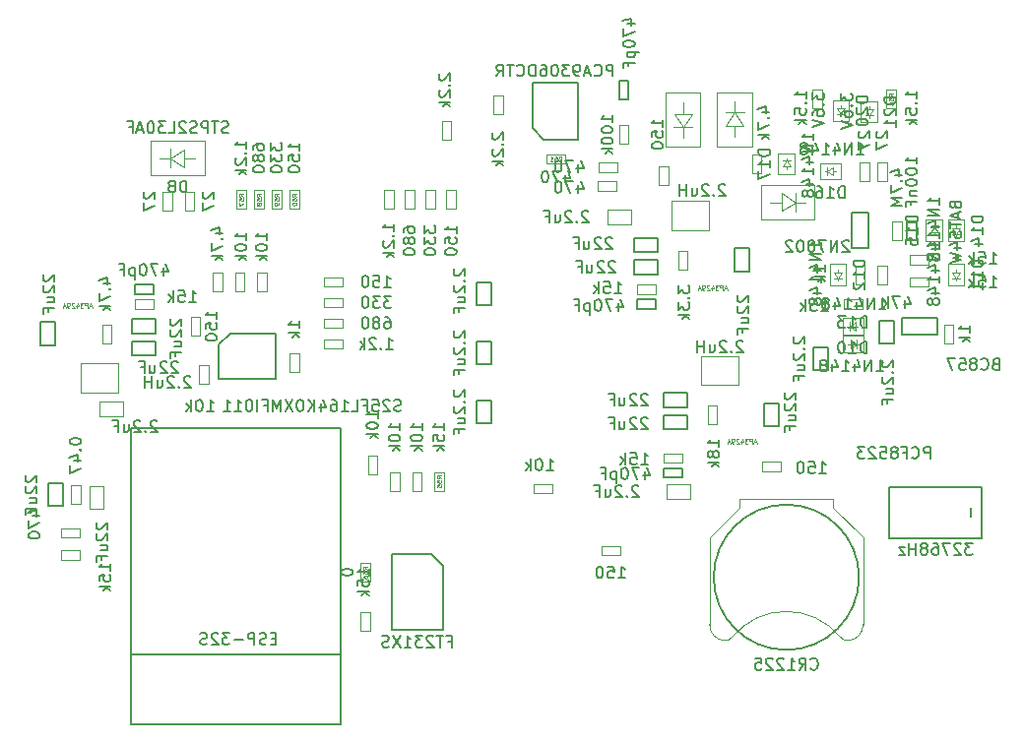
<source format=gbr>
G04 #@! TF.FileFunction,Other,Fab,Bot*
%FSLAX46Y46*%
G04 Gerber Fmt 4.6, Leading zero omitted, Abs format (unit mm)*
G04 Created by KiCad (PCBNEW 4.0.7+dfsg1-1) date Wed Nov 15 00:35:09 2017*
%MOMM*%
%LPD*%
G01*
G04 APERTURE LIST*
%ADD10C,0.100000*%
%ADD11C,0.150000*%
%ADD12C,0.075000*%
G04 APERTURE END LIST*
D10*
X103098000Y-99558000D02*
X103898000Y-99558000D01*
X103098000Y-97958000D02*
X103098000Y-99558000D01*
X103898000Y-97958000D02*
X103098000Y-97958000D01*
X103898000Y-99558000D02*
X103898000Y-97958000D01*
D11*
X126260434Y-112530338D02*
X108260434Y-112530338D01*
X108260434Y-118530338D02*
X108260434Y-93030338D01*
X126260434Y-118530338D02*
X126260434Y-93030338D01*
X126260434Y-93030338D02*
X108260434Y-93030338D01*
X126260434Y-118530338D02*
X108260434Y-118530338D01*
D10*
X154195000Y-64200000D02*
X154195000Y-68800000D01*
X154195000Y-68800000D02*
X157195000Y-68800000D01*
X157195000Y-64200000D02*
X154195000Y-64200000D01*
X157195000Y-64200000D02*
X157195000Y-68800000D01*
X155693980Y-67149440D02*
X155693980Y-68051140D01*
X155693980Y-65998820D02*
X155693980Y-65000600D01*
X156494080Y-67149440D02*
X154893880Y-67149440D01*
X154944680Y-65998820D02*
X156494080Y-65998820D01*
X155693980Y-67149440D02*
X154944680Y-65998820D01*
X155693980Y-67149440D02*
X156494080Y-65998820D01*
X153644000Y-72126000D02*
X154444000Y-72126000D01*
X153644000Y-70526000D02*
X153644000Y-72126000D01*
X154444000Y-70526000D02*
X153644000Y-70526000D01*
X154444000Y-72126000D02*
X154444000Y-70526000D01*
X160470000Y-89340000D02*
X160470000Y-86840000D01*
X157270000Y-89340000D02*
X160470000Y-89340000D01*
X157270000Y-86840000D02*
X157270000Y-89340000D01*
X160470000Y-86840000D02*
X157270000Y-86840000D01*
X157930000Y-76005000D02*
X157930000Y-73505000D01*
X154730000Y-76005000D02*
X157930000Y-76005000D01*
X154730000Y-73505000D02*
X154730000Y-76005000D01*
X157930000Y-73505000D02*
X154730000Y-73505000D01*
X103930000Y-87475000D02*
X103930000Y-89975000D01*
X107130000Y-87475000D02*
X103930000Y-87475000D01*
X107130000Y-89975000D02*
X107130000Y-87475000D01*
X103930000Y-89975000D02*
X107130000Y-89975000D01*
D11*
X101710000Y-83915000D02*
X100460000Y-83915000D01*
X101710000Y-85915000D02*
X101710000Y-83915000D01*
X100460000Y-85915000D02*
X101710000Y-85915000D01*
X100460000Y-83915000D02*
X100460000Y-85915000D01*
X154060000Y-90005000D02*
X154060000Y-91255000D01*
X156060000Y-90005000D02*
X154060000Y-90005000D01*
X156060000Y-91255000D02*
X156060000Y-90005000D01*
X154060000Y-91255000D02*
X156060000Y-91255000D01*
X154060000Y-91910000D02*
X154060000Y-93160000D01*
X156060000Y-91910000D02*
X154060000Y-91910000D01*
X156060000Y-93160000D02*
X156060000Y-91910000D01*
X154060000Y-93160000D02*
X156060000Y-93160000D01*
X162690000Y-92900000D02*
X163940000Y-92900000D01*
X162690000Y-90900000D02*
X162690000Y-92900000D01*
X163940000Y-90900000D02*
X162690000Y-90900000D01*
X163940000Y-92900000D02*
X163940000Y-90900000D01*
X151520000Y-78575000D02*
X151520000Y-79825000D01*
X153520000Y-78575000D02*
X151520000Y-78575000D01*
X153520000Y-79825000D02*
X153520000Y-78575000D01*
X151520000Y-79825000D02*
X153520000Y-79825000D01*
X151520000Y-76670000D02*
X151520000Y-77920000D01*
X153520000Y-76670000D02*
X151520000Y-76670000D01*
X153520000Y-77920000D02*
X153520000Y-76670000D01*
X151520000Y-77920000D02*
X153520000Y-77920000D01*
X160150000Y-79565000D02*
X161400000Y-79565000D01*
X160150000Y-77565000D02*
X160150000Y-79565000D01*
X161400000Y-77565000D02*
X160150000Y-77565000D01*
X161400000Y-79565000D02*
X161400000Y-77565000D01*
X110340000Y-84905000D02*
X110340000Y-83655000D01*
X108340000Y-84905000D02*
X110340000Y-84905000D01*
X108340000Y-83655000D02*
X108340000Y-84905000D01*
X110340000Y-83655000D02*
X108340000Y-83655000D01*
X110340000Y-86810000D02*
X110340000Y-85560000D01*
X108340000Y-86810000D02*
X110340000Y-86810000D01*
X108340000Y-85560000D02*
X108340000Y-86810000D01*
X110340000Y-85560000D02*
X108340000Y-85560000D01*
X172596000Y-85788000D02*
X173846000Y-85788000D01*
X172596000Y-83788000D02*
X172596000Y-85788000D01*
X173846000Y-83788000D02*
X172596000Y-83788000D01*
X173846000Y-85788000D02*
X173846000Y-83788000D01*
X177535000Y-83580000D02*
X174495000Y-83580000D01*
X174495000Y-84980000D02*
X174495000Y-83580000D01*
X177535000Y-84980000D02*
X177535000Y-83580000D01*
X177535000Y-84980000D02*
X174495000Y-84980000D01*
X170235000Y-74505000D02*
X170235000Y-77545000D01*
X171635000Y-77545000D02*
X170235000Y-77545000D01*
X171635000Y-74505000D02*
X170235000Y-74505000D01*
X171635000Y-74505000D02*
X171635000Y-77545000D01*
X154060000Y-96510000D02*
X154060000Y-97310000D01*
X155660000Y-96510000D02*
X154060000Y-96510000D01*
X155660000Y-97310000D02*
X155660000Y-96510000D01*
X154060000Y-97310000D02*
X155660000Y-97310000D01*
X151720000Y-81975000D02*
X151720000Y-82775000D01*
X153320000Y-81975000D02*
X151720000Y-81975000D01*
X153320000Y-82775000D02*
X153320000Y-81975000D01*
X151720000Y-82775000D02*
X153320000Y-82775000D01*
X110140000Y-81505000D02*
X110140000Y-80705000D01*
X108540000Y-81505000D02*
X110140000Y-81505000D01*
X108540000Y-80705000D02*
X108540000Y-81505000D01*
X110140000Y-80705000D02*
X108540000Y-80705000D01*
X175780000Y-75225000D02*
X174980000Y-75225000D01*
X175780000Y-76825000D02*
X175780000Y-75225000D01*
X174980000Y-76825000D02*
X175780000Y-76825000D01*
X174980000Y-75225000D02*
X174980000Y-76825000D01*
D10*
X169500000Y-81975000D02*
X169500000Y-82775000D01*
X171100000Y-81975000D02*
X169500000Y-81975000D01*
X171100000Y-82775000D02*
X171100000Y-81975000D01*
X169500000Y-82775000D02*
X171100000Y-82775000D01*
X172440000Y-80635000D02*
X173240000Y-80635000D01*
X172440000Y-79035000D02*
X172440000Y-80635000D01*
X173240000Y-79035000D02*
X172440000Y-79035000D01*
X173240000Y-80635000D02*
X173240000Y-79035000D01*
X176815000Y-80870000D02*
X176815000Y-80070000D01*
X175215000Y-80870000D02*
X176815000Y-80870000D01*
X175215000Y-80070000D02*
X175215000Y-80870000D01*
X176815000Y-80070000D02*
X175215000Y-80070000D01*
X174510000Y-75225000D02*
X173710000Y-75225000D01*
X174510000Y-76825000D02*
X174510000Y-75225000D01*
X173710000Y-76825000D02*
X174510000Y-76825000D01*
X173710000Y-75225000D02*
X173710000Y-76825000D01*
X178955000Y-84115000D02*
X178155000Y-84115000D01*
X178955000Y-85715000D02*
X178955000Y-84115000D01*
X178155000Y-85715000D02*
X178955000Y-85715000D01*
X178155000Y-84115000D02*
X178155000Y-85715000D01*
X114185000Y-83480000D02*
X113385000Y-83480000D01*
X114185000Y-85080000D02*
X114185000Y-83480000D01*
X113385000Y-85080000D02*
X114185000Y-85080000D01*
X113385000Y-83480000D02*
X113385000Y-85080000D01*
X170535000Y-80635000D02*
X171335000Y-80635000D01*
X170535000Y-79035000D02*
X170535000Y-80635000D01*
X171335000Y-79035000D02*
X170535000Y-79035000D01*
X171335000Y-80635000D02*
X171335000Y-79035000D01*
X128790000Y-108880000D02*
X127990000Y-108880000D01*
X128790000Y-110480000D02*
X128790000Y-108880000D01*
X127990000Y-110480000D02*
X128790000Y-110480000D01*
X127990000Y-108880000D02*
X127990000Y-110480000D01*
X150272000Y-103984000D02*
X150272000Y-103184000D01*
X148672000Y-103984000D02*
X150272000Y-103984000D01*
X148672000Y-103184000D02*
X148672000Y-103984000D01*
X150272000Y-103184000D02*
X148672000Y-103184000D01*
X176815000Y-78965000D02*
X176815000Y-78165000D01*
X175215000Y-78965000D02*
X176815000Y-78965000D01*
X175215000Y-78165000D02*
X175215000Y-78965000D01*
X176815000Y-78165000D02*
X175215000Y-78165000D01*
X154060000Y-95240000D02*
X154060000Y-96040000D01*
X155660000Y-95240000D02*
X154060000Y-95240000D01*
X155660000Y-96040000D02*
X155660000Y-95240000D01*
X154060000Y-96040000D02*
X155660000Y-96040000D01*
X110140000Y-82775000D02*
X110140000Y-81975000D01*
X108540000Y-82775000D02*
X110140000Y-82775000D01*
X108540000Y-81975000D02*
X108540000Y-82775000D01*
X110140000Y-81975000D02*
X108540000Y-81975000D01*
X151720000Y-80705000D02*
X151720000Y-81505000D01*
X153320000Y-80705000D02*
X151720000Y-80705000D01*
X153320000Y-81505000D02*
X153320000Y-80705000D01*
X151720000Y-81505000D02*
X153320000Y-81505000D01*
X158635000Y-91100000D02*
X157835000Y-91100000D01*
X158635000Y-92700000D02*
X158635000Y-91100000D01*
X157835000Y-92700000D02*
X158635000Y-92700000D01*
X157835000Y-91100000D02*
X157835000Y-92700000D01*
X105765000Y-85715000D02*
X106565000Y-85715000D01*
X105765000Y-84115000D02*
X105765000Y-85715000D01*
X106565000Y-84115000D02*
X105765000Y-84115000D01*
X106565000Y-85715000D02*
X106565000Y-84115000D01*
X156095000Y-77765000D02*
X155295000Y-77765000D01*
X156095000Y-79365000D02*
X156095000Y-77765000D01*
X155295000Y-79365000D02*
X156095000Y-79365000D01*
X155295000Y-77765000D02*
X155295000Y-79365000D01*
X126396000Y-86204000D02*
X126396000Y-85404000D01*
X124796000Y-86204000D02*
X126396000Y-86204000D01*
X124796000Y-85404000D02*
X124796000Y-86204000D01*
X126396000Y-85404000D02*
X124796000Y-85404000D01*
X126396000Y-84426000D02*
X126396000Y-83626000D01*
X124796000Y-84426000D02*
X126396000Y-84426000D01*
X124796000Y-83626000D02*
X124796000Y-84426000D01*
X126396000Y-83626000D02*
X124796000Y-83626000D01*
X126396000Y-82648000D02*
X126396000Y-81848000D01*
X124796000Y-82648000D02*
X126396000Y-82648000D01*
X124796000Y-81848000D02*
X124796000Y-82648000D01*
X126396000Y-81848000D02*
X124796000Y-81848000D01*
X126396000Y-80870000D02*
X126396000Y-80070000D01*
X124796000Y-80870000D02*
X126396000Y-80870000D01*
X124796000Y-80070000D02*
X124796000Y-80870000D01*
X126396000Y-80070000D02*
X124796000Y-80070000D01*
X130022000Y-74158000D02*
X130822000Y-74158000D01*
X130022000Y-72558000D02*
X130022000Y-74158000D01*
X130822000Y-72558000D02*
X130022000Y-72558000D01*
X130822000Y-74158000D02*
X130822000Y-72558000D01*
X131800000Y-74158000D02*
X132600000Y-74158000D01*
X131800000Y-72558000D02*
X131800000Y-74158000D01*
X132600000Y-72558000D02*
X131800000Y-72558000D01*
X132600000Y-74158000D02*
X132600000Y-72558000D01*
X133578000Y-74158000D02*
X134378000Y-74158000D01*
X133578000Y-72558000D02*
X133578000Y-74158000D01*
X134378000Y-72558000D02*
X133578000Y-72558000D01*
X134378000Y-74158000D02*
X134378000Y-72558000D01*
X135356000Y-74158000D02*
X136156000Y-74158000D01*
X135356000Y-72558000D02*
X135356000Y-74158000D01*
X136156000Y-72558000D02*
X135356000Y-72558000D01*
X136156000Y-74158000D02*
X136156000Y-72558000D01*
D11*
X115780000Y-85870000D02*
X115780000Y-88770000D01*
X115780000Y-88770000D02*
X120680000Y-88770000D01*
X120680000Y-88770000D02*
X120680000Y-84870000D01*
X120680000Y-84870000D02*
X116780000Y-84870000D01*
X116780000Y-84870000D02*
X115780000Y-85870000D01*
X150189600Y-64760000D02*
X150989600Y-64760000D01*
X150189600Y-63160000D02*
X150189600Y-64760000D01*
X150989600Y-63160000D02*
X150189600Y-63160000D01*
X150989600Y-64760000D02*
X150989600Y-63160000D01*
X143730000Y-68250000D02*
X146630000Y-68250000D01*
X146630000Y-68250000D02*
X146630000Y-63350000D01*
X146630000Y-63350000D02*
X142730000Y-63350000D01*
X142730000Y-63350000D02*
X142730000Y-67250000D01*
X142730000Y-67250000D02*
X143730000Y-68250000D01*
D10*
X161645000Y-71110000D02*
X162445000Y-71110000D01*
X161645000Y-69510000D02*
X161645000Y-71110000D01*
X162445000Y-69510000D02*
X161645000Y-69510000D01*
X162445000Y-71110000D02*
X162445000Y-69510000D01*
X139420000Y-66030000D02*
X140220000Y-66030000D01*
X139420000Y-64430000D02*
X139420000Y-66030000D01*
X140220000Y-64430000D02*
X139420000Y-64430000D01*
X140220000Y-66030000D02*
X140220000Y-64430000D01*
X134975000Y-68232000D02*
X135775000Y-68232000D01*
X134975000Y-66632000D02*
X134975000Y-68232000D01*
X135775000Y-66632000D02*
X134975000Y-66632000D01*
X135775000Y-68232000D02*
X135775000Y-66632000D01*
X150215000Y-68570000D02*
X151015000Y-68570000D01*
X150215000Y-66970000D02*
X150215000Y-68570000D01*
X151015000Y-66970000D02*
X150215000Y-66970000D01*
X151015000Y-68570000D02*
X151015000Y-66970000D01*
X149975000Y-72615000D02*
X149975000Y-71815000D01*
X148375000Y-72615000D02*
X149975000Y-72615000D01*
X148375000Y-71815000D02*
X148375000Y-72615000D01*
X149975000Y-71815000D02*
X148375000Y-71815000D01*
X150080000Y-71000000D02*
X150080000Y-70200000D01*
X148480000Y-71000000D02*
X150080000Y-71000000D01*
X148480000Y-70200000D02*
X148480000Y-71000000D01*
X150080000Y-70200000D02*
X148480000Y-70200000D01*
D11*
X134035000Y-103890000D02*
X130635000Y-103890000D01*
X130635000Y-103890000D02*
X130635000Y-110390000D01*
X130635000Y-110390000D02*
X135035000Y-110390000D01*
X135035000Y-110390000D02*
X135035000Y-104890000D01*
X135035000Y-104890000D02*
X134035000Y-103890000D01*
D10*
X119900000Y-79670000D02*
X119100000Y-79670000D01*
X119900000Y-81270000D02*
X119900000Y-79670000D01*
X119100000Y-81270000D02*
X119900000Y-81270000D01*
X119100000Y-79670000D02*
X119100000Y-81270000D01*
X114080000Y-89200000D02*
X114880000Y-89200000D01*
X114080000Y-87600000D02*
X114080000Y-89200000D01*
X114880000Y-87600000D02*
X114080000Y-87600000D01*
X114880000Y-89200000D02*
X114880000Y-87600000D01*
X128625000Y-96975000D02*
X129425000Y-96975000D01*
X128625000Y-95375000D02*
X128625000Y-96975000D01*
X129425000Y-95375000D02*
X128625000Y-95375000D01*
X129425000Y-96975000D02*
X129425000Y-95375000D01*
X117995000Y-79670000D02*
X117195000Y-79670000D01*
X117995000Y-81270000D02*
X117995000Y-79670000D01*
X117195000Y-81270000D02*
X117995000Y-81270000D01*
X117195000Y-79670000D02*
X117195000Y-81270000D01*
X122680000Y-86600000D02*
X121880000Y-86600000D01*
X122680000Y-88200000D02*
X122680000Y-86600000D01*
X121880000Y-88200000D02*
X122680000Y-88200000D01*
X121880000Y-86600000D02*
X121880000Y-88200000D01*
X116090000Y-79670000D02*
X115290000Y-79670000D01*
X116090000Y-81270000D02*
X116090000Y-79670000D01*
X115290000Y-81270000D02*
X116090000Y-81270000D01*
X115290000Y-79670000D02*
X115290000Y-81270000D01*
X144430000Y-98650000D02*
X144430000Y-97850000D01*
X142830000Y-98650000D02*
X144430000Y-98650000D01*
X142830000Y-97850000D02*
X142830000Y-98650000D01*
X144430000Y-97850000D02*
X142830000Y-97850000D01*
X132435000Y-98415000D02*
X133235000Y-98415000D01*
X132435000Y-96815000D02*
X132435000Y-98415000D01*
X133235000Y-96815000D02*
X132435000Y-96815000D01*
X133235000Y-98415000D02*
X133235000Y-96815000D01*
X130530000Y-98415000D02*
X131330000Y-98415000D01*
X130530000Y-96815000D02*
X130530000Y-98415000D01*
X131330000Y-96815000D02*
X130530000Y-96815000D01*
X131330000Y-98415000D02*
X131330000Y-96815000D01*
X102190000Y-103565000D02*
X102190000Y-104365000D01*
X103790000Y-103565000D02*
X102190000Y-103565000D01*
X103790000Y-104365000D02*
X103790000Y-103565000D01*
X102190000Y-104365000D02*
X103790000Y-104365000D01*
X103790000Y-102460000D02*
X103790000Y-101660000D01*
X102190000Y-102460000D02*
X103790000Y-102460000D01*
X102190000Y-101660000D02*
X102190000Y-102460000D01*
X103790000Y-101660000D02*
X102190000Y-101660000D01*
D11*
X166881000Y-88074000D02*
X168131000Y-88074000D01*
X166881000Y-86074000D02*
X166881000Y-88074000D01*
X168131000Y-86074000D02*
X166881000Y-86074000D01*
X168131000Y-88074000D02*
X168131000Y-86074000D01*
D10*
X164115000Y-96745000D02*
X164115000Y-95945000D01*
X162515000Y-96745000D02*
X164115000Y-96745000D01*
X162515000Y-95945000D02*
X162515000Y-96745000D01*
X164115000Y-95945000D02*
X162515000Y-95945000D01*
X166852000Y-65522000D02*
X167652000Y-65522000D01*
X166852000Y-63922000D02*
X166852000Y-65522000D01*
X167652000Y-63922000D02*
X166852000Y-63922000D01*
X167652000Y-65522000D02*
X167652000Y-63922000D01*
D11*
X139175000Y-90646000D02*
X137925000Y-90646000D01*
X139175000Y-92646000D02*
X139175000Y-90646000D01*
X137925000Y-92646000D02*
X139175000Y-92646000D01*
X137925000Y-90646000D02*
X137925000Y-92646000D01*
X137925000Y-82486000D02*
X139175000Y-82486000D01*
X137925000Y-80486000D02*
X137925000Y-82486000D01*
X139175000Y-80486000D02*
X137925000Y-80486000D01*
X139175000Y-82486000D02*
X139175000Y-80486000D01*
X139175000Y-85566000D02*
X137925000Y-85566000D01*
X139175000Y-87566000D02*
X139175000Y-85566000D01*
X137925000Y-87566000D02*
X139175000Y-87566000D01*
X137925000Y-85566000D02*
X137925000Y-87566000D01*
X102345000Y-97758000D02*
X101095000Y-97758000D01*
X102345000Y-99758000D02*
X102345000Y-97758000D01*
X101095000Y-99758000D02*
X102345000Y-99758000D01*
X101095000Y-97758000D02*
X101095000Y-99758000D01*
D10*
X112877000Y-74285000D02*
X113677000Y-74285000D01*
X112877000Y-72685000D02*
X112877000Y-74285000D01*
X113677000Y-72685000D02*
X112877000Y-72685000D01*
X113677000Y-74285000D02*
X113677000Y-72685000D01*
X110972000Y-74285000D02*
X111772000Y-74285000D01*
X110972000Y-72685000D02*
X110972000Y-74285000D01*
X111772000Y-72685000D02*
X110972000Y-72685000D01*
X111772000Y-74285000D02*
X111772000Y-72685000D01*
X172440000Y-71745000D02*
X173240000Y-71745000D01*
X172440000Y-70145000D02*
X172440000Y-71745000D01*
X173240000Y-70145000D02*
X172440000Y-70145000D01*
X173240000Y-71745000D02*
X173240000Y-70145000D01*
X170916000Y-71745000D02*
X171716000Y-71745000D01*
X170916000Y-70145000D02*
X170916000Y-71745000D01*
X171716000Y-70145000D02*
X170916000Y-70145000D01*
X171716000Y-71745000D02*
X171716000Y-70145000D01*
D11*
X181412000Y-98082000D02*
X181412000Y-102482000D01*
X173412000Y-98082000D02*
X181412000Y-98082000D01*
X173412000Y-102482000D02*
X173412000Y-98082000D01*
X181412000Y-102482000D02*
X173412000Y-102482000D01*
X180412000Y-99882000D02*
X180412000Y-100682000D01*
D10*
X104656000Y-100012000D02*
X105896000Y-100012000D01*
X104656000Y-98012000D02*
X104656000Y-100012000D01*
X105896000Y-98012000D02*
X104656000Y-98012000D01*
X105896000Y-100012000D02*
X105896000Y-98012000D01*
X114561000Y-68302000D02*
X109961000Y-68302000D01*
X109961000Y-68302000D02*
X109961000Y-71302000D01*
X114561000Y-71302000D02*
X114561000Y-68302000D01*
X114561000Y-71302000D02*
X109961000Y-71302000D01*
X111611560Y-69800980D02*
X110709860Y-69800980D01*
X112762180Y-69800980D02*
X113760400Y-69800980D01*
X111611560Y-70601080D02*
X111611560Y-69000880D01*
X112762180Y-69051680D02*
X112762180Y-70601080D01*
X111611560Y-69800980D02*
X112762180Y-69051680D01*
X111611560Y-69800980D02*
X112762180Y-70601080D01*
X162412000Y-75112000D02*
X167012000Y-75112000D01*
X167012000Y-75112000D02*
X167012000Y-72112000D01*
X162412000Y-72112000D02*
X162412000Y-75112000D01*
X162412000Y-72112000D02*
X167012000Y-72112000D01*
X165361440Y-73613020D02*
X166263140Y-73613020D01*
X164210820Y-73613020D02*
X163212600Y-73613020D01*
X165361440Y-72812920D02*
X165361440Y-74413120D01*
X164210820Y-74362320D02*
X164210820Y-72812920D01*
X165361440Y-73613020D02*
X164210820Y-74362320D01*
X165361440Y-73613020D02*
X164210820Y-72812920D01*
X161640000Y-68800000D02*
X161640000Y-64200000D01*
X161640000Y-64200000D02*
X158640000Y-64200000D01*
X158640000Y-68800000D02*
X161640000Y-68800000D01*
X158640000Y-68800000D02*
X158640000Y-64200000D01*
X160141020Y-65850560D02*
X160141020Y-64948860D01*
X160141020Y-67001180D02*
X160141020Y-67999400D01*
X159340920Y-65850560D02*
X160941120Y-65850560D01*
X160890320Y-67001180D02*
X159340920Y-67001180D01*
X160141020Y-65850560D02*
X160890320Y-67001180D01*
X160141020Y-65850560D02*
X159340920Y-67001180D01*
X154314000Y-97884000D02*
X154314000Y-99124000D01*
X156314000Y-97884000D02*
X154314000Y-97884000D01*
X156314000Y-99124000D02*
X156314000Y-97884000D01*
X154314000Y-99124000D02*
X156314000Y-99124000D01*
X107546000Y-92012000D02*
X107546000Y-90772000D01*
X105546000Y-92012000D02*
X107546000Y-92012000D01*
X105546000Y-90772000D02*
X105546000Y-92012000D01*
X107546000Y-90772000D02*
X105546000Y-90772000D01*
X151234000Y-75502000D02*
X151234000Y-74262000D01*
X149234000Y-75502000D02*
X151234000Y-75502000D01*
X149234000Y-74262000D02*
X149234000Y-75502000D01*
X151234000Y-74262000D02*
X149234000Y-74262000D01*
X173202000Y-65522000D02*
X174002000Y-65522000D01*
X173202000Y-63922000D02*
X173202000Y-65522000D01*
X174002000Y-63922000D02*
X173202000Y-63922000D01*
X174002000Y-65522000D02*
X174002000Y-63922000D01*
X135140000Y-96815000D02*
X134340000Y-96815000D01*
X135140000Y-98415000D02*
X135140000Y-96815000D01*
X134340000Y-98415000D02*
X135140000Y-98415000D01*
X134340000Y-96815000D02*
X134340000Y-98415000D01*
D11*
X170835000Y-105870000D02*
G75*
G03X170835000Y-105870000I-6250000J0D01*
G01*
D10*
X159206987Y-111317558D02*
G75*
G03X159985000Y-110970000I88013J847558D01*
G01*
X169963013Y-111317558D02*
G75*
G02X169185000Y-110970000I-88013J847558D01*
G01*
X159977095Y-110979589D02*
G75*
G02X169185000Y-110970000I4607905J-3790411D01*
G01*
X157985000Y-109920000D02*
G75*
G03X159285000Y-111320000I1350000J-50000D01*
G01*
X171185000Y-109920000D02*
G75*
G02X169885000Y-111320000I-1350000J-50000D01*
G01*
X157985000Y-102470000D02*
X157985000Y-109970000D01*
X171185000Y-102470000D02*
X171185000Y-109970000D01*
X160585000Y-99870000D02*
X157985000Y-102470000D01*
X168585000Y-99870000D02*
X171185000Y-102470000D01*
X160585000Y-99170000D02*
X160585000Y-99870000D01*
X168585000Y-99170000D02*
X168585000Y-99870000D01*
X168585000Y-99170000D02*
X160585000Y-99170000D01*
X169284000Y-65538000D02*
X169284000Y-65288000D01*
X168934000Y-65538000D02*
X169284000Y-66038000D01*
X169634000Y-65538000D02*
X168934000Y-65538000D01*
X169284000Y-66038000D02*
X169634000Y-65538000D01*
X169284000Y-66038000D02*
X169284000Y-66238000D01*
X169634000Y-66038000D02*
X168934000Y-66038000D01*
X168584000Y-66638000D02*
X169984000Y-66638000D01*
X168584000Y-64838000D02*
X168584000Y-66638000D01*
X169984000Y-64838000D02*
X168584000Y-64838000D01*
X169984000Y-66638000D02*
X169984000Y-64838000D01*
X171697000Y-65631000D02*
X171697000Y-65381000D01*
X171347000Y-65631000D02*
X171697000Y-66131000D01*
X172047000Y-65631000D02*
X171347000Y-65631000D01*
X171697000Y-66131000D02*
X172047000Y-65631000D01*
X171697000Y-66131000D02*
X171697000Y-66331000D01*
X172047000Y-66131000D02*
X171347000Y-66131000D01*
X170997000Y-66731000D02*
X172397000Y-66731000D01*
X170997000Y-64931000D02*
X170997000Y-66731000D01*
X172397000Y-64931000D02*
X170997000Y-64931000D01*
X172397000Y-66731000D02*
X172397000Y-64931000D01*
X170500000Y-84280000D02*
X170750000Y-84280000D01*
X170500000Y-83930000D02*
X170000000Y-84280000D01*
X170500000Y-84630000D02*
X170500000Y-83930000D01*
X170000000Y-84280000D02*
X170500000Y-84630000D01*
X170000000Y-84280000D02*
X169800000Y-84280000D01*
X170000000Y-84630000D02*
X170000000Y-83930000D01*
X169400000Y-83580000D02*
X169400000Y-84980000D01*
X171200000Y-83580000D02*
X169400000Y-83580000D01*
X171200000Y-84980000D02*
X171200000Y-83580000D01*
X169400000Y-84980000D02*
X171200000Y-84980000D01*
X179190000Y-79635000D02*
X179190000Y-79385000D01*
X178840000Y-79635000D02*
X179190000Y-80135000D01*
X179540000Y-79635000D02*
X178840000Y-79635000D01*
X179190000Y-80135000D02*
X179540000Y-79635000D01*
X179190000Y-80135000D02*
X179190000Y-80335000D01*
X179540000Y-80135000D02*
X178840000Y-80135000D01*
X178490000Y-80735000D02*
X179890000Y-80735000D01*
X178490000Y-78935000D02*
X178490000Y-80735000D01*
X179890000Y-78935000D02*
X178490000Y-78935000D01*
X179890000Y-80735000D02*
X179890000Y-78935000D01*
X169030000Y-79635000D02*
X169030000Y-79385000D01*
X168680000Y-79635000D02*
X169030000Y-80135000D01*
X169380000Y-79635000D02*
X168680000Y-79635000D01*
X169030000Y-80135000D02*
X169380000Y-79635000D01*
X169030000Y-80135000D02*
X169030000Y-80335000D01*
X169380000Y-80135000D02*
X168680000Y-80135000D01*
X168330000Y-80735000D02*
X169730000Y-80735000D01*
X168330000Y-78935000D02*
X168330000Y-80735000D01*
X169730000Y-78935000D02*
X168330000Y-78935000D01*
X169730000Y-80735000D02*
X169730000Y-78935000D01*
X170100000Y-85804000D02*
X169850000Y-85804000D01*
X170100000Y-86154000D02*
X170600000Y-85804000D01*
X170100000Y-85454000D02*
X170100000Y-86154000D01*
X170600000Y-85804000D02*
X170100000Y-85454000D01*
X170600000Y-85804000D02*
X170800000Y-85804000D01*
X170600000Y-85454000D02*
X170600000Y-86154000D01*
X171200000Y-86504000D02*
X171200000Y-85104000D01*
X169400000Y-86504000D02*
X171200000Y-86504000D01*
X169400000Y-85104000D02*
X169400000Y-86504000D01*
X171200000Y-85104000D02*
X169400000Y-85104000D01*
X179190000Y-75825000D02*
X179190000Y-75575000D01*
X178840000Y-75825000D02*
X179190000Y-76325000D01*
X179540000Y-75825000D02*
X178840000Y-75825000D01*
X179190000Y-76325000D02*
X179540000Y-75825000D01*
X179190000Y-76325000D02*
X179190000Y-76525000D01*
X179540000Y-76325000D02*
X178840000Y-76325000D01*
X178490000Y-76925000D02*
X179890000Y-76925000D01*
X178490000Y-75125000D02*
X178490000Y-76925000D01*
X179890000Y-75125000D02*
X178490000Y-75125000D01*
X179890000Y-76925000D02*
X179890000Y-75125000D01*
X177285000Y-76225000D02*
X177285000Y-76475000D01*
X177635000Y-76225000D02*
X177285000Y-75725000D01*
X176935000Y-76225000D02*
X177635000Y-76225000D01*
X177285000Y-75725000D02*
X176935000Y-76225000D01*
X177285000Y-75725000D02*
X177285000Y-75525000D01*
X176935000Y-75725000D02*
X177635000Y-75725000D01*
X177985000Y-75125000D02*
X176585000Y-75125000D01*
X177985000Y-76925000D02*
X177985000Y-75125000D01*
X176585000Y-76925000D02*
X177985000Y-76925000D01*
X176585000Y-75125000D02*
X176585000Y-76925000D01*
X168595000Y-70945000D02*
X168845000Y-70945000D01*
X168595000Y-70595000D02*
X168095000Y-70945000D01*
X168595000Y-71295000D02*
X168595000Y-70595000D01*
X168095000Y-70945000D02*
X168595000Y-71295000D01*
X168095000Y-70945000D02*
X167895000Y-70945000D01*
X168095000Y-71295000D02*
X168095000Y-70595000D01*
X167495000Y-70245000D02*
X167495000Y-71645000D01*
X169295000Y-70245000D02*
X167495000Y-70245000D01*
X169295000Y-71645000D02*
X169295000Y-70245000D01*
X167495000Y-71645000D02*
X169295000Y-71645000D01*
X164585000Y-70510000D02*
X164585000Y-70760000D01*
X164935000Y-70510000D02*
X164585000Y-70010000D01*
X164235000Y-70510000D02*
X164935000Y-70510000D01*
X164585000Y-70010000D02*
X164235000Y-70510000D01*
X164585000Y-70010000D02*
X164585000Y-69810000D01*
X164235000Y-70010000D02*
X164935000Y-70010000D01*
X165285000Y-69410000D02*
X163885000Y-69410000D01*
X165285000Y-71210000D02*
X165285000Y-69410000D01*
X163885000Y-71210000D02*
X165285000Y-71210000D01*
X163885000Y-69410000D02*
X163885000Y-71210000D01*
X127990000Y-106246000D02*
X128790000Y-106246000D01*
X127990000Y-104646000D02*
X127990000Y-106246000D01*
X128790000Y-104646000D02*
X127990000Y-104646000D01*
X128790000Y-106246000D02*
X128790000Y-104646000D01*
X117322000Y-74158000D02*
X118122000Y-74158000D01*
X117322000Y-72558000D02*
X117322000Y-74158000D01*
X118122000Y-72558000D02*
X117322000Y-72558000D01*
X118122000Y-74158000D02*
X118122000Y-72558000D01*
X118846000Y-74158000D02*
X119646000Y-74158000D01*
X118846000Y-72558000D02*
X118846000Y-74158000D01*
X119646000Y-72558000D02*
X118846000Y-72558000D01*
X119646000Y-74158000D02*
X119646000Y-72558000D01*
X120370000Y-74158000D02*
X121170000Y-74158000D01*
X120370000Y-72558000D02*
X120370000Y-74158000D01*
X121170000Y-72558000D02*
X120370000Y-72558000D01*
X121170000Y-74158000D02*
X121170000Y-72558000D01*
X121894000Y-74158000D02*
X122694000Y-74158000D01*
X121894000Y-72558000D02*
X121894000Y-74158000D01*
X122694000Y-72558000D02*
X121894000Y-72558000D01*
X122694000Y-74158000D02*
X122694000Y-72558000D01*
X145580000Y-70300000D02*
X145580000Y-69500000D01*
X143980000Y-70300000D02*
X145580000Y-70300000D01*
X143980000Y-69500000D02*
X143980000Y-70300000D01*
X145580000Y-69500000D02*
X143980000Y-69500000D01*
D11*
X102950381Y-94133905D02*
X102950381Y-94229144D01*
X102998000Y-94324382D01*
X103045619Y-94372001D01*
X103140857Y-94419620D01*
X103331333Y-94467239D01*
X103569429Y-94467239D01*
X103759905Y-94419620D01*
X103855143Y-94372001D01*
X103902762Y-94324382D01*
X103950381Y-94229144D01*
X103950381Y-94133905D01*
X103902762Y-94038667D01*
X103855143Y-93991048D01*
X103759905Y-93943429D01*
X103569429Y-93895810D01*
X103331333Y-93895810D01*
X103140857Y-93943429D01*
X103045619Y-93991048D01*
X102998000Y-94038667D01*
X102950381Y-94133905D01*
X103855143Y-94895810D02*
X103902762Y-94943429D01*
X103950381Y-94895810D01*
X103902762Y-94848191D01*
X103855143Y-94895810D01*
X103950381Y-94895810D01*
X103283714Y-95800572D02*
X103950381Y-95800572D01*
X102902762Y-95562476D02*
X103617048Y-95324381D01*
X103617048Y-95943429D01*
X102950381Y-96229143D02*
X102950381Y-96895810D01*
X103950381Y-96467238D01*
X120706095Y-111132571D02*
X120372761Y-111132571D01*
X120229904Y-111656381D02*
X120706095Y-111656381D01*
X120706095Y-110656381D01*
X120229904Y-110656381D01*
X119848952Y-111608762D02*
X119706095Y-111656381D01*
X119467999Y-111656381D01*
X119372761Y-111608762D01*
X119325142Y-111561143D01*
X119277523Y-111465905D01*
X119277523Y-111370667D01*
X119325142Y-111275429D01*
X119372761Y-111227810D01*
X119467999Y-111180190D01*
X119658476Y-111132571D01*
X119753714Y-111084952D01*
X119801333Y-111037333D01*
X119848952Y-110942095D01*
X119848952Y-110846857D01*
X119801333Y-110751619D01*
X119753714Y-110704000D01*
X119658476Y-110656381D01*
X119420380Y-110656381D01*
X119277523Y-110704000D01*
X118848952Y-111656381D02*
X118848952Y-110656381D01*
X118467999Y-110656381D01*
X118372761Y-110704000D01*
X118325142Y-110751619D01*
X118277523Y-110846857D01*
X118277523Y-110989714D01*
X118325142Y-111084952D01*
X118372761Y-111132571D01*
X118467999Y-111180190D01*
X118848952Y-111180190D01*
X117848952Y-111275429D02*
X117087047Y-111275429D01*
X116706095Y-110656381D02*
X116087047Y-110656381D01*
X116420381Y-111037333D01*
X116277523Y-111037333D01*
X116182285Y-111084952D01*
X116134666Y-111132571D01*
X116087047Y-111227810D01*
X116087047Y-111465905D01*
X116134666Y-111561143D01*
X116182285Y-111608762D01*
X116277523Y-111656381D01*
X116563238Y-111656381D01*
X116658476Y-111608762D01*
X116706095Y-111561143D01*
X115706095Y-110751619D02*
X115658476Y-110704000D01*
X115563238Y-110656381D01*
X115325142Y-110656381D01*
X115229904Y-110704000D01*
X115182285Y-110751619D01*
X115134666Y-110846857D01*
X115134666Y-110942095D01*
X115182285Y-111084952D01*
X115753714Y-111656381D01*
X115134666Y-111656381D01*
X114753714Y-111608762D02*
X114610857Y-111656381D01*
X114372761Y-111656381D01*
X114277523Y-111608762D01*
X114229904Y-111561143D01*
X114182285Y-111465905D01*
X114182285Y-111370667D01*
X114229904Y-111275429D01*
X114277523Y-111227810D01*
X114372761Y-111180190D01*
X114563238Y-111132571D01*
X114658476Y-111084952D01*
X114706095Y-111037333D01*
X114753714Y-110942095D01*
X114753714Y-110846857D01*
X114706095Y-110751619D01*
X114658476Y-110704000D01*
X114563238Y-110656381D01*
X114325142Y-110656381D01*
X114182285Y-110704000D01*
X153988381Y-67103334D02*
X153988381Y-66531905D01*
X153988381Y-66817619D02*
X152988381Y-66817619D01*
X153131238Y-66722381D01*
X153226476Y-66627143D01*
X153274095Y-66531905D01*
X152988381Y-68008096D02*
X152988381Y-67531905D01*
X153464571Y-67484286D01*
X153416952Y-67531905D01*
X153369333Y-67627143D01*
X153369333Y-67865239D01*
X153416952Y-67960477D01*
X153464571Y-68008096D01*
X153559810Y-68055715D01*
X153797905Y-68055715D01*
X153893143Y-68008096D01*
X153940762Y-67960477D01*
X153988381Y-67865239D01*
X153988381Y-67627143D01*
X153940762Y-67531905D01*
X153893143Y-67484286D01*
X152988381Y-68674762D02*
X152988381Y-68770001D01*
X153036000Y-68865239D01*
X153083619Y-68912858D01*
X153178857Y-68960477D01*
X153369333Y-69008096D01*
X153607429Y-69008096D01*
X153797905Y-68960477D01*
X153893143Y-68912858D01*
X153940762Y-68865239D01*
X153988381Y-68770001D01*
X153988381Y-68674762D01*
X153940762Y-68579524D01*
X153893143Y-68531905D01*
X153797905Y-68484286D01*
X153607429Y-68436667D01*
X153369333Y-68436667D01*
X153178857Y-68484286D01*
X153083619Y-68531905D01*
X153036000Y-68579524D01*
X152988381Y-68674762D01*
X160846190Y-85605619D02*
X160798571Y-85558000D01*
X160703333Y-85510381D01*
X160465237Y-85510381D01*
X160369999Y-85558000D01*
X160322380Y-85605619D01*
X160274761Y-85700857D01*
X160274761Y-85796095D01*
X160322380Y-85938952D01*
X160893809Y-86510381D01*
X160274761Y-86510381D01*
X159846190Y-86415143D02*
X159798571Y-86462762D01*
X159846190Y-86510381D01*
X159893809Y-86462762D01*
X159846190Y-86415143D01*
X159846190Y-86510381D01*
X159417619Y-85605619D02*
X159370000Y-85558000D01*
X159274762Y-85510381D01*
X159036666Y-85510381D01*
X158941428Y-85558000D01*
X158893809Y-85605619D01*
X158846190Y-85700857D01*
X158846190Y-85796095D01*
X158893809Y-85938952D01*
X159465238Y-86510381D01*
X158846190Y-86510381D01*
X157989047Y-85843714D02*
X157989047Y-86510381D01*
X158417619Y-85843714D02*
X158417619Y-86367524D01*
X158370000Y-86462762D01*
X158274762Y-86510381D01*
X158131904Y-86510381D01*
X158036666Y-86462762D01*
X157989047Y-86415143D01*
X157512857Y-86510381D02*
X157512857Y-85510381D01*
X157512857Y-85986571D02*
X156941428Y-85986571D01*
X156941428Y-86510381D02*
X156941428Y-85510381D01*
D10*
X162003571Y-94252667D02*
X161813094Y-94252667D01*
X162041666Y-94366952D02*
X161908332Y-93966952D01*
X161774999Y-94366952D01*
X161641666Y-94366952D02*
X161641666Y-93966952D01*
X161489285Y-93966952D01*
X161451190Y-93986000D01*
X161432142Y-94005048D01*
X161413094Y-94043143D01*
X161413094Y-94100286D01*
X161432142Y-94138381D01*
X161451190Y-94157429D01*
X161489285Y-94176476D01*
X161641666Y-94176476D01*
X161279761Y-93966952D02*
X161032142Y-93966952D01*
X161165475Y-94119333D01*
X161108333Y-94119333D01*
X161070237Y-94138381D01*
X161051190Y-94157429D01*
X161032142Y-94195524D01*
X161032142Y-94290762D01*
X161051190Y-94328857D01*
X161070237Y-94347905D01*
X161108333Y-94366952D01*
X161222618Y-94366952D01*
X161260714Y-94347905D01*
X161279761Y-94328857D01*
X160689285Y-94100286D02*
X160689285Y-94366952D01*
X160784523Y-93947905D02*
X160879762Y-94233619D01*
X160632142Y-94233619D01*
X160498810Y-94005048D02*
X160479762Y-93986000D01*
X160441667Y-93966952D01*
X160346429Y-93966952D01*
X160308333Y-93986000D01*
X160289286Y-94005048D01*
X160270238Y-94043143D01*
X160270238Y-94081238D01*
X160289286Y-94138381D01*
X160517857Y-94366952D01*
X160270238Y-94366952D01*
X160079762Y-94366952D02*
X160003572Y-94366952D01*
X159965477Y-94347905D01*
X159946429Y-94328857D01*
X159908334Y-94271714D01*
X159889286Y-94195524D01*
X159889286Y-94043143D01*
X159908334Y-94005048D01*
X159927381Y-93986000D01*
X159965477Y-93966952D01*
X160041667Y-93966952D01*
X160079762Y-93986000D01*
X160098810Y-94005048D01*
X160117858Y-94043143D01*
X160117858Y-94138381D01*
X160098810Y-94176476D01*
X160079762Y-94195524D01*
X160041667Y-94214571D01*
X159965477Y-94214571D01*
X159927381Y-94195524D01*
X159908334Y-94176476D01*
X159889286Y-94138381D01*
X159736906Y-94252667D02*
X159546429Y-94252667D01*
X159775001Y-94366952D02*
X159641667Y-93966952D01*
X159508334Y-94366952D01*
D11*
X159322190Y-72143619D02*
X159274571Y-72096000D01*
X159179333Y-72048381D01*
X158941237Y-72048381D01*
X158845999Y-72096000D01*
X158798380Y-72143619D01*
X158750761Y-72238857D01*
X158750761Y-72334095D01*
X158798380Y-72476952D01*
X159369809Y-73048381D01*
X158750761Y-73048381D01*
X158322190Y-72953143D02*
X158274571Y-73000762D01*
X158322190Y-73048381D01*
X158369809Y-73000762D01*
X158322190Y-72953143D01*
X158322190Y-73048381D01*
X157893619Y-72143619D02*
X157846000Y-72096000D01*
X157750762Y-72048381D01*
X157512666Y-72048381D01*
X157417428Y-72096000D01*
X157369809Y-72143619D01*
X157322190Y-72238857D01*
X157322190Y-72334095D01*
X157369809Y-72476952D01*
X157941238Y-73048381D01*
X157322190Y-73048381D01*
X156465047Y-72381714D02*
X156465047Y-73048381D01*
X156893619Y-72381714D02*
X156893619Y-72905524D01*
X156846000Y-73000762D01*
X156750762Y-73048381D01*
X156607904Y-73048381D01*
X156512666Y-73000762D01*
X156465047Y-72953143D01*
X155988857Y-73048381D02*
X155988857Y-72048381D01*
X155988857Y-72524571D02*
X155417428Y-72524571D01*
X155417428Y-73048381D02*
X155417428Y-72048381D01*
D10*
X159463571Y-81044667D02*
X159273094Y-81044667D01*
X159501666Y-81158952D02*
X159368332Y-80758952D01*
X159234999Y-81158952D01*
X159101666Y-81158952D02*
X159101666Y-80758952D01*
X158949285Y-80758952D01*
X158911190Y-80778000D01*
X158892142Y-80797048D01*
X158873094Y-80835143D01*
X158873094Y-80892286D01*
X158892142Y-80930381D01*
X158911190Y-80949429D01*
X158949285Y-80968476D01*
X159101666Y-80968476D01*
X158739761Y-80758952D02*
X158492142Y-80758952D01*
X158625475Y-80911333D01*
X158568333Y-80911333D01*
X158530237Y-80930381D01*
X158511190Y-80949429D01*
X158492142Y-80987524D01*
X158492142Y-81082762D01*
X158511190Y-81120857D01*
X158530237Y-81139905D01*
X158568333Y-81158952D01*
X158682618Y-81158952D01*
X158720714Y-81139905D01*
X158739761Y-81120857D01*
X158149285Y-80892286D02*
X158149285Y-81158952D01*
X158244523Y-80739905D02*
X158339762Y-81025619D01*
X158092142Y-81025619D01*
X157958810Y-80797048D02*
X157939762Y-80778000D01*
X157901667Y-80758952D01*
X157806429Y-80758952D01*
X157768333Y-80778000D01*
X157749286Y-80797048D01*
X157730238Y-80835143D01*
X157730238Y-80873238D01*
X157749286Y-80930381D01*
X157977857Y-81158952D01*
X157730238Y-81158952D01*
X157539762Y-81158952D02*
X157463572Y-81158952D01*
X157425477Y-81139905D01*
X157406429Y-81120857D01*
X157368334Y-81063714D01*
X157349286Y-80987524D01*
X157349286Y-80835143D01*
X157368334Y-80797048D01*
X157387381Y-80778000D01*
X157425477Y-80758952D01*
X157501667Y-80758952D01*
X157539762Y-80778000D01*
X157558810Y-80797048D01*
X157577858Y-80835143D01*
X157577858Y-80930381D01*
X157558810Y-80968476D01*
X157539762Y-80987524D01*
X157501667Y-81006571D01*
X157425477Y-81006571D01*
X157387381Y-80987524D01*
X157368334Y-80968476D01*
X157349286Y-80930381D01*
X157196906Y-81044667D02*
X157006429Y-81044667D01*
X157235001Y-81158952D02*
X157101667Y-80758952D01*
X156968334Y-81158952D01*
D11*
X113348190Y-88653619D02*
X113300571Y-88606000D01*
X113205333Y-88558381D01*
X112967237Y-88558381D01*
X112871999Y-88606000D01*
X112824380Y-88653619D01*
X112776761Y-88748857D01*
X112776761Y-88844095D01*
X112824380Y-88986952D01*
X113395809Y-89558381D01*
X112776761Y-89558381D01*
X112348190Y-89463143D02*
X112300571Y-89510762D01*
X112348190Y-89558381D01*
X112395809Y-89510762D01*
X112348190Y-89463143D01*
X112348190Y-89558381D01*
X111919619Y-88653619D02*
X111872000Y-88606000D01*
X111776762Y-88558381D01*
X111538666Y-88558381D01*
X111443428Y-88606000D01*
X111395809Y-88653619D01*
X111348190Y-88748857D01*
X111348190Y-88844095D01*
X111395809Y-88986952D01*
X111967238Y-89558381D01*
X111348190Y-89558381D01*
X110491047Y-88891714D02*
X110491047Y-89558381D01*
X110919619Y-88891714D02*
X110919619Y-89415524D01*
X110872000Y-89510762D01*
X110776762Y-89558381D01*
X110633904Y-89558381D01*
X110538666Y-89510762D01*
X110491047Y-89463143D01*
X110014857Y-89558381D02*
X110014857Y-88558381D01*
X110014857Y-89034571D02*
X109443428Y-89034571D01*
X109443428Y-89558381D02*
X109443428Y-88558381D01*
D10*
X104853571Y-82568667D02*
X104663094Y-82568667D01*
X104891666Y-82682952D02*
X104758332Y-82282952D01*
X104624999Y-82682952D01*
X104491666Y-82682952D02*
X104491666Y-82282952D01*
X104339285Y-82282952D01*
X104301190Y-82302000D01*
X104282142Y-82321048D01*
X104263094Y-82359143D01*
X104263094Y-82416286D01*
X104282142Y-82454381D01*
X104301190Y-82473429D01*
X104339285Y-82492476D01*
X104491666Y-82492476D01*
X104129761Y-82282952D02*
X103882142Y-82282952D01*
X104015475Y-82435333D01*
X103958333Y-82435333D01*
X103920237Y-82454381D01*
X103901190Y-82473429D01*
X103882142Y-82511524D01*
X103882142Y-82606762D01*
X103901190Y-82644857D01*
X103920237Y-82663905D01*
X103958333Y-82682952D01*
X104072618Y-82682952D01*
X104110714Y-82663905D01*
X104129761Y-82644857D01*
X103539285Y-82416286D02*
X103539285Y-82682952D01*
X103634523Y-82263905D02*
X103729762Y-82549619D01*
X103482142Y-82549619D01*
X103348810Y-82321048D02*
X103329762Y-82302000D01*
X103291667Y-82282952D01*
X103196429Y-82282952D01*
X103158333Y-82302000D01*
X103139286Y-82321048D01*
X103120238Y-82359143D01*
X103120238Y-82397238D01*
X103139286Y-82454381D01*
X103367857Y-82682952D01*
X103120238Y-82682952D01*
X102929762Y-82682952D02*
X102853572Y-82682952D01*
X102815477Y-82663905D01*
X102796429Y-82644857D01*
X102758334Y-82587714D01*
X102739286Y-82511524D01*
X102739286Y-82359143D01*
X102758334Y-82321048D01*
X102777381Y-82302000D01*
X102815477Y-82282952D01*
X102891667Y-82282952D01*
X102929762Y-82302000D01*
X102948810Y-82321048D01*
X102967858Y-82359143D01*
X102967858Y-82454381D01*
X102948810Y-82492476D01*
X102929762Y-82511524D01*
X102891667Y-82530571D01*
X102815477Y-82530571D01*
X102777381Y-82511524D01*
X102758334Y-82492476D01*
X102739286Y-82454381D01*
X102586906Y-82568667D02*
X102396429Y-82568667D01*
X102625001Y-82682952D02*
X102491667Y-82282952D01*
X102358334Y-82682952D01*
D11*
X100759619Y-79843143D02*
X100712000Y-79890762D01*
X100664381Y-79986000D01*
X100664381Y-80224096D01*
X100712000Y-80319334D01*
X100759619Y-80366953D01*
X100854857Y-80414572D01*
X100950095Y-80414572D01*
X101092952Y-80366953D01*
X101664381Y-79795524D01*
X101664381Y-80414572D01*
X100759619Y-80795524D02*
X100712000Y-80843143D01*
X100664381Y-80938381D01*
X100664381Y-81176477D01*
X100712000Y-81271715D01*
X100759619Y-81319334D01*
X100854857Y-81366953D01*
X100950095Y-81366953D01*
X101092952Y-81319334D01*
X101664381Y-80747905D01*
X101664381Y-81366953D01*
X100997714Y-82224096D02*
X101664381Y-82224096D01*
X100997714Y-81795524D02*
X101521524Y-81795524D01*
X101616762Y-81843143D01*
X101664381Y-81938381D01*
X101664381Y-82081239D01*
X101616762Y-82176477D01*
X101569143Y-82224096D01*
X101140571Y-83033620D02*
X101140571Y-82700286D01*
X101664381Y-82700286D02*
X100664381Y-82700286D01*
X100664381Y-83176477D01*
X152638857Y-90177619D02*
X152591238Y-90130000D01*
X152496000Y-90082381D01*
X152257904Y-90082381D01*
X152162666Y-90130000D01*
X152115047Y-90177619D01*
X152067428Y-90272857D01*
X152067428Y-90368095D01*
X152115047Y-90510952D01*
X152686476Y-91082381D01*
X152067428Y-91082381D01*
X151686476Y-90177619D02*
X151638857Y-90130000D01*
X151543619Y-90082381D01*
X151305523Y-90082381D01*
X151210285Y-90130000D01*
X151162666Y-90177619D01*
X151115047Y-90272857D01*
X151115047Y-90368095D01*
X151162666Y-90510952D01*
X151734095Y-91082381D01*
X151115047Y-91082381D01*
X150257904Y-90415714D02*
X150257904Y-91082381D01*
X150686476Y-90415714D02*
X150686476Y-90939524D01*
X150638857Y-91034762D01*
X150543619Y-91082381D01*
X150400761Y-91082381D01*
X150305523Y-91034762D01*
X150257904Y-90987143D01*
X149448380Y-90558571D02*
X149781714Y-90558571D01*
X149781714Y-91082381D02*
X149781714Y-90082381D01*
X149305523Y-90082381D01*
X152638857Y-92209619D02*
X152591238Y-92162000D01*
X152496000Y-92114381D01*
X152257904Y-92114381D01*
X152162666Y-92162000D01*
X152115047Y-92209619D01*
X152067428Y-92304857D01*
X152067428Y-92400095D01*
X152115047Y-92542952D01*
X152686476Y-93114381D01*
X152067428Y-93114381D01*
X151686476Y-92209619D02*
X151638857Y-92162000D01*
X151543619Y-92114381D01*
X151305523Y-92114381D01*
X151210285Y-92162000D01*
X151162666Y-92209619D01*
X151115047Y-92304857D01*
X151115047Y-92400095D01*
X151162666Y-92542952D01*
X151734095Y-93114381D01*
X151115047Y-93114381D01*
X150257904Y-92447714D02*
X150257904Y-93114381D01*
X150686476Y-92447714D02*
X150686476Y-92971524D01*
X150638857Y-93066762D01*
X150543619Y-93114381D01*
X150400761Y-93114381D01*
X150305523Y-93066762D01*
X150257904Y-93019143D01*
X149448380Y-92590571D02*
X149781714Y-92590571D01*
X149781714Y-93114381D02*
X149781714Y-92114381D01*
X149305523Y-92114381D01*
X164513619Y-90003143D02*
X164466000Y-90050762D01*
X164418381Y-90146000D01*
X164418381Y-90384096D01*
X164466000Y-90479334D01*
X164513619Y-90526953D01*
X164608857Y-90574572D01*
X164704095Y-90574572D01*
X164846952Y-90526953D01*
X165418381Y-89955524D01*
X165418381Y-90574572D01*
X164513619Y-90955524D02*
X164466000Y-91003143D01*
X164418381Y-91098381D01*
X164418381Y-91336477D01*
X164466000Y-91431715D01*
X164513619Y-91479334D01*
X164608857Y-91526953D01*
X164704095Y-91526953D01*
X164846952Y-91479334D01*
X165418381Y-90907905D01*
X165418381Y-91526953D01*
X164751714Y-92384096D02*
X165418381Y-92384096D01*
X164751714Y-91955524D02*
X165275524Y-91955524D01*
X165370762Y-92003143D01*
X165418381Y-92098381D01*
X165418381Y-92241239D01*
X165370762Y-92336477D01*
X165323143Y-92384096D01*
X164894571Y-93193620D02*
X164894571Y-92860286D01*
X165418381Y-92860286D02*
X164418381Y-92860286D01*
X164418381Y-93336477D01*
X149844857Y-78747619D02*
X149797238Y-78700000D01*
X149702000Y-78652381D01*
X149463904Y-78652381D01*
X149368666Y-78700000D01*
X149321047Y-78747619D01*
X149273428Y-78842857D01*
X149273428Y-78938095D01*
X149321047Y-79080952D01*
X149892476Y-79652381D01*
X149273428Y-79652381D01*
X148892476Y-78747619D02*
X148844857Y-78700000D01*
X148749619Y-78652381D01*
X148511523Y-78652381D01*
X148416285Y-78700000D01*
X148368666Y-78747619D01*
X148321047Y-78842857D01*
X148321047Y-78938095D01*
X148368666Y-79080952D01*
X148940095Y-79652381D01*
X148321047Y-79652381D01*
X147463904Y-78985714D02*
X147463904Y-79652381D01*
X147892476Y-78985714D02*
X147892476Y-79509524D01*
X147844857Y-79604762D01*
X147749619Y-79652381D01*
X147606761Y-79652381D01*
X147511523Y-79604762D01*
X147463904Y-79557143D01*
X146654380Y-79128571D02*
X146987714Y-79128571D01*
X146987714Y-79652381D02*
X146987714Y-78652381D01*
X146511523Y-78652381D01*
X149590857Y-76715619D02*
X149543238Y-76668000D01*
X149448000Y-76620381D01*
X149209904Y-76620381D01*
X149114666Y-76668000D01*
X149067047Y-76715619D01*
X149019428Y-76810857D01*
X149019428Y-76906095D01*
X149067047Y-77048952D01*
X149638476Y-77620381D01*
X149019428Y-77620381D01*
X148638476Y-76715619D02*
X148590857Y-76668000D01*
X148495619Y-76620381D01*
X148257523Y-76620381D01*
X148162285Y-76668000D01*
X148114666Y-76715619D01*
X148067047Y-76810857D01*
X148067047Y-76906095D01*
X148114666Y-77048952D01*
X148686095Y-77620381D01*
X148067047Y-77620381D01*
X147209904Y-76953714D02*
X147209904Y-77620381D01*
X147638476Y-76953714D02*
X147638476Y-77477524D01*
X147590857Y-77572762D01*
X147495619Y-77620381D01*
X147352761Y-77620381D01*
X147257523Y-77572762D01*
X147209904Y-77525143D01*
X146400380Y-77096571D02*
X146733714Y-77096571D01*
X146733714Y-77620381D02*
X146733714Y-76620381D01*
X146257523Y-76620381D01*
X160449619Y-81621143D02*
X160402000Y-81668762D01*
X160354381Y-81764000D01*
X160354381Y-82002096D01*
X160402000Y-82097334D01*
X160449619Y-82144953D01*
X160544857Y-82192572D01*
X160640095Y-82192572D01*
X160782952Y-82144953D01*
X161354381Y-81573524D01*
X161354381Y-82192572D01*
X160449619Y-82573524D02*
X160402000Y-82621143D01*
X160354381Y-82716381D01*
X160354381Y-82954477D01*
X160402000Y-83049715D01*
X160449619Y-83097334D01*
X160544857Y-83144953D01*
X160640095Y-83144953D01*
X160782952Y-83097334D01*
X161354381Y-82525905D01*
X161354381Y-83144953D01*
X160687714Y-84002096D02*
X161354381Y-84002096D01*
X160687714Y-83573524D02*
X161211524Y-83573524D01*
X161306762Y-83621143D01*
X161354381Y-83716381D01*
X161354381Y-83859239D01*
X161306762Y-83954477D01*
X161259143Y-84002096D01*
X160830571Y-84811620D02*
X160830571Y-84478286D01*
X161354381Y-84478286D02*
X160354381Y-84478286D01*
X160354381Y-84954477D01*
X111681619Y-83653143D02*
X111634000Y-83700762D01*
X111586381Y-83796000D01*
X111586381Y-84034096D01*
X111634000Y-84129334D01*
X111681619Y-84176953D01*
X111776857Y-84224572D01*
X111872095Y-84224572D01*
X112014952Y-84176953D01*
X112586381Y-83605524D01*
X112586381Y-84224572D01*
X111681619Y-84605524D02*
X111634000Y-84653143D01*
X111586381Y-84748381D01*
X111586381Y-84986477D01*
X111634000Y-85081715D01*
X111681619Y-85129334D01*
X111776857Y-85176953D01*
X111872095Y-85176953D01*
X112014952Y-85129334D01*
X112586381Y-84557905D01*
X112586381Y-85176953D01*
X111919714Y-86034096D02*
X112586381Y-86034096D01*
X111919714Y-85605524D02*
X112443524Y-85605524D01*
X112538762Y-85653143D01*
X112586381Y-85748381D01*
X112586381Y-85891239D01*
X112538762Y-85986477D01*
X112491143Y-86034096D01*
X112062571Y-86843620D02*
X112062571Y-86510286D01*
X112586381Y-86510286D02*
X111586381Y-86510286D01*
X111586381Y-86986477D01*
X112252857Y-87383619D02*
X112205238Y-87336000D01*
X112110000Y-87288381D01*
X111871904Y-87288381D01*
X111776666Y-87336000D01*
X111729047Y-87383619D01*
X111681428Y-87478857D01*
X111681428Y-87574095D01*
X111729047Y-87716952D01*
X112300476Y-88288381D01*
X111681428Y-88288381D01*
X111300476Y-87383619D02*
X111252857Y-87336000D01*
X111157619Y-87288381D01*
X110919523Y-87288381D01*
X110824285Y-87336000D01*
X110776666Y-87383619D01*
X110729047Y-87478857D01*
X110729047Y-87574095D01*
X110776666Y-87716952D01*
X111348095Y-88288381D01*
X110729047Y-88288381D01*
X109871904Y-87621714D02*
X109871904Y-88288381D01*
X110300476Y-87621714D02*
X110300476Y-88145524D01*
X110252857Y-88240762D01*
X110157619Y-88288381D01*
X110014761Y-88288381D01*
X109919523Y-88240762D01*
X109871904Y-88193143D01*
X109062380Y-87764571D02*
X109395714Y-87764571D01*
X109395714Y-88288381D02*
X109395714Y-87288381D01*
X108919523Y-87288381D01*
X176951238Y-95654381D02*
X176951238Y-94654381D01*
X176570285Y-94654381D01*
X176475047Y-94702000D01*
X176427428Y-94749619D01*
X176379809Y-94844857D01*
X176379809Y-94987714D01*
X176427428Y-95082952D01*
X176475047Y-95130571D01*
X176570285Y-95178190D01*
X176951238Y-95178190D01*
X175379809Y-95559143D02*
X175427428Y-95606762D01*
X175570285Y-95654381D01*
X175665523Y-95654381D01*
X175808381Y-95606762D01*
X175903619Y-95511524D01*
X175951238Y-95416286D01*
X175998857Y-95225810D01*
X175998857Y-95082952D01*
X175951238Y-94892476D01*
X175903619Y-94797238D01*
X175808381Y-94702000D01*
X175665523Y-94654381D01*
X175570285Y-94654381D01*
X175427428Y-94702000D01*
X175379809Y-94749619D01*
X174617904Y-95130571D02*
X174951238Y-95130571D01*
X174951238Y-95654381D02*
X174951238Y-94654381D01*
X174475047Y-94654381D01*
X173951238Y-95082952D02*
X174046476Y-95035333D01*
X174094095Y-94987714D01*
X174141714Y-94892476D01*
X174141714Y-94844857D01*
X174094095Y-94749619D01*
X174046476Y-94702000D01*
X173951238Y-94654381D01*
X173760761Y-94654381D01*
X173665523Y-94702000D01*
X173617904Y-94749619D01*
X173570285Y-94844857D01*
X173570285Y-94892476D01*
X173617904Y-94987714D01*
X173665523Y-95035333D01*
X173760761Y-95082952D01*
X173951238Y-95082952D01*
X174046476Y-95130571D01*
X174094095Y-95178190D01*
X174141714Y-95273429D01*
X174141714Y-95463905D01*
X174094095Y-95559143D01*
X174046476Y-95606762D01*
X173951238Y-95654381D01*
X173760761Y-95654381D01*
X173665523Y-95606762D01*
X173617904Y-95559143D01*
X173570285Y-95463905D01*
X173570285Y-95273429D01*
X173617904Y-95178190D01*
X173665523Y-95130571D01*
X173760761Y-95082952D01*
X172665523Y-94654381D02*
X173141714Y-94654381D01*
X173189333Y-95130571D01*
X173141714Y-95082952D01*
X173046476Y-95035333D01*
X172808380Y-95035333D01*
X172713142Y-95082952D01*
X172665523Y-95130571D01*
X172617904Y-95225810D01*
X172617904Y-95463905D01*
X172665523Y-95559143D01*
X172713142Y-95606762D01*
X172808380Y-95654381D01*
X173046476Y-95654381D01*
X173141714Y-95606762D01*
X173189333Y-95559143D01*
X172236952Y-94749619D02*
X172189333Y-94702000D01*
X172094095Y-94654381D01*
X171855999Y-94654381D01*
X171760761Y-94702000D01*
X171713142Y-94749619D01*
X171665523Y-94844857D01*
X171665523Y-94940095D01*
X171713142Y-95082952D01*
X172284571Y-95654381D01*
X171665523Y-95654381D01*
X171332190Y-94654381D02*
X170713142Y-94654381D01*
X171046476Y-95035333D01*
X170903618Y-95035333D01*
X170808380Y-95082952D01*
X170760761Y-95130571D01*
X170713142Y-95225810D01*
X170713142Y-95463905D01*
X170760761Y-95559143D01*
X170808380Y-95606762D01*
X170903618Y-95654381D01*
X171189333Y-95654381D01*
X171284571Y-95606762D01*
X171332190Y-95559143D01*
X172895619Y-87225048D02*
X172848000Y-87272667D01*
X172800381Y-87367905D01*
X172800381Y-87606001D01*
X172848000Y-87701239D01*
X172895619Y-87748858D01*
X172990857Y-87796477D01*
X173086095Y-87796477D01*
X173228952Y-87748858D01*
X173800381Y-87177429D01*
X173800381Y-87796477D01*
X173705143Y-88225048D02*
X173752762Y-88272667D01*
X173800381Y-88225048D01*
X173752762Y-88177429D01*
X173705143Y-88225048D01*
X173800381Y-88225048D01*
X172895619Y-88653619D02*
X172848000Y-88701238D01*
X172800381Y-88796476D01*
X172800381Y-89034572D01*
X172848000Y-89129810D01*
X172895619Y-89177429D01*
X172990857Y-89225048D01*
X173086095Y-89225048D01*
X173228952Y-89177429D01*
X173800381Y-88606000D01*
X173800381Y-89225048D01*
X173133714Y-90082191D02*
X173800381Y-90082191D01*
X173133714Y-89653619D02*
X173657524Y-89653619D01*
X173752762Y-89701238D01*
X173800381Y-89796476D01*
X173800381Y-89939334D01*
X173752762Y-90034572D01*
X173705143Y-90082191D01*
X173276571Y-90891715D02*
X173276571Y-90558381D01*
X173800381Y-90558381D02*
X172800381Y-90558381D01*
X172800381Y-91034572D01*
X182571142Y-87510571D02*
X182428285Y-87558190D01*
X182380666Y-87605810D01*
X182333047Y-87701048D01*
X182333047Y-87843905D01*
X182380666Y-87939143D01*
X182428285Y-87986762D01*
X182523523Y-88034381D01*
X182904476Y-88034381D01*
X182904476Y-87034381D01*
X182571142Y-87034381D01*
X182475904Y-87082000D01*
X182428285Y-87129619D01*
X182380666Y-87224857D01*
X182380666Y-87320095D01*
X182428285Y-87415333D01*
X182475904Y-87462952D01*
X182571142Y-87510571D01*
X182904476Y-87510571D01*
X181333047Y-87939143D02*
X181380666Y-87986762D01*
X181523523Y-88034381D01*
X181618761Y-88034381D01*
X181761619Y-87986762D01*
X181856857Y-87891524D01*
X181904476Y-87796286D01*
X181952095Y-87605810D01*
X181952095Y-87462952D01*
X181904476Y-87272476D01*
X181856857Y-87177238D01*
X181761619Y-87082000D01*
X181618761Y-87034381D01*
X181523523Y-87034381D01*
X181380666Y-87082000D01*
X181333047Y-87129619D01*
X180761619Y-87462952D02*
X180856857Y-87415333D01*
X180904476Y-87367714D01*
X180952095Y-87272476D01*
X180952095Y-87224857D01*
X180904476Y-87129619D01*
X180856857Y-87082000D01*
X180761619Y-87034381D01*
X180571142Y-87034381D01*
X180475904Y-87082000D01*
X180428285Y-87129619D01*
X180380666Y-87224857D01*
X180380666Y-87272476D01*
X180428285Y-87367714D01*
X180475904Y-87415333D01*
X180571142Y-87462952D01*
X180761619Y-87462952D01*
X180856857Y-87510571D01*
X180904476Y-87558190D01*
X180952095Y-87653429D01*
X180952095Y-87843905D01*
X180904476Y-87939143D01*
X180856857Y-87986762D01*
X180761619Y-88034381D01*
X180571142Y-88034381D01*
X180475904Y-87986762D01*
X180428285Y-87939143D01*
X180380666Y-87843905D01*
X180380666Y-87653429D01*
X180428285Y-87558190D01*
X180475904Y-87510571D01*
X180571142Y-87462952D01*
X179475904Y-87034381D02*
X179952095Y-87034381D01*
X179999714Y-87510571D01*
X179952095Y-87462952D01*
X179856857Y-87415333D01*
X179618761Y-87415333D01*
X179523523Y-87462952D01*
X179475904Y-87510571D01*
X179428285Y-87605810D01*
X179428285Y-87843905D01*
X179475904Y-87939143D01*
X179523523Y-87986762D01*
X179618761Y-88034381D01*
X179856857Y-88034381D01*
X179952095Y-87986762D01*
X179999714Y-87939143D01*
X179094952Y-87034381D02*
X178428285Y-87034381D01*
X178856857Y-88034381D01*
X169966286Y-76969619D02*
X169918667Y-76922000D01*
X169823429Y-76874381D01*
X169585333Y-76874381D01*
X169490095Y-76922000D01*
X169442476Y-76969619D01*
X169394857Y-77064857D01*
X169394857Y-77160095D01*
X169442476Y-77302952D01*
X170013905Y-77874381D01*
X169394857Y-77874381D01*
X168966286Y-77874381D02*
X168966286Y-76874381D01*
X168394857Y-77874381D01*
X168394857Y-76874381D01*
X168013905Y-76874381D02*
X167347238Y-76874381D01*
X167775810Y-77874381D01*
X166775810Y-76874381D02*
X166680571Y-76874381D01*
X166585333Y-76922000D01*
X166537714Y-76969619D01*
X166490095Y-77064857D01*
X166442476Y-77255333D01*
X166442476Y-77493429D01*
X166490095Y-77683905D01*
X166537714Y-77779143D01*
X166585333Y-77826762D01*
X166680571Y-77874381D01*
X166775810Y-77874381D01*
X166871048Y-77826762D01*
X166918667Y-77779143D01*
X166966286Y-77683905D01*
X167013905Y-77493429D01*
X167013905Y-77255333D01*
X166966286Y-77064857D01*
X166918667Y-76969619D01*
X166871048Y-76922000D01*
X166775810Y-76874381D01*
X165823429Y-76874381D02*
X165728190Y-76874381D01*
X165632952Y-76922000D01*
X165585333Y-76969619D01*
X165537714Y-77064857D01*
X165490095Y-77255333D01*
X165490095Y-77493429D01*
X165537714Y-77683905D01*
X165585333Y-77779143D01*
X165632952Y-77826762D01*
X165728190Y-77874381D01*
X165823429Y-77874381D01*
X165918667Y-77826762D01*
X165966286Y-77779143D01*
X166013905Y-77683905D01*
X166061524Y-77493429D01*
X166061524Y-77255333D01*
X166013905Y-77064857D01*
X165966286Y-76969619D01*
X165918667Y-76922000D01*
X165823429Y-76874381D01*
X165109143Y-76969619D02*
X165061524Y-76922000D01*
X164966286Y-76874381D01*
X164728190Y-76874381D01*
X164632952Y-76922000D01*
X164585333Y-76969619D01*
X164537714Y-77064857D01*
X164537714Y-77160095D01*
X164585333Y-77302952D01*
X165156762Y-77874381D01*
X164537714Y-77874381D01*
X152384857Y-96765714D02*
X152384857Y-97432381D01*
X152622953Y-96384762D02*
X152861048Y-97099048D01*
X152242000Y-97099048D01*
X151956286Y-96432381D02*
X151289619Y-96432381D01*
X151718191Y-97432381D01*
X150718191Y-96432381D02*
X150622952Y-96432381D01*
X150527714Y-96480000D01*
X150480095Y-96527619D01*
X150432476Y-96622857D01*
X150384857Y-96813333D01*
X150384857Y-97051429D01*
X150432476Y-97241905D01*
X150480095Y-97337143D01*
X150527714Y-97384762D01*
X150622952Y-97432381D01*
X150718191Y-97432381D01*
X150813429Y-97384762D01*
X150861048Y-97337143D01*
X150908667Y-97241905D01*
X150956286Y-97051429D01*
X150956286Y-96813333D01*
X150908667Y-96622857D01*
X150861048Y-96527619D01*
X150813429Y-96480000D01*
X150718191Y-96432381D01*
X149956286Y-96765714D02*
X149956286Y-97765714D01*
X149956286Y-96813333D02*
X149861048Y-96765714D01*
X149670571Y-96765714D01*
X149575333Y-96813333D01*
X149527714Y-96860952D01*
X149480095Y-96956190D01*
X149480095Y-97241905D01*
X149527714Y-97337143D01*
X149575333Y-97384762D01*
X149670571Y-97432381D01*
X149861048Y-97432381D01*
X149956286Y-97384762D01*
X148718190Y-96908571D02*
X149051524Y-96908571D01*
X149051524Y-97432381D02*
X149051524Y-96432381D01*
X148575333Y-96432381D01*
X150098857Y-82287714D02*
X150098857Y-82954381D01*
X150336953Y-81906762D02*
X150575048Y-82621048D01*
X149956000Y-82621048D01*
X149670286Y-81954381D02*
X149003619Y-81954381D01*
X149432191Y-82954381D01*
X148432191Y-81954381D02*
X148336952Y-81954381D01*
X148241714Y-82002000D01*
X148194095Y-82049619D01*
X148146476Y-82144857D01*
X148098857Y-82335333D01*
X148098857Y-82573429D01*
X148146476Y-82763905D01*
X148194095Y-82859143D01*
X148241714Y-82906762D01*
X148336952Y-82954381D01*
X148432191Y-82954381D01*
X148527429Y-82906762D01*
X148575048Y-82859143D01*
X148622667Y-82763905D01*
X148670286Y-82573429D01*
X148670286Y-82335333D01*
X148622667Y-82144857D01*
X148575048Y-82049619D01*
X148527429Y-82002000D01*
X148432191Y-81954381D01*
X147670286Y-82287714D02*
X147670286Y-83287714D01*
X147670286Y-82335333D02*
X147575048Y-82287714D01*
X147384571Y-82287714D01*
X147289333Y-82335333D01*
X147241714Y-82382952D01*
X147194095Y-82478190D01*
X147194095Y-82763905D01*
X147241714Y-82859143D01*
X147289333Y-82906762D01*
X147384571Y-82954381D01*
X147575048Y-82954381D01*
X147670286Y-82906762D01*
X146432190Y-82430571D02*
X146765524Y-82430571D01*
X146765524Y-82954381D02*
X146765524Y-81954381D01*
X146289333Y-81954381D01*
X110982857Y-79239714D02*
X110982857Y-79906381D01*
X111220953Y-78858762D02*
X111459048Y-79573048D01*
X110840000Y-79573048D01*
X110554286Y-78906381D02*
X109887619Y-78906381D01*
X110316191Y-79906381D01*
X109316191Y-78906381D02*
X109220952Y-78906381D01*
X109125714Y-78954000D01*
X109078095Y-79001619D01*
X109030476Y-79096857D01*
X108982857Y-79287333D01*
X108982857Y-79525429D01*
X109030476Y-79715905D01*
X109078095Y-79811143D01*
X109125714Y-79858762D01*
X109220952Y-79906381D01*
X109316191Y-79906381D01*
X109411429Y-79858762D01*
X109459048Y-79811143D01*
X109506667Y-79715905D01*
X109554286Y-79525429D01*
X109554286Y-79287333D01*
X109506667Y-79096857D01*
X109459048Y-79001619D01*
X109411429Y-78954000D01*
X109316191Y-78906381D01*
X108554286Y-79239714D02*
X108554286Y-80239714D01*
X108554286Y-79287333D02*
X108459048Y-79239714D01*
X108268571Y-79239714D01*
X108173333Y-79287333D01*
X108125714Y-79334952D01*
X108078095Y-79430190D01*
X108078095Y-79715905D01*
X108125714Y-79811143D01*
X108173333Y-79858762D01*
X108268571Y-79906381D01*
X108459048Y-79906381D01*
X108554286Y-79858762D01*
X107316190Y-79382571D02*
X107649524Y-79382571D01*
X107649524Y-79906381D02*
X107649524Y-78906381D01*
X107173333Y-78906381D01*
X175832381Y-70286381D02*
X175832381Y-69714952D01*
X175832381Y-70000666D02*
X174832381Y-70000666D01*
X174975238Y-69905428D01*
X175070476Y-69810190D01*
X175118095Y-69714952D01*
X174832381Y-70905428D02*
X174832381Y-71000667D01*
X174880000Y-71095905D01*
X174927619Y-71143524D01*
X175022857Y-71191143D01*
X175213333Y-71238762D01*
X175451429Y-71238762D01*
X175641905Y-71191143D01*
X175737143Y-71143524D01*
X175784762Y-71095905D01*
X175832381Y-71000667D01*
X175832381Y-70905428D01*
X175784762Y-70810190D01*
X175737143Y-70762571D01*
X175641905Y-70714952D01*
X175451429Y-70667333D01*
X175213333Y-70667333D01*
X175022857Y-70714952D01*
X174927619Y-70762571D01*
X174880000Y-70810190D01*
X174832381Y-70905428D01*
X174832381Y-71857809D02*
X174832381Y-71953048D01*
X174880000Y-72048286D01*
X174927619Y-72095905D01*
X175022857Y-72143524D01*
X175213333Y-72191143D01*
X175451429Y-72191143D01*
X175641905Y-72143524D01*
X175737143Y-72095905D01*
X175784762Y-72048286D01*
X175832381Y-71953048D01*
X175832381Y-71857809D01*
X175784762Y-71762571D01*
X175737143Y-71714952D01*
X175641905Y-71667333D01*
X175451429Y-71619714D01*
X175213333Y-71619714D01*
X175022857Y-71667333D01*
X174927619Y-71714952D01*
X174880000Y-71762571D01*
X174832381Y-71857809D01*
X175165714Y-72619714D02*
X175832381Y-72619714D01*
X175260952Y-72619714D02*
X175213333Y-72667333D01*
X175165714Y-72762571D01*
X175165714Y-72905429D01*
X175213333Y-73000667D01*
X175308571Y-73048286D01*
X175832381Y-73048286D01*
X175308571Y-73857810D02*
X175308571Y-73524476D01*
X175832381Y-73524476D02*
X174832381Y-73524476D01*
X174832381Y-74000667D01*
X167593238Y-82954381D02*
X168164667Y-82954381D01*
X167878953Y-82954381D02*
X167878953Y-81954381D01*
X167974191Y-82097238D01*
X168069429Y-82192476D01*
X168164667Y-82240095D01*
X166688476Y-81954381D02*
X167164667Y-81954381D01*
X167212286Y-82430571D01*
X167164667Y-82382952D01*
X167069429Y-82335333D01*
X166831333Y-82335333D01*
X166736095Y-82382952D01*
X166688476Y-82430571D01*
X166640857Y-82525810D01*
X166640857Y-82763905D01*
X166688476Y-82859143D01*
X166736095Y-82906762D01*
X166831333Y-82954381D01*
X167069429Y-82954381D01*
X167164667Y-82906762D01*
X167212286Y-82859143D01*
X166212286Y-82954381D02*
X166212286Y-81954381D01*
X166117048Y-82573429D02*
X165831333Y-82954381D01*
X165831333Y-82287714D02*
X166212286Y-82668667D01*
X174800476Y-82033714D02*
X174800476Y-82700381D01*
X175038572Y-81652762D02*
X175276667Y-82367048D01*
X174657619Y-82367048D01*
X174371905Y-81700381D02*
X173705238Y-81700381D01*
X174133810Y-82700381D01*
X173324286Y-82700381D02*
X173324286Y-81700381D01*
X173229048Y-82319429D02*
X172943333Y-82700381D01*
X172943333Y-82033714D02*
X173324286Y-82414667D01*
X182071238Y-80922381D02*
X182642667Y-80922381D01*
X182356953Y-80922381D02*
X182356953Y-79922381D01*
X182452191Y-80065238D01*
X182547429Y-80160476D01*
X182642667Y-80208095D01*
X181166476Y-79922381D02*
X181642667Y-79922381D01*
X181690286Y-80398571D01*
X181642667Y-80350952D01*
X181547429Y-80303333D01*
X181309333Y-80303333D01*
X181214095Y-80350952D01*
X181166476Y-80398571D01*
X181118857Y-80493810D01*
X181118857Y-80731905D01*
X181166476Y-80827143D01*
X181214095Y-80874762D01*
X181309333Y-80922381D01*
X181547429Y-80922381D01*
X181642667Y-80874762D01*
X181690286Y-80827143D01*
X180690286Y-80922381D02*
X180690286Y-79922381D01*
X180595048Y-80541429D02*
X180309333Y-80922381D01*
X180309333Y-80255714D02*
X180690286Y-80636667D01*
X173895714Y-71246763D02*
X174562381Y-71246763D01*
X173514762Y-71008667D02*
X174229048Y-70770572D01*
X174229048Y-71389620D01*
X174467143Y-71770572D02*
X174514762Y-71818191D01*
X174562381Y-71770572D01*
X174514762Y-71722953D01*
X174467143Y-71770572D01*
X174562381Y-71770572D01*
X173562381Y-72151524D02*
X173562381Y-72818191D01*
X174562381Y-72389619D01*
X174562381Y-73199143D02*
X173562381Y-73199143D01*
X174276667Y-73532477D01*
X173562381Y-73865810D01*
X174562381Y-73865810D01*
X180404381Y-84795953D02*
X180404381Y-84224524D01*
X180404381Y-84510238D02*
X179404381Y-84510238D01*
X179547238Y-84415000D01*
X179642476Y-84319762D01*
X179690095Y-84224524D01*
X180404381Y-85224524D02*
X179404381Y-85224524D01*
X180023429Y-85319762D02*
X180404381Y-85605477D01*
X179737714Y-85605477D02*
X180118667Y-85224524D01*
X115634381Y-83613334D02*
X115634381Y-83041905D01*
X115634381Y-83327619D02*
X114634381Y-83327619D01*
X114777238Y-83232381D01*
X114872476Y-83137143D01*
X114920095Y-83041905D01*
X114634381Y-84518096D02*
X114634381Y-84041905D01*
X115110571Y-83994286D01*
X115062952Y-84041905D01*
X115015333Y-84137143D01*
X115015333Y-84375239D01*
X115062952Y-84470477D01*
X115110571Y-84518096D01*
X115205810Y-84565715D01*
X115443905Y-84565715D01*
X115539143Y-84518096D01*
X115586762Y-84470477D01*
X115634381Y-84375239D01*
X115634381Y-84137143D01*
X115586762Y-84041905D01*
X115539143Y-83994286D01*
X114634381Y-85184762D02*
X114634381Y-85280001D01*
X114682000Y-85375239D01*
X114729619Y-85422858D01*
X114824857Y-85470477D01*
X115015333Y-85518096D01*
X115253429Y-85518096D01*
X115443905Y-85470477D01*
X115539143Y-85422858D01*
X115586762Y-85375239D01*
X115634381Y-85280001D01*
X115634381Y-85184762D01*
X115586762Y-85089524D01*
X115539143Y-85041905D01*
X115443905Y-84994286D01*
X115253429Y-84946667D01*
X115015333Y-84946667D01*
X114824857Y-84994286D01*
X114729619Y-85041905D01*
X114682000Y-85089524D01*
X114634381Y-85184762D01*
X167958381Y-79588953D02*
X167958381Y-79017524D01*
X167958381Y-79303238D02*
X166958381Y-79303238D01*
X167101238Y-79208000D01*
X167196476Y-79112762D01*
X167244095Y-79017524D01*
X167958381Y-80017524D02*
X166958381Y-80017524D01*
X167577429Y-80112762D02*
X167958381Y-80398477D01*
X167291714Y-80398477D02*
X167672667Y-80017524D01*
X128714381Y-105700762D02*
X128714381Y-105129333D01*
X128714381Y-105415047D02*
X127714381Y-105415047D01*
X127857238Y-105319809D01*
X127952476Y-105224571D01*
X128000095Y-105129333D01*
X127714381Y-106605524D02*
X127714381Y-106129333D01*
X128190571Y-106081714D01*
X128142952Y-106129333D01*
X128095333Y-106224571D01*
X128095333Y-106462667D01*
X128142952Y-106557905D01*
X128190571Y-106605524D01*
X128285810Y-106653143D01*
X128523905Y-106653143D01*
X128619143Y-106605524D01*
X128666762Y-106557905D01*
X128714381Y-106462667D01*
X128714381Y-106224571D01*
X128666762Y-106129333D01*
X128619143Y-106081714D01*
X128714381Y-107081714D02*
X127714381Y-107081714D01*
X128333429Y-107176952D02*
X128714381Y-107462667D01*
X128047714Y-107462667D02*
X128428667Y-107081714D01*
X150138666Y-105936381D02*
X150710095Y-105936381D01*
X150424381Y-105936381D02*
X150424381Y-104936381D01*
X150519619Y-105079238D01*
X150614857Y-105174476D01*
X150710095Y-105222095D01*
X149233904Y-104936381D02*
X149710095Y-104936381D01*
X149757714Y-105412571D01*
X149710095Y-105364952D01*
X149614857Y-105317333D01*
X149376761Y-105317333D01*
X149281523Y-105364952D01*
X149233904Y-105412571D01*
X149186285Y-105507810D01*
X149186285Y-105745905D01*
X149233904Y-105841143D01*
X149281523Y-105888762D01*
X149376761Y-105936381D01*
X149614857Y-105936381D01*
X149710095Y-105888762D01*
X149757714Y-105841143D01*
X148567238Y-104936381D02*
X148471999Y-104936381D01*
X148376761Y-104984000D01*
X148329142Y-105031619D01*
X148281523Y-105126857D01*
X148233904Y-105317333D01*
X148233904Y-105555429D01*
X148281523Y-105745905D01*
X148329142Y-105841143D01*
X148376761Y-105888762D01*
X148471999Y-105936381D01*
X148567238Y-105936381D01*
X148662476Y-105888762D01*
X148710095Y-105841143D01*
X148757714Y-105745905D01*
X148805333Y-105555429D01*
X148805333Y-105317333D01*
X148757714Y-105126857D01*
X148710095Y-105031619D01*
X148662476Y-104984000D01*
X148567238Y-104936381D01*
X182071238Y-78890381D02*
X182642667Y-78890381D01*
X182356953Y-78890381D02*
X182356953Y-77890381D01*
X182452191Y-78033238D01*
X182547429Y-78128476D01*
X182642667Y-78176095D01*
X181166476Y-77890381D02*
X181642667Y-77890381D01*
X181690286Y-78366571D01*
X181642667Y-78318952D01*
X181547429Y-78271333D01*
X181309333Y-78271333D01*
X181214095Y-78318952D01*
X181166476Y-78366571D01*
X181118857Y-78461810D01*
X181118857Y-78699905D01*
X181166476Y-78795143D01*
X181214095Y-78842762D01*
X181309333Y-78890381D01*
X181547429Y-78890381D01*
X181642667Y-78842762D01*
X181690286Y-78795143D01*
X180690286Y-78890381D02*
X180690286Y-77890381D01*
X180595048Y-78509429D02*
X180309333Y-78890381D01*
X180309333Y-78223714D02*
X180690286Y-78604667D01*
X152099238Y-96162381D02*
X152670667Y-96162381D01*
X152384953Y-96162381D02*
X152384953Y-95162381D01*
X152480191Y-95305238D01*
X152575429Y-95400476D01*
X152670667Y-95448095D01*
X151194476Y-95162381D02*
X151670667Y-95162381D01*
X151718286Y-95638571D01*
X151670667Y-95590952D01*
X151575429Y-95543333D01*
X151337333Y-95543333D01*
X151242095Y-95590952D01*
X151194476Y-95638571D01*
X151146857Y-95733810D01*
X151146857Y-95971905D01*
X151194476Y-96067143D01*
X151242095Y-96114762D01*
X151337333Y-96162381D01*
X151575429Y-96162381D01*
X151670667Y-96114762D01*
X151718286Y-96067143D01*
X150718286Y-96162381D02*
X150718286Y-95162381D01*
X150623048Y-95781429D02*
X150337333Y-96162381D01*
X150337333Y-95495714D02*
X150718286Y-95876667D01*
X113237238Y-82192381D02*
X113808667Y-82192381D01*
X113522953Y-82192381D02*
X113522953Y-81192381D01*
X113618191Y-81335238D01*
X113713429Y-81430476D01*
X113808667Y-81478095D01*
X112332476Y-81192381D02*
X112808667Y-81192381D01*
X112856286Y-81668571D01*
X112808667Y-81620952D01*
X112713429Y-81573333D01*
X112475333Y-81573333D01*
X112380095Y-81620952D01*
X112332476Y-81668571D01*
X112284857Y-81763810D01*
X112284857Y-82001905D01*
X112332476Y-82097143D01*
X112380095Y-82144762D01*
X112475333Y-82192381D01*
X112713429Y-82192381D01*
X112808667Y-82144762D01*
X112856286Y-82097143D01*
X111856286Y-82192381D02*
X111856286Y-81192381D01*
X111761048Y-81811429D02*
X111475333Y-82192381D01*
X111475333Y-81525714D02*
X111856286Y-81906667D01*
X149813238Y-81430381D02*
X150384667Y-81430381D01*
X150098953Y-81430381D02*
X150098953Y-80430381D01*
X150194191Y-80573238D01*
X150289429Y-80668476D01*
X150384667Y-80716095D01*
X148908476Y-80430381D02*
X149384667Y-80430381D01*
X149432286Y-80906571D01*
X149384667Y-80858952D01*
X149289429Y-80811333D01*
X149051333Y-80811333D01*
X148956095Y-80858952D01*
X148908476Y-80906571D01*
X148860857Y-81001810D01*
X148860857Y-81239905D01*
X148908476Y-81335143D01*
X148956095Y-81382762D01*
X149051333Y-81430381D01*
X149289429Y-81430381D01*
X149384667Y-81382762D01*
X149432286Y-81335143D01*
X148432286Y-81430381D02*
X148432286Y-80430381D01*
X148337048Y-81049429D02*
X148051333Y-81430381D01*
X148051333Y-80763714D02*
X148432286Y-81144667D01*
X158814381Y-94606762D02*
X158814381Y-94035333D01*
X158814381Y-94321047D02*
X157814381Y-94321047D01*
X157957238Y-94225809D01*
X158052476Y-94130571D01*
X158100095Y-94035333D01*
X158242952Y-95178190D02*
X158195333Y-95082952D01*
X158147714Y-95035333D01*
X158052476Y-94987714D01*
X158004857Y-94987714D01*
X157909619Y-95035333D01*
X157862000Y-95082952D01*
X157814381Y-95178190D01*
X157814381Y-95368667D01*
X157862000Y-95463905D01*
X157909619Y-95511524D01*
X158004857Y-95559143D01*
X158052476Y-95559143D01*
X158147714Y-95511524D01*
X158195333Y-95463905D01*
X158242952Y-95368667D01*
X158242952Y-95178190D01*
X158290571Y-95082952D01*
X158338190Y-95035333D01*
X158433429Y-94987714D01*
X158623905Y-94987714D01*
X158719143Y-95035333D01*
X158766762Y-95082952D01*
X158814381Y-95178190D01*
X158814381Y-95368667D01*
X158766762Y-95463905D01*
X158719143Y-95511524D01*
X158623905Y-95559143D01*
X158433429Y-95559143D01*
X158338190Y-95511524D01*
X158290571Y-95463905D01*
X158242952Y-95368667D01*
X158814381Y-95987714D02*
X157814381Y-95987714D01*
X158433429Y-96082952D02*
X158814381Y-96368667D01*
X158147714Y-96368667D02*
X158528667Y-95987714D01*
X105823714Y-80557429D02*
X106490381Y-80557429D01*
X105442762Y-80319333D02*
X106157048Y-80081238D01*
X106157048Y-80700286D01*
X106395143Y-81081238D02*
X106442762Y-81128857D01*
X106490381Y-81081238D01*
X106442762Y-81033619D01*
X106395143Y-81081238D01*
X106490381Y-81081238D01*
X105490381Y-81462190D02*
X105490381Y-82128857D01*
X106490381Y-81700285D01*
X106490381Y-82509809D02*
X105490381Y-82509809D01*
X106109429Y-82605047D02*
X106490381Y-82890762D01*
X105823714Y-82890762D02*
X106204667Y-82509809D01*
X155274381Y-80795619D02*
X155274381Y-81414667D01*
X155655333Y-81081333D01*
X155655333Y-81224191D01*
X155702952Y-81319429D01*
X155750571Y-81367048D01*
X155845810Y-81414667D01*
X156083905Y-81414667D01*
X156179143Y-81367048D01*
X156226762Y-81319429D01*
X156274381Y-81224191D01*
X156274381Y-80938476D01*
X156226762Y-80843238D01*
X156179143Y-80795619D01*
X156179143Y-81843238D02*
X156226762Y-81890857D01*
X156274381Y-81843238D01*
X156226762Y-81795619D01*
X156179143Y-81843238D01*
X156274381Y-81843238D01*
X155274381Y-82224190D02*
X155274381Y-82843238D01*
X155655333Y-82509904D01*
X155655333Y-82652762D01*
X155702952Y-82748000D01*
X155750571Y-82795619D01*
X155845810Y-82843238D01*
X156083905Y-82843238D01*
X156179143Y-82795619D01*
X156226762Y-82748000D01*
X156274381Y-82652762D01*
X156274381Y-82367047D01*
X156226762Y-82271809D01*
X156179143Y-82224190D01*
X156274381Y-83271809D02*
X155274381Y-83271809D01*
X155893429Y-83367047D02*
X156274381Y-83652762D01*
X155607714Y-83652762D02*
X155988667Y-83271809D01*
X130153333Y-86256381D02*
X130724762Y-86256381D01*
X130439048Y-86256381D02*
X130439048Y-85256381D01*
X130534286Y-85399238D01*
X130629524Y-85494476D01*
X130724762Y-85542095D01*
X129724762Y-86161143D02*
X129677143Y-86208762D01*
X129724762Y-86256381D01*
X129772381Y-86208762D01*
X129724762Y-86161143D01*
X129724762Y-86256381D01*
X129296191Y-85351619D02*
X129248572Y-85304000D01*
X129153334Y-85256381D01*
X128915238Y-85256381D01*
X128820000Y-85304000D01*
X128772381Y-85351619D01*
X128724762Y-85446857D01*
X128724762Y-85542095D01*
X128772381Y-85684952D01*
X129343810Y-86256381D01*
X128724762Y-86256381D01*
X128296191Y-86256381D02*
X128296191Y-85256381D01*
X128200953Y-85875429D02*
X127915238Y-86256381D01*
X127915238Y-85589714D02*
X128296191Y-85970667D01*
X130081904Y-83478381D02*
X130272381Y-83478381D01*
X130367619Y-83526000D01*
X130415238Y-83573619D01*
X130510476Y-83716476D01*
X130558095Y-83906952D01*
X130558095Y-84287905D01*
X130510476Y-84383143D01*
X130462857Y-84430762D01*
X130367619Y-84478381D01*
X130177142Y-84478381D01*
X130081904Y-84430762D01*
X130034285Y-84383143D01*
X129986666Y-84287905D01*
X129986666Y-84049810D01*
X130034285Y-83954571D01*
X130081904Y-83906952D01*
X130177142Y-83859333D01*
X130367619Y-83859333D01*
X130462857Y-83906952D01*
X130510476Y-83954571D01*
X130558095Y-84049810D01*
X129415238Y-83906952D02*
X129510476Y-83859333D01*
X129558095Y-83811714D01*
X129605714Y-83716476D01*
X129605714Y-83668857D01*
X129558095Y-83573619D01*
X129510476Y-83526000D01*
X129415238Y-83478381D01*
X129224761Y-83478381D01*
X129129523Y-83526000D01*
X129081904Y-83573619D01*
X129034285Y-83668857D01*
X129034285Y-83716476D01*
X129081904Y-83811714D01*
X129129523Y-83859333D01*
X129224761Y-83906952D01*
X129415238Y-83906952D01*
X129510476Y-83954571D01*
X129558095Y-84002190D01*
X129605714Y-84097429D01*
X129605714Y-84287905D01*
X129558095Y-84383143D01*
X129510476Y-84430762D01*
X129415238Y-84478381D01*
X129224761Y-84478381D01*
X129129523Y-84430762D01*
X129081904Y-84383143D01*
X129034285Y-84287905D01*
X129034285Y-84097429D01*
X129081904Y-84002190D01*
X129129523Y-83954571D01*
X129224761Y-83906952D01*
X128415238Y-83478381D02*
X128319999Y-83478381D01*
X128224761Y-83526000D01*
X128177142Y-83573619D01*
X128129523Y-83668857D01*
X128081904Y-83859333D01*
X128081904Y-84097429D01*
X128129523Y-84287905D01*
X128177142Y-84383143D01*
X128224761Y-84430762D01*
X128319999Y-84478381D01*
X128415238Y-84478381D01*
X128510476Y-84430762D01*
X128558095Y-84383143D01*
X128605714Y-84287905D01*
X128653333Y-84097429D01*
X128653333Y-83859333D01*
X128605714Y-83668857D01*
X128558095Y-83573619D01*
X128510476Y-83526000D01*
X128415238Y-83478381D01*
X130605714Y-81700381D02*
X129986666Y-81700381D01*
X130320000Y-82081333D01*
X130177142Y-82081333D01*
X130081904Y-82128952D01*
X130034285Y-82176571D01*
X129986666Y-82271810D01*
X129986666Y-82509905D01*
X130034285Y-82605143D01*
X130081904Y-82652762D01*
X130177142Y-82700381D01*
X130462857Y-82700381D01*
X130558095Y-82652762D01*
X130605714Y-82605143D01*
X129653333Y-81700381D02*
X129034285Y-81700381D01*
X129367619Y-82081333D01*
X129224761Y-82081333D01*
X129129523Y-82128952D01*
X129081904Y-82176571D01*
X129034285Y-82271810D01*
X129034285Y-82509905D01*
X129081904Y-82605143D01*
X129129523Y-82652762D01*
X129224761Y-82700381D01*
X129510476Y-82700381D01*
X129605714Y-82652762D01*
X129653333Y-82605143D01*
X128415238Y-81700381D02*
X128319999Y-81700381D01*
X128224761Y-81748000D01*
X128177142Y-81795619D01*
X128129523Y-81890857D01*
X128081904Y-82081333D01*
X128081904Y-82319429D01*
X128129523Y-82509905D01*
X128177142Y-82605143D01*
X128224761Y-82652762D01*
X128319999Y-82700381D01*
X128415238Y-82700381D01*
X128510476Y-82652762D01*
X128558095Y-82605143D01*
X128605714Y-82509905D01*
X128653333Y-82319429D01*
X128653333Y-82081333D01*
X128605714Y-81890857D01*
X128558095Y-81795619D01*
X128510476Y-81748000D01*
X128415238Y-81700381D01*
X129986666Y-80922381D02*
X130558095Y-80922381D01*
X130272381Y-80922381D02*
X130272381Y-79922381D01*
X130367619Y-80065238D01*
X130462857Y-80160476D01*
X130558095Y-80208095D01*
X129081904Y-79922381D02*
X129558095Y-79922381D01*
X129605714Y-80398571D01*
X129558095Y-80350952D01*
X129462857Y-80303333D01*
X129224761Y-80303333D01*
X129129523Y-80350952D01*
X129081904Y-80398571D01*
X129034285Y-80493810D01*
X129034285Y-80731905D01*
X129081904Y-80827143D01*
X129129523Y-80874762D01*
X129224761Y-80922381D01*
X129462857Y-80922381D01*
X129558095Y-80874762D01*
X129605714Y-80827143D01*
X128415238Y-79922381D02*
X128319999Y-79922381D01*
X128224761Y-79970000D01*
X128177142Y-80017619D01*
X128129523Y-80112857D01*
X128081904Y-80303333D01*
X128081904Y-80541429D01*
X128129523Y-80731905D01*
X128177142Y-80827143D01*
X128224761Y-80874762D01*
X128319999Y-80922381D01*
X128415238Y-80922381D01*
X128510476Y-80874762D01*
X128558095Y-80827143D01*
X128605714Y-80731905D01*
X128653333Y-80541429D01*
X128653333Y-80303333D01*
X128605714Y-80112857D01*
X128558095Y-80017619D01*
X128510476Y-79970000D01*
X128415238Y-79922381D01*
X130874381Y-76080667D02*
X130874381Y-75509238D01*
X130874381Y-75794952D02*
X129874381Y-75794952D01*
X130017238Y-75699714D01*
X130112476Y-75604476D01*
X130160095Y-75509238D01*
X130779143Y-76509238D02*
X130826762Y-76556857D01*
X130874381Y-76509238D01*
X130826762Y-76461619D01*
X130779143Y-76509238D01*
X130874381Y-76509238D01*
X129969619Y-76937809D02*
X129922000Y-76985428D01*
X129874381Y-77080666D01*
X129874381Y-77318762D01*
X129922000Y-77414000D01*
X129969619Y-77461619D01*
X130064857Y-77509238D01*
X130160095Y-77509238D01*
X130302952Y-77461619D01*
X130874381Y-76890190D01*
X130874381Y-77509238D01*
X130874381Y-77937809D02*
X129874381Y-77937809D01*
X130493429Y-78033047D02*
X130874381Y-78318762D01*
X130207714Y-78318762D02*
X130588667Y-77937809D01*
X131652381Y-76152096D02*
X131652381Y-75961619D01*
X131700000Y-75866381D01*
X131747619Y-75818762D01*
X131890476Y-75723524D01*
X132080952Y-75675905D01*
X132461905Y-75675905D01*
X132557143Y-75723524D01*
X132604762Y-75771143D01*
X132652381Y-75866381D01*
X132652381Y-76056858D01*
X132604762Y-76152096D01*
X132557143Y-76199715D01*
X132461905Y-76247334D01*
X132223810Y-76247334D01*
X132128571Y-76199715D01*
X132080952Y-76152096D01*
X132033333Y-76056858D01*
X132033333Y-75866381D01*
X132080952Y-75771143D01*
X132128571Y-75723524D01*
X132223810Y-75675905D01*
X132080952Y-76818762D02*
X132033333Y-76723524D01*
X131985714Y-76675905D01*
X131890476Y-76628286D01*
X131842857Y-76628286D01*
X131747619Y-76675905D01*
X131700000Y-76723524D01*
X131652381Y-76818762D01*
X131652381Y-77009239D01*
X131700000Y-77104477D01*
X131747619Y-77152096D01*
X131842857Y-77199715D01*
X131890476Y-77199715D01*
X131985714Y-77152096D01*
X132033333Y-77104477D01*
X132080952Y-77009239D01*
X132080952Y-76818762D01*
X132128571Y-76723524D01*
X132176190Y-76675905D01*
X132271429Y-76628286D01*
X132461905Y-76628286D01*
X132557143Y-76675905D01*
X132604762Y-76723524D01*
X132652381Y-76818762D01*
X132652381Y-77009239D01*
X132604762Y-77104477D01*
X132557143Y-77152096D01*
X132461905Y-77199715D01*
X132271429Y-77199715D01*
X132176190Y-77152096D01*
X132128571Y-77104477D01*
X132080952Y-77009239D01*
X131652381Y-77818762D02*
X131652381Y-77914001D01*
X131700000Y-78009239D01*
X131747619Y-78056858D01*
X131842857Y-78104477D01*
X132033333Y-78152096D01*
X132271429Y-78152096D01*
X132461905Y-78104477D01*
X132557143Y-78056858D01*
X132604762Y-78009239D01*
X132652381Y-77914001D01*
X132652381Y-77818762D01*
X132604762Y-77723524D01*
X132557143Y-77675905D01*
X132461905Y-77628286D01*
X132271429Y-77580667D01*
X132033333Y-77580667D01*
X131842857Y-77628286D01*
X131747619Y-77675905D01*
X131700000Y-77723524D01*
X131652381Y-77818762D01*
X133430381Y-75628286D02*
X133430381Y-76247334D01*
X133811333Y-75914000D01*
X133811333Y-76056858D01*
X133858952Y-76152096D01*
X133906571Y-76199715D01*
X134001810Y-76247334D01*
X134239905Y-76247334D01*
X134335143Y-76199715D01*
X134382762Y-76152096D01*
X134430381Y-76056858D01*
X134430381Y-75771143D01*
X134382762Y-75675905D01*
X134335143Y-75628286D01*
X133430381Y-76580667D02*
X133430381Y-77199715D01*
X133811333Y-76866381D01*
X133811333Y-77009239D01*
X133858952Y-77104477D01*
X133906571Y-77152096D01*
X134001810Y-77199715D01*
X134239905Y-77199715D01*
X134335143Y-77152096D01*
X134382762Y-77104477D01*
X134430381Y-77009239D01*
X134430381Y-76723524D01*
X134382762Y-76628286D01*
X134335143Y-76580667D01*
X133430381Y-77818762D02*
X133430381Y-77914001D01*
X133478000Y-78009239D01*
X133525619Y-78056858D01*
X133620857Y-78104477D01*
X133811333Y-78152096D01*
X134049429Y-78152096D01*
X134239905Y-78104477D01*
X134335143Y-78056858D01*
X134382762Y-78009239D01*
X134430381Y-77914001D01*
X134430381Y-77818762D01*
X134382762Y-77723524D01*
X134335143Y-77675905D01*
X134239905Y-77628286D01*
X134049429Y-77580667D01*
X133811333Y-77580667D01*
X133620857Y-77628286D01*
X133525619Y-77675905D01*
X133478000Y-77723524D01*
X133430381Y-77818762D01*
X136218380Y-76247334D02*
X136218380Y-75675905D01*
X136218380Y-75961619D02*
X135218380Y-75961619D01*
X135361237Y-75866381D01*
X135456475Y-75771143D01*
X135504094Y-75675905D01*
X135218380Y-77152096D02*
X135218380Y-76675905D01*
X135694570Y-76628286D01*
X135646951Y-76675905D01*
X135599332Y-76771143D01*
X135599332Y-77009239D01*
X135646951Y-77104477D01*
X135694570Y-77152096D01*
X135789809Y-77199715D01*
X136027904Y-77199715D01*
X136123142Y-77152096D01*
X136170761Y-77104477D01*
X136218380Y-77009239D01*
X136218380Y-76771143D01*
X136170761Y-76675905D01*
X136123142Y-76628286D01*
X135218380Y-77818762D02*
X135218380Y-77914001D01*
X135265999Y-78009239D01*
X135313618Y-78056858D01*
X135408856Y-78104477D01*
X135599332Y-78152096D01*
X135837428Y-78152096D01*
X136027904Y-78104477D01*
X136123142Y-78056858D01*
X136170761Y-78009239D01*
X136218380Y-77914001D01*
X136218380Y-77818762D01*
X136170761Y-77723524D01*
X136123142Y-77675905D01*
X136027904Y-77628286D01*
X135837428Y-77580667D01*
X135599332Y-77580667D01*
X135408856Y-77628286D01*
X135313618Y-77675905D01*
X135265999Y-77723524D01*
X135218380Y-77818762D01*
X131437048Y-91542762D02*
X131294191Y-91590381D01*
X131056095Y-91590381D01*
X130960857Y-91542762D01*
X130913238Y-91495143D01*
X130865619Y-91399905D01*
X130865619Y-91304667D01*
X130913238Y-91209429D01*
X130960857Y-91161810D01*
X131056095Y-91114190D01*
X131246572Y-91066571D01*
X131341810Y-91018952D01*
X131389429Y-90971333D01*
X131437048Y-90876095D01*
X131437048Y-90780857D01*
X131389429Y-90685619D01*
X131341810Y-90638000D01*
X131246572Y-90590381D01*
X131008476Y-90590381D01*
X130865619Y-90638000D01*
X130484667Y-90685619D02*
X130437048Y-90638000D01*
X130341810Y-90590381D01*
X130103714Y-90590381D01*
X130008476Y-90638000D01*
X129960857Y-90685619D01*
X129913238Y-90780857D01*
X129913238Y-90876095D01*
X129960857Y-91018952D01*
X130532286Y-91590381D01*
X129913238Y-91590381D01*
X129008476Y-90590381D02*
X129484667Y-90590381D01*
X129532286Y-91066571D01*
X129484667Y-91018952D01*
X129389429Y-90971333D01*
X129151333Y-90971333D01*
X129056095Y-91018952D01*
X129008476Y-91066571D01*
X128960857Y-91161810D01*
X128960857Y-91399905D01*
X129008476Y-91495143D01*
X129056095Y-91542762D01*
X129151333Y-91590381D01*
X129389429Y-91590381D01*
X129484667Y-91542762D01*
X129532286Y-91495143D01*
X128198952Y-91066571D02*
X128532286Y-91066571D01*
X128532286Y-91590381D02*
X128532286Y-90590381D01*
X128056095Y-90590381D01*
X127198952Y-91590381D02*
X127675143Y-91590381D01*
X127675143Y-90590381D01*
X126341809Y-91590381D02*
X126913238Y-91590381D01*
X126627524Y-91590381D02*
X126627524Y-90590381D01*
X126722762Y-90733238D01*
X126818000Y-90828476D01*
X126913238Y-90876095D01*
X125484666Y-90590381D02*
X125675143Y-90590381D01*
X125770381Y-90638000D01*
X125818000Y-90685619D01*
X125913238Y-90828476D01*
X125960857Y-91018952D01*
X125960857Y-91399905D01*
X125913238Y-91495143D01*
X125865619Y-91542762D01*
X125770381Y-91590381D01*
X125579904Y-91590381D01*
X125484666Y-91542762D01*
X125437047Y-91495143D01*
X125389428Y-91399905D01*
X125389428Y-91161810D01*
X125437047Y-91066571D01*
X125484666Y-91018952D01*
X125579904Y-90971333D01*
X125770381Y-90971333D01*
X125865619Y-91018952D01*
X125913238Y-91066571D01*
X125960857Y-91161810D01*
X124532285Y-90923714D02*
X124532285Y-91590381D01*
X124770381Y-90542762D02*
X125008476Y-91257048D01*
X124389428Y-91257048D01*
X124008476Y-91590381D02*
X124008476Y-90590381D01*
X123437047Y-91590381D02*
X123865619Y-91018952D01*
X123437047Y-90590381D02*
X124008476Y-91161810D01*
X122818000Y-90590381D02*
X122722761Y-90590381D01*
X122627523Y-90638000D01*
X122579904Y-90685619D01*
X122532285Y-90780857D01*
X122484666Y-90971333D01*
X122484666Y-91209429D01*
X122532285Y-91399905D01*
X122579904Y-91495143D01*
X122627523Y-91542762D01*
X122722761Y-91590381D01*
X122818000Y-91590381D01*
X122913238Y-91542762D01*
X122960857Y-91495143D01*
X123008476Y-91399905D01*
X123056095Y-91209429D01*
X123056095Y-90971333D01*
X123008476Y-90780857D01*
X122960857Y-90685619D01*
X122913238Y-90638000D01*
X122818000Y-90590381D01*
X122151333Y-90590381D02*
X121484666Y-91590381D01*
X121484666Y-90590381D02*
X122151333Y-91590381D01*
X121103714Y-91590381D02*
X121103714Y-90590381D01*
X120770380Y-91304667D01*
X120437047Y-90590381D01*
X120437047Y-91590381D01*
X119627523Y-91066571D02*
X119960857Y-91066571D01*
X119960857Y-91590381D02*
X119960857Y-90590381D01*
X119484666Y-90590381D01*
X119103714Y-91590381D02*
X119103714Y-90590381D01*
X118437048Y-90590381D02*
X118341809Y-90590381D01*
X118246571Y-90638000D01*
X118198952Y-90685619D01*
X118151333Y-90780857D01*
X118103714Y-90971333D01*
X118103714Y-91209429D01*
X118151333Y-91399905D01*
X118198952Y-91495143D01*
X118246571Y-91542762D01*
X118341809Y-91590381D01*
X118437048Y-91590381D01*
X118532286Y-91542762D01*
X118579905Y-91495143D01*
X118627524Y-91399905D01*
X118675143Y-91209429D01*
X118675143Y-90971333D01*
X118627524Y-90780857D01*
X118579905Y-90685619D01*
X118532286Y-90638000D01*
X118437048Y-90590381D01*
X117151333Y-91590381D02*
X117722762Y-91590381D01*
X117437048Y-91590381D02*
X117437048Y-90590381D01*
X117532286Y-90733238D01*
X117627524Y-90828476D01*
X117722762Y-90876095D01*
X116198952Y-91590381D02*
X116770381Y-91590381D01*
X116484667Y-91590381D02*
X116484667Y-90590381D01*
X116579905Y-90733238D01*
X116675143Y-90828476D01*
X116770381Y-90876095D01*
X150883314Y-58253143D02*
X151549981Y-58253143D01*
X150502362Y-58015047D02*
X151216648Y-57776952D01*
X151216648Y-58396000D01*
X150549981Y-58681714D02*
X150549981Y-59348381D01*
X151549981Y-58919809D01*
X150549981Y-59919809D02*
X150549981Y-60015048D01*
X150597600Y-60110286D01*
X150645219Y-60157905D01*
X150740457Y-60205524D01*
X150930933Y-60253143D01*
X151169029Y-60253143D01*
X151359505Y-60205524D01*
X151454743Y-60157905D01*
X151502362Y-60110286D01*
X151549981Y-60015048D01*
X151549981Y-59919809D01*
X151502362Y-59824571D01*
X151454743Y-59776952D01*
X151359505Y-59729333D01*
X151169029Y-59681714D01*
X150930933Y-59681714D01*
X150740457Y-59729333D01*
X150645219Y-59776952D01*
X150597600Y-59824571D01*
X150549981Y-59919809D01*
X150883314Y-60681714D02*
X151883314Y-60681714D01*
X150930933Y-60681714D02*
X150883314Y-60776952D01*
X150883314Y-60967429D01*
X150930933Y-61062667D01*
X150978552Y-61110286D01*
X151073790Y-61157905D01*
X151359505Y-61157905D01*
X151454743Y-61110286D01*
X151502362Y-61062667D01*
X151549981Y-60967429D01*
X151549981Y-60776952D01*
X151502362Y-60681714D01*
X151026171Y-61919810D02*
X151026171Y-61586476D01*
X151549981Y-61586476D02*
X150549981Y-61586476D01*
X150549981Y-62062667D01*
X149656191Y-62752381D02*
X149656191Y-61752381D01*
X149275238Y-61752381D01*
X149180000Y-61800000D01*
X149132381Y-61847619D01*
X149084762Y-61942857D01*
X149084762Y-62085714D01*
X149132381Y-62180952D01*
X149180000Y-62228571D01*
X149275238Y-62276190D01*
X149656191Y-62276190D01*
X148084762Y-62657143D02*
X148132381Y-62704762D01*
X148275238Y-62752381D01*
X148370476Y-62752381D01*
X148513334Y-62704762D01*
X148608572Y-62609524D01*
X148656191Y-62514286D01*
X148703810Y-62323810D01*
X148703810Y-62180952D01*
X148656191Y-61990476D01*
X148608572Y-61895238D01*
X148513334Y-61800000D01*
X148370476Y-61752381D01*
X148275238Y-61752381D01*
X148132381Y-61800000D01*
X148084762Y-61847619D01*
X147703810Y-62466667D02*
X147227619Y-62466667D01*
X147799048Y-62752381D02*
X147465715Y-61752381D01*
X147132381Y-62752381D01*
X146751429Y-62752381D02*
X146560953Y-62752381D01*
X146465714Y-62704762D01*
X146418095Y-62657143D01*
X146322857Y-62514286D01*
X146275238Y-62323810D01*
X146275238Y-61942857D01*
X146322857Y-61847619D01*
X146370476Y-61800000D01*
X146465714Y-61752381D01*
X146656191Y-61752381D01*
X146751429Y-61800000D01*
X146799048Y-61847619D01*
X146846667Y-61942857D01*
X146846667Y-62180952D01*
X146799048Y-62276190D01*
X146751429Y-62323810D01*
X146656191Y-62371429D01*
X146465714Y-62371429D01*
X146370476Y-62323810D01*
X146322857Y-62276190D01*
X146275238Y-62180952D01*
X145941905Y-61752381D02*
X145322857Y-61752381D01*
X145656191Y-62133333D01*
X145513333Y-62133333D01*
X145418095Y-62180952D01*
X145370476Y-62228571D01*
X145322857Y-62323810D01*
X145322857Y-62561905D01*
X145370476Y-62657143D01*
X145418095Y-62704762D01*
X145513333Y-62752381D01*
X145799048Y-62752381D01*
X145894286Y-62704762D01*
X145941905Y-62657143D01*
X144703810Y-61752381D02*
X144608571Y-61752381D01*
X144513333Y-61800000D01*
X144465714Y-61847619D01*
X144418095Y-61942857D01*
X144370476Y-62133333D01*
X144370476Y-62371429D01*
X144418095Y-62561905D01*
X144465714Y-62657143D01*
X144513333Y-62704762D01*
X144608571Y-62752381D01*
X144703810Y-62752381D01*
X144799048Y-62704762D01*
X144846667Y-62657143D01*
X144894286Y-62561905D01*
X144941905Y-62371429D01*
X144941905Y-62133333D01*
X144894286Y-61942857D01*
X144846667Y-61847619D01*
X144799048Y-61800000D01*
X144703810Y-61752381D01*
X143513333Y-61752381D02*
X143703810Y-61752381D01*
X143799048Y-61800000D01*
X143846667Y-61847619D01*
X143941905Y-61990476D01*
X143989524Y-62180952D01*
X143989524Y-62561905D01*
X143941905Y-62657143D01*
X143894286Y-62704762D01*
X143799048Y-62752381D01*
X143608571Y-62752381D01*
X143513333Y-62704762D01*
X143465714Y-62657143D01*
X143418095Y-62561905D01*
X143418095Y-62323810D01*
X143465714Y-62228571D01*
X143513333Y-62180952D01*
X143608571Y-62133333D01*
X143799048Y-62133333D01*
X143894286Y-62180952D01*
X143941905Y-62228571D01*
X143989524Y-62323810D01*
X142989524Y-62752381D02*
X142989524Y-61752381D01*
X142751429Y-61752381D01*
X142608571Y-61800000D01*
X142513333Y-61895238D01*
X142465714Y-61990476D01*
X142418095Y-62180952D01*
X142418095Y-62323810D01*
X142465714Y-62514286D01*
X142513333Y-62609524D01*
X142608571Y-62704762D01*
X142751429Y-62752381D01*
X142989524Y-62752381D01*
X141418095Y-62657143D02*
X141465714Y-62704762D01*
X141608571Y-62752381D01*
X141703809Y-62752381D01*
X141846667Y-62704762D01*
X141941905Y-62609524D01*
X141989524Y-62514286D01*
X142037143Y-62323810D01*
X142037143Y-62180952D01*
X141989524Y-61990476D01*
X141941905Y-61895238D01*
X141846667Y-61800000D01*
X141703809Y-61752381D01*
X141608571Y-61752381D01*
X141465714Y-61800000D01*
X141418095Y-61847619D01*
X141132381Y-61752381D02*
X140560952Y-61752381D01*
X140846667Y-62752381D02*
X140846667Y-61752381D01*
X139656190Y-62752381D02*
X139989524Y-62276190D01*
X140227619Y-62752381D02*
X140227619Y-61752381D01*
X139846666Y-61752381D01*
X139751428Y-61800000D01*
X139703809Y-61847619D01*
X139656190Y-61942857D01*
X139656190Y-62085714D01*
X139703809Y-62180952D01*
X139751428Y-62228571D01*
X139846666Y-62276190D01*
X140227619Y-62276190D01*
X162465714Y-65825429D02*
X163132381Y-65825429D01*
X162084762Y-65587333D02*
X162799048Y-65349238D01*
X162799048Y-65968286D01*
X163037143Y-66349238D02*
X163084762Y-66396857D01*
X163132381Y-66349238D01*
X163084762Y-66301619D01*
X163037143Y-66349238D01*
X163132381Y-66349238D01*
X162132381Y-66730190D02*
X162132381Y-67396857D01*
X163132381Y-66968285D01*
X163132381Y-67777809D02*
X162132381Y-67777809D01*
X162751429Y-67873047D02*
X163132381Y-68158762D01*
X162465714Y-68158762D02*
X162846667Y-67777809D01*
X139367619Y-67635238D02*
X139320000Y-67682857D01*
X139272381Y-67778095D01*
X139272381Y-68016191D01*
X139320000Y-68111429D01*
X139367619Y-68159048D01*
X139462857Y-68206667D01*
X139558095Y-68206667D01*
X139700952Y-68159048D01*
X140272381Y-67587619D01*
X140272381Y-68206667D01*
X140177143Y-68635238D02*
X140224762Y-68682857D01*
X140272381Y-68635238D01*
X140224762Y-68587619D01*
X140177143Y-68635238D01*
X140272381Y-68635238D01*
X139367619Y-69063809D02*
X139320000Y-69111428D01*
X139272381Y-69206666D01*
X139272381Y-69444762D01*
X139320000Y-69540000D01*
X139367619Y-69587619D01*
X139462857Y-69635238D01*
X139558095Y-69635238D01*
X139700952Y-69587619D01*
X140272381Y-69016190D01*
X140272381Y-69635238D01*
X140272381Y-70063809D02*
X139272381Y-70063809D01*
X139891429Y-70159047D02*
X140272381Y-70444762D01*
X139605714Y-70444762D02*
X139986667Y-70063809D01*
X134795619Y-62555238D02*
X134748000Y-62602857D01*
X134700381Y-62698095D01*
X134700381Y-62936191D01*
X134748000Y-63031429D01*
X134795619Y-63079048D01*
X134890857Y-63126667D01*
X134986095Y-63126667D01*
X135128952Y-63079048D01*
X135700381Y-62507619D01*
X135700381Y-63126667D01*
X135605143Y-63555238D02*
X135652762Y-63602857D01*
X135700381Y-63555238D01*
X135652762Y-63507619D01*
X135605143Y-63555238D01*
X135700381Y-63555238D01*
X134795619Y-63983809D02*
X134748000Y-64031428D01*
X134700381Y-64126666D01*
X134700381Y-64364762D01*
X134748000Y-64460000D01*
X134795619Y-64507619D01*
X134890857Y-64555238D01*
X134986095Y-64555238D01*
X135128952Y-64507619D01*
X135700381Y-63936190D01*
X135700381Y-64555238D01*
X135700381Y-64983809D02*
X134700381Y-64983809D01*
X135319429Y-65079047D02*
X135700381Y-65364762D01*
X135033714Y-65364762D02*
X135414667Y-64983809D01*
X149670381Y-66698572D02*
X149670381Y-66127143D01*
X149670381Y-66412857D02*
X148670381Y-66412857D01*
X148813238Y-66317619D01*
X148908476Y-66222381D01*
X148956095Y-66127143D01*
X148670381Y-67317619D02*
X148670381Y-67412858D01*
X148718000Y-67508096D01*
X148765619Y-67555715D01*
X148860857Y-67603334D01*
X149051333Y-67650953D01*
X149289429Y-67650953D01*
X149479905Y-67603334D01*
X149575143Y-67555715D01*
X149622762Y-67508096D01*
X149670381Y-67412858D01*
X149670381Y-67317619D01*
X149622762Y-67222381D01*
X149575143Y-67174762D01*
X149479905Y-67127143D01*
X149289429Y-67079524D01*
X149051333Y-67079524D01*
X148860857Y-67127143D01*
X148765619Y-67174762D01*
X148718000Y-67222381D01*
X148670381Y-67317619D01*
X148670381Y-68270000D02*
X148670381Y-68365239D01*
X148718000Y-68460477D01*
X148765619Y-68508096D01*
X148860857Y-68555715D01*
X149051333Y-68603334D01*
X149289429Y-68603334D01*
X149479905Y-68555715D01*
X149575143Y-68508096D01*
X149622762Y-68460477D01*
X149670381Y-68365239D01*
X149670381Y-68270000D01*
X149622762Y-68174762D01*
X149575143Y-68127143D01*
X149479905Y-68079524D01*
X149289429Y-68031905D01*
X149051333Y-68031905D01*
X148860857Y-68079524D01*
X148765619Y-68127143D01*
X148718000Y-68174762D01*
X148670381Y-68270000D01*
X149670381Y-69031905D02*
X148670381Y-69031905D01*
X149289429Y-69127143D02*
X149670381Y-69412858D01*
X149003714Y-69412858D02*
X149384667Y-69031905D01*
X146677904Y-72127714D02*
X146677904Y-72794381D01*
X146916000Y-71746762D02*
X147154095Y-72461048D01*
X146535047Y-72461048D01*
X146249333Y-71794381D02*
X145582666Y-71794381D01*
X146011238Y-72794381D01*
X145011238Y-71794381D02*
X144915999Y-71794381D01*
X144820761Y-71842000D01*
X144773142Y-71889619D01*
X144725523Y-71984857D01*
X144677904Y-72175333D01*
X144677904Y-72413429D01*
X144725523Y-72603905D01*
X144773142Y-72699143D01*
X144820761Y-72746762D01*
X144915999Y-72794381D01*
X145011238Y-72794381D01*
X145106476Y-72746762D01*
X145154095Y-72699143D01*
X145201714Y-72603905D01*
X145249333Y-72413429D01*
X145249333Y-72175333D01*
X145201714Y-71984857D01*
X145154095Y-71889619D01*
X145106476Y-71842000D01*
X145011238Y-71794381D01*
X146677904Y-70349714D02*
X146677904Y-71016381D01*
X146916000Y-69968762D02*
X147154095Y-70683048D01*
X146535047Y-70683048D01*
X146249333Y-70016381D02*
X145582666Y-70016381D01*
X146011238Y-71016381D01*
X145011238Y-70016381D02*
X144915999Y-70016381D01*
X144820761Y-70064000D01*
X144773142Y-70111619D01*
X144725523Y-70206857D01*
X144677904Y-70397333D01*
X144677904Y-70635429D01*
X144725523Y-70825905D01*
X144773142Y-70921143D01*
X144820761Y-70968762D01*
X144915999Y-71016381D01*
X145011238Y-71016381D01*
X145106476Y-70968762D01*
X145154095Y-70921143D01*
X145201714Y-70825905D01*
X145249333Y-70635429D01*
X145249333Y-70397333D01*
X145201714Y-70206857D01*
X145154095Y-70111619D01*
X145106476Y-70064000D01*
X145011238Y-70016381D01*
X135454047Y-111368571D02*
X135787381Y-111368571D01*
X135787381Y-111892381D02*
X135787381Y-110892381D01*
X135311190Y-110892381D01*
X135073095Y-110892381D02*
X134501666Y-110892381D01*
X134787381Y-111892381D02*
X134787381Y-110892381D01*
X134215952Y-110987619D02*
X134168333Y-110940000D01*
X134073095Y-110892381D01*
X133834999Y-110892381D01*
X133739761Y-110940000D01*
X133692142Y-110987619D01*
X133644523Y-111082857D01*
X133644523Y-111178095D01*
X133692142Y-111320952D01*
X134263571Y-111892381D01*
X133644523Y-111892381D01*
X133311190Y-110892381D02*
X132692142Y-110892381D01*
X133025476Y-111273333D01*
X132882618Y-111273333D01*
X132787380Y-111320952D01*
X132739761Y-111368571D01*
X132692142Y-111463810D01*
X132692142Y-111701905D01*
X132739761Y-111797143D01*
X132787380Y-111844762D01*
X132882618Y-111892381D01*
X133168333Y-111892381D01*
X133263571Y-111844762D01*
X133311190Y-111797143D01*
X131739761Y-111892381D02*
X132311190Y-111892381D01*
X132025476Y-111892381D02*
X132025476Y-110892381D01*
X132120714Y-111035238D01*
X132215952Y-111130476D01*
X132311190Y-111178095D01*
X131406428Y-110892381D02*
X130739761Y-111892381D01*
X130739761Y-110892381D02*
X131406428Y-111892381D01*
X130406428Y-111844762D02*
X130263571Y-111892381D01*
X130025475Y-111892381D01*
X129930237Y-111844762D01*
X129882618Y-111797143D01*
X129834999Y-111701905D01*
X129834999Y-111606667D01*
X129882618Y-111511429D01*
X129930237Y-111463810D01*
X130025475Y-111416190D01*
X130215952Y-111368571D01*
X130311190Y-111320952D01*
X130358809Y-111273333D01*
X130406428Y-111178095D01*
X130406428Y-111082857D01*
X130358809Y-110987619D01*
X130311190Y-110940000D01*
X130215952Y-110892381D01*
X129977856Y-110892381D01*
X129834999Y-110940000D01*
X119952381Y-76826762D02*
X119952381Y-76255333D01*
X119952381Y-76541047D02*
X118952381Y-76541047D01*
X119095238Y-76445809D01*
X119190476Y-76350571D01*
X119238095Y-76255333D01*
X118952381Y-77445809D02*
X118952381Y-77541048D01*
X119000000Y-77636286D01*
X119047619Y-77683905D01*
X119142857Y-77731524D01*
X119333333Y-77779143D01*
X119571429Y-77779143D01*
X119761905Y-77731524D01*
X119857143Y-77683905D01*
X119904762Y-77636286D01*
X119952381Y-77541048D01*
X119952381Y-77445809D01*
X119904762Y-77350571D01*
X119857143Y-77302952D01*
X119761905Y-77255333D01*
X119571429Y-77207714D01*
X119333333Y-77207714D01*
X119142857Y-77255333D01*
X119047619Y-77302952D01*
X119000000Y-77350571D01*
X118952381Y-77445809D01*
X119952381Y-78207714D02*
X118952381Y-78207714D01*
X119571429Y-78302952D02*
X119952381Y-78588667D01*
X119285714Y-78588667D02*
X119666667Y-78207714D01*
X114761238Y-91590381D02*
X115332667Y-91590381D01*
X115046953Y-91590381D02*
X115046953Y-90590381D01*
X115142191Y-90733238D01*
X115237429Y-90828476D01*
X115332667Y-90876095D01*
X114142191Y-90590381D02*
X114046952Y-90590381D01*
X113951714Y-90638000D01*
X113904095Y-90685619D01*
X113856476Y-90780857D01*
X113808857Y-90971333D01*
X113808857Y-91209429D01*
X113856476Y-91399905D01*
X113904095Y-91495143D01*
X113951714Y-91542762D01*
X114046952Y-91590381D01*
X114142191Y-91590381D01*
X114237429Y-91542762D01*
X114285048Y-91495143D01*
X114332667Y-91399905D01*
X114380286Y-91209429D01*
X114380286Y-90971333D01*
X114332667Y-90780857D01*
X114285048Y-90685619D01*
X114237429Y-90638000D01*
X114142191Y-90590381D01*
X113380286Y-91590381D02*
X113380286Y-90590381D01*
X113285048Y-91209429D02*
X112999333Y-91590381D01*
X112999333Y-90923714D02*
X113380286Y-91304667D01*
X129477381Y-92150762D02*
X129477381Y-91579333D01*
X129477381Y-91865047D02*
X128477381Y-91865047D01*
X128620238Y-91769809D01*
X128715476Y-91674571D01*
X128763095Y-91579333D01*
X128477381Y-92769809D02*
X128477381Y-92865048D01*
X128525000Y-92960286D01*
X128572619Y-93007905D01*
X128667857Y-93055524D01*
X128858333Y-93103143D01*
X129096429Y-93103143D01*
X129286905Y-93055524D01*
X129382143Y-93007905D01*
X129429762Y-92960286D01*
X129477381Y-92865048D01*
X129477381Y-92769809D01*
X129429762Y-92674571D01*
X129382143Y-92626952D01*
X129286905Y-92579333D01*
X129096429Y-92531714D01*
X128858333Y-92531714D01*
X128667857Y-92579333D01*
X128572619Y-92626952D01*
X128525000Y-92674571D01*
X128477381Y-92769809D01*
X129477381Y-93531714D02*
X128477381Y-93531714D01*
X129096429Y-93626952D02*
X129477381Y-93912667D01*
X128810714Y-93912667D02*
X129191667Y-93531714D01*
X118174381Y-76826762D02*
X118174381Y-76255333D01*
X118174381Y-76541047D02*
X117174381Y-76541047D01*
X117317238Y-76445809D01*
X117412476Y-76350571D01*
X117460095Y-76255333D01*
X117174381Y-77445809D02*
X117174381Y-77541048D01*
X117222000Y-77636286D01*
X117269619Y-77683905D01*
X117364857Y-77731524D01*
X117555333Y-77779143D01*
X117793429Y-77779143D01*
X117983905Y-77731524D01*
X118079143Y-77683905D01*
X118126762Y-77636286D01*
X118174381Y-77541048D01*
X118174381Y-77445809D01*
X118126762Y-77350571D01*
X118079143Y-77302952D01*
X117983905Y-77255333D01*
X117793429Y-77207714D01*
X117555333Y-77207714D01*
X117364857Y-77255333D01*
X117269619Y-77302952D01*
X117222000Y-77350571D01*
X117174381Y-77445809D01*
X118174381Y-78207714D02*
X117174381Y-78207714D01*
X117793429Y-78302952D02*
X118174381Y-78588667D01*
X117507714Y-78588667D02*
X117888667Y-78207714D01*
X122746381Y-84414953D02*
X122746381Y-83843524D01*
X122746381Y-84129238D02*
X121746381Y-84129238D01*
X121889238Y-84034000D01*
X121984476Y-83938762D01*
X122032095Y-83843524D01*
X122746381Y-84843524D02*
X121746381Y-84843524D01*
X122365429Y-84938762D02*
X122746381Y-85224477D01*
X122079714Y-85224477D02*
X122460667Y-84843524D01*
X115475714Y-76239429D02*
X116142381Y-76239429D01*
X115094762Y-76001333D02*
X115809048Y-75763238D01*
X115809048Y-76382286D01*
X116047143Y-76763238D02*
X116094762Y-76810857D01*
X116142381Y-76763238D01*
X116094762Y-76715619D01*
X116047143Y-76763238D01*
X116142381Y-76763238D01*
X115142381Y-77144190D02*
X115142381Y-77810857D01*
X116142381Y-77382285D01*
X116142381Y-78191809D02*
X115142381Y-78191809D01*
X115761429Y-78287047D02*
X116142381Y-78572762D01*
X115475714Y-78572762D02*
X115856667Y-78191809D01*
X143971238Y-96670381D02*
X144542667Y-96670381D01*
X144256953Y-96670381D02*
X144256953Y-95670381D01*
X144352191Y-95813238D01*
X144447429Y-95908476D01*
X144542667Y-95956095D01*
X143352191Y-95670381D02*
X143256952Y-95670381D01*
X143161714Y-95718000D01*
X143114095Y-95765619D01*
X143066476Y-95860857D01*
X143018857Y-96051333D01*
X143018857Y-96289429D01*
X143066476Y-96479905D01*
X143114095Y-96575143D01*
X143161714Y-96622762D01*
X143256952Y-96670381D01*
X143352191Y-96670381D01*
X143447429Y-96622762D01*
X143495048Y-96575143D01*
X143542667Y-96479905D01*
X143590286Y-96289429D01*
X143590286Y-96051333D01*
X143542667Y-95860857D01*
X143495048Y-95765619D01*
X143447429Y-95718000D01*
X143352191Y-95670381D01*
X142590286Y-96670381D02*
X142590286Y-95670381D01*
X142495048Y-96289429D02*
X142209333Y-96670381D01*
X142209333Y-96003714D02*
X142590286Y-96384667D01*
X133287381Y-93209762D02*
X133287381Y-92638333D01*
X133287381Y-92924047D02*
X132287381Y-92924047D01*
X132430238Y-92828809D01*
X132525476Y-92733571D01*
X132573095Y-92638333D01*
X132287381Y-93828809D02*
X132287381Y-93924048D01*
X132335000Y-94019286D01*
X132382619Y-94066905D01*
X132477857Y-94114524D01*
X132668333Y-94162143D01*
X132906429Y-94162143D01*
X133096905Y-94114524D01*
X133192143Y-94066905D01*
X133239762Y-94019286D01*
X133287381Y-93924048D01*
X133287381Y-93828809D01*
X133239762Y-93733571D01*
X133192143Y-93685952D01*
X133096905Y-93638333D01*
X132906429Y-93590714D01*
X132668333Y-93590714D01*
X132477857Y-93638333D01*
X132382619Y-93685952D01*
X132335000Y-93733571D01*
X132287381Y-93828809D01*
X133287381Y-94590714D02*
X132287381Y-94590714D01*
X132906429Y-94685952D02*
X133287381Y-94971667D01*
X132620714Y-94971667D02*
X133001667Y-94590714D01*
X131382381Y-93209762D02*
X131382381Y-92638333D01*
X131382381Y-92924047D02*
X130382381Y-92924047D01*
X130525238Y-92828809D01*
X130620476Y-92733571D01*
X130668095Y-92638333D01*
X130382381Y-93828809D02*
X130382381Y-93924048D01*
X130430000Y-94019286D01*
X130477619Y-94066905D01*
X130572857Y-94114524D01*
X130763333Y-94162143D01*
X131001429Y-94162143D01*
X131191905Y-94114524D01*
X131287143Y-94066905D01*
X131334762Y-94019286D01*
X131382381Y-93924048D01*
X131382381Y-93828809D01*
X131334762Y-93733571D01*
X131287143Y-93685952D01*
X131191905Y-93638333D01*
X131001429Y-93590714D01*
X130763333Y-93590714D01*
X130572857Y-93638333D01*
X130477619Y-93685952D01*
X130430000Y-93733571D01*
X130382381Y-93828809D01*
X131382381Y-94590714D02*
X130382381Y-94590714D01*
X131001429Y-94685952D02*
X131382381Y-94971667D01*
X130715714Y-94971667D02*
X131096667Y-94590714D01*
X106490381Y-105274762D02*
X106490381Y-104703333D01*
X106490381Y-104989047D02*
X105490381Y-104989047D01*
X105633238Y-104893809D01*
X105728476Y-104798571D01*
X105776095Y-104703333D01*
X105490381Y-106179524D02*
X105490381Y-105703333D01*
X105966571Y-105655714D01*
X105918952Y-105703333D01*
X105871333Y-105798571D01*
X105871333Y-106036667D01*
X105918952Y-106131905D01*
X105966571Y-106179524D01*
X106061810Y-106227143D01*
X106299905Y-106227143D01*
X106395143Y-106179524D01*
X106442762Y-106131905D01*
X106490381Y-106036667D01*
X106490381Y-105798571D01*
X106442762Y-105703333D01*
X106395143Y-105655714D01*
X106490381Y-106655714D02*
X105490381Y-106655714D01*
X106109429Y-106750952D02*
X106490381Y-107036667D01*
X105823714Y-107036667D02*
X106204667Y-106655714D01*
X99727714Y-100536096D02*
X100394381Y-100536096D01*
X99346762Y-100298000D02*
X100061048Y-100059905D01*
X100061048Y-100678953D01*
X99394381Y-100964667D02*
X99394381Y-101631334D01*
X100394381Y-101202762D01*
X99394381Y-102202762D02*
X99394381Y-102298001D01*
X99442000Y-102393239D01*
X99489619Y-102440858D01*
X99584857Y-102488477D01*
X99775333Y-102536096D01*
X100013429Y-102536096D01*
X100203905Y-102488477D01*
X100299143Y-102440858D01*
X100346762Y-102393239D01*
X100394381Y-102298001D01*
X100394381Y-102202762D01*
X100346762Y-102107524D01*
X100299143Y-102059905D01*
X100203905Y-102012286D01*
X100013429Y-101964667D01*
X99775333Y-101964667D01*
X99584857Y-102012286D01*
X99489619Y-102059905D01*
X99442000Y-102107524D01*
X99394381Y-102202762D01*
X165275619Y-85193048D02*
X165228000Y-85240667D01*
X165180381Y-85335905D01*
X165180381Y-85574001D01*
X165228000Y-85669239D01*
X165275619Y-85716858D01*
X165370857Y-85764477D01*
X165466095Y-85764477D01*
X165608952Y-85716858D01*
X166180381Y-85145429D01*
X166180381Y-85764477D01*
X166085143Y-86193048D02*
X166132762Y-86240667D01*
X166180381Y-86193048D01*
X166132762Y-86145429D01*
X166085143Y-86193048D01*
X166180381Y-86193048D01*
X165275619Y-86621619D02*
X165228000Y-86669238D01*
X165180381Y-86764476D01*
X165180381Y-87002572D01*
X165228000Y-87097810D01*
X165275619Y-87145429D01*
X165370857Y-87193048D01*
X165466095Y-87193048D01*
X165608952Y-87145429D01*
X166180381Y-86574000D01*
X166180381Y-87193048D01*
X165513714Y-88050191D02*
X166180381Y-88050191D01*
X165513714Y-87621619D02*
X166037524Y-87621619D01*
X166132762Y-87669238D01*
X166180381Y-87764476D01*
X166180381Y-87907334D01*
X166132762Y-88002572D01*
X166085143Y-88050191D01*
X165656571Y-88859715D02*
X165656571Y-88526381D01*
X166180381Y-88526381D02*
X165180381Y-88526381D01*
X165180381Y-89002572D01*
X167410666Y-96924381D02*
X167982095Y-96924381D01*
X167696381Y-96924381D02*
X167696381Y-95924381D01*
X167791619Y-96067238D01*
X167886857Y-96162476D01*
X167982095Y-96210095D01*
X166505904Y-95924381D02*
X166982095Y-95924381D01*
X167029714Y-96400571D01*
X166982095Y-96352952D01*
X166886857Y-96305333D01*
X166648761Y-96305333D01*
X166553523Y-96352952D01*
X166505904Y-96400571D01*
X166458285Y-96495810D01*
X166458285Y-96733905D01*
X166505904Y-96829143D01*
X166553523Y-96876762D01*
X166648761Y-96924381D01*
X166886857Y-96924381D01*
X166982095Y-96876762D01*
X167029714Y-96829143D01*
X165839238Y-95924381D02*
X165743999Y-95924381D01*
X165648761Y-95972000D01*
X165601142Y-96019619D01*
X165553523Y-96114857D01*
X165505904Y-96305333D01*
X165505904Y-96543429D01*
X165553523Y-96733905D01*
X165601142Y-96829143D01*
X165648761Y-96876762D01*
X165743999Y-96924381D01*
X165839238Y-96924381D01*
X165934476Y-96876762D01*
X165982095Y-96829143D01*
X166029714Y-96733905D01*
X166077333Y-96543429D01*
X166077333Y-96305333D01*
X166029714Y-96114857D01*
X165982095Y-96019619D01*
X165934476Y-95972000D01*
X165839238Y-95924381D01*
X166307381Y-64650667D02*
X166307381Y-64079238D01*
X166307381Y-64364952D02*
X165307381Y-64364952D01*
X165450238Y-64269714D01*
X165545476Y-64174476D01*
X165593095Y-64079238D01*
X166212143Y-65079238D02*
X166259762Y-65126857D01*
X166307381Y-65079238D01*
X166259762Y-65031619D01*
X166212143Y-65079238D01*
X166307381Y-65079238D01*
X165307381Y-66031619D02*
X165307381Y-65555428D01*
X165783571Y-65507809D01*
X165735952Y-65555428D01*
X165688333Y-65650666D01*
X165688333Y-65888762D01*
X165735952Y-65984000D01*
X165783571Y-66031619D01*
X165878810Y-66079238D01*
X166116905Y-66079238D01*
X166212143Y-66031619D01*
X166259762Y-65984000D01*
X166307381Y-65888762D01*
X166307381Y-65650666D01*
X166259762Y-65555428D01*
X166212143Y-65507809D01*
X166307381Y-66507809D02*
X165307381Y-66507809D01*
X165926429Y-66603047D02*
X166307381Y-66888762D01*
X165640714Y-66888762D02*
X166021667Y-66507809D01*
X136065619Y-89765048D02*
X136018000Y-89812667D01*
X135970381Y-89907905D01*
X135970381Y-90146001D01*
X136018000Y-90241239D01*
X136065619Y-90288858D01*
X136160857Y-90336477D01*
X136256095Y-90336477D01*
X136398952Y-90288858D01*
X136970381Y-89717429D01*
X136970381Y-90336477D01*
X136875143Y-90765048D02*
X136922762Y-90812667D01*
X136970381Y-90765048D01*
X136922762Y-90717429D01*
X136875143Y-90765048D01*
X136970381Y-90765048D01*
X136065619Y-91193619D02*
X136018000Y-91241238D01*
X135970381Y-91336476D01*
X135970381Y-91574572D01*
X136018000Y-91669810D01*
X136065619Y-91717429D01*
X136160857Y-91765048D01*
X136256095Y-91765048D01*
X136398952Y-91717429D01*
X136970381Y-91146000D01*
X136970381Y-91765048D01*
X136303714Y-92622191D02*
X136970381Y-92622191D01*
X136303714Y-92193619D02*
X136827524Y-92193619D01*
X136922762Y-92241238D01*
X136970381Y-92336476D01*
X136970381Y-92479334D01*
X136922762Y-92574572D01*
X136875143Y-92622191D01*
X136446571Y-93431715D02*
X136446571Y-93098381D01*
X136970381Y-93098381D02*
X135970381Y-93098381D01*
X135970381Y-93574572D01*
X136065619Y-79351048D02*
X136018000Y-79398667D01*
X135970381Y-79493905D01*
X135970381Y-79732001D01*
X136018000Y-79827239D01*
X136065619Y-79874858D01*
X136160857Y-79922477D01*
X136256095Y-79922477D01*
X136398952Y-79874858D01*
X136970381Y-79303429D01*
X136970381Y-79922477D01*
X136875143Y-80351048D02*
X136922762Y-80398667D01*
X136970381Y-80351048D01*
X136922762Y-80303429D01*
X136875143Y-80351048D01*
X136970381Y-80351048D01*
X136065619Y-80779619D02*
X136018000Y-80827238D01*
X135970381Y-80922476D01*
X135970381Y-81160572D01*
X136018000Y-81255810D01*
X136065619Y-81303429D01*
X136160857Y-81351048D01*
X136256095Y-81351048D01*
X136398952Y-81303429D01*
X136970381Y-80732000D01*
X136970381Y-81351048D01*
X136303714Y-82208191D02*
X136970381Y-82208191D01*
X136303714Y-81779619D02*
X136827524Y-81779619D01*
X136922762Y-81827238D01*
X136970381Y-81922476D01*
X136970381Y-82065334D01*
X136922762Y-82160572D01*
X136875143Y-82208191D01*
X136446571Y-83017715D02*
X136446571Y-82684381D01*
X136970381Y-82684381D02*
X135970381Y-82684381D01*
X135970381Y-83160572D01*
X136065619Y-84685048D02*
X136018000Y-84732667D01*
X135970381Y-84827905D01*
X135970381Y-85066001D01*
X136018000Y-85161239D01*
X136065619Y-85208858D01*
X136160857Y-85256477D01*
X136256095Y-85256477D01*
X136398952Y-85208858D01*
X136970381Y-84637429D01*
X136970381Y-85256477D01*
X136875143Y-85685048D02*
X136922762Y-85732667D01*
X136970381Y-85685048D01*
X136922762Y-85637429D01*
X136875143Y-85685048D01*
X136970381Y-85685048D01*
X136065619Y-86113619D02*
X136018000Y-86161238D01*
X135970381Y-86256476D01*
X135970381Y-86494572D01*
X136018000Y-86589810D01*
X136065619Y-86637429D01*
X136160857Y-86685048D01*
X136256095Y-86685048D01*
X136398952Y-86637429D01*
X136970381Y-86066000D01*
X136970381Y-86685048D01*
X136303714Y-87542191D02*
X136970381Y-87542191D01*
X136303714Y-87113619D02*
X136827524Y-87113619D01*
X136922762Y-87161238D01*
X136970381Y-87256476D01*
X136970381Y-87399334D01*
X136922762Y-87494572D01*
X136875143Y-87542191D01*
X136446571Y-88351715D02*
X136446571Y-88018381D01*
X136970381Y-88018381D02*
X135970381Y-88018381D01*
X135970381Y-88494572D01*
X99235619Y-97115143D02*
X99188000Y-97162762D01*
X99140381Y-97258000D01*
X99140381Y-97496096D01*
X99188000Y-97591334D01*
X99235619Y-97638953D01*
X99330857Y-97686572D01*
X99426095Y-97686572D01*
X99568952Y-97638953D01*
X100140381Y-97067524D01*
X100140381Y-97686572D01*
X99235619Y-98067524D02*
X99188000Y-98115143D01*
X99140381Y-98210381D01*
X99140381Y-98448477D01*
X99188000Y-98543715D01*
X99235619Y-98591334D01*
X99330857Y-98638953D01*
X99426095Y-98638953D01*
X99568952Y-98591334D01*
X100140381Y-98019905D01*
X100140381Y-98638953D01*
X99473714Y-99496096D02*
X100140381Y-99496096D01*
X99473714Y-99067524D02*
X99997524Y-99067524D01*
X100092762Y-99115143D01*
X100140381Y-99210381D01*
X100140381Y-99353239D01*
X100092762Y-99448477D01*
X100045143Y-99496096D01*
X99616571Y-100305620D02*
X99616571Y-99972286D01*
X100140381Y-99972286D02*
X99140381Y-99972286D01*
X99140381Y-100448477D01*
X114475619Y-72723095D02*
X114428000Y-72770714D01*
X114380381Y-72865952D01*
X114380381Y-73104048D01*
X114428000Y-73199286D01*
X114475619Y-73246905D01*
X114570857Y-73294524D01*
X114666095Y-73294524D01*
X114808952Y-73246905D01*
X115380381Y-72675476D01*
X115380381Y-73294524D01*
X114380381Y-73627857D02*
X114380381Y-74294524D01*
X115380381Y-73865952D01*
X109395619Y-72723095D02*
X109348000Y-72770714D01*
X109300381Y-72865952D01*
X109300381Y-73104048D01*
X109348000Y-73199286D01*
X109395619Y-73246905D01*
X109490857Y-73294524D01*
X109586095Y-73294524D01*
X109728952Y-73246905D01*
X110300381Y-72675476D01*
X110300381Y-73294524D01*
X109300381Y-73627857D02*
X109300381Y-74294524D01*
X110300381Y-73865952D01*
X172387619Y-67516095D02*
X172340000Y-67563714D01*
X172292381Y-67658952D01*
X172292381Y-67897048D01*
X172340000Y-67992286D01*
X172387619Y-68039905D01*
X172482857Y-68087524D01*
X172578095Y-68087524D01*
X172720952Y-68039905D01*
X173292381Y-67468476D01*
X173292381Y-68087524D01*
X172292381Y-68420857D02*
X172292381Y-69087524D01*
X173292381Y-68658952D01*
X170863619Y-67516095D02*
X170816000Y-67563714D01*
X170768381Y-67658952D01*
X170768381Y-67897048D01*
X170816000Y-67992286D01*
X170863619Y-68039905D01*
X170958857Y-68087524D01*
X171054095Y-68087524D01*
X171196952Y-68039905D01*
X171768381Y-67468476D01*
X171768381Y-68087524D01*
X170768381Y-68420857D02*
X170768381Y-69087524D01*
X171768381Y-68658952D01*
X180578667Y-102934381D02*
X179959619Y-102934381D01*
X180292953Y-103315333D01*
X180150095Y-103315333D01*
X180054857Y-103362952D01*
X180007238Y-103410571D01*
X179959619Y-103505810D01*
X179959619Y-103743905D01*
X180007238Y-103839143D01*
X180054857Y-103886762D01*
X180150095Y-103934381D01*
X180435810Y-103934381D01*
X180531048Y-103886762D01*
X180578667Y-103839143D01*
X179578667Y-103029619D02*
X179531048Y-102982000D01*
X179435810Y-102934381D01*
X179197714Y-102934381D01*
X179102476Y-102982000D01*
X179054857Y-103029619D01*
X179007238Y-103124857D01*
X179007238Y-103220095D01*
X179054857Y-103362952D01*
X179626286Y-103934381D01*
X179007238Y-103934381D01*
X178673905Y-102934381D02*
X178007238Y-102934381D01*
X178435810Y-103934381D01*
X177197714Y-102934381D02*
X177388191Y-102934381D01*
X177483429Y-102982000D01*
X177531048Y-103029619D01*
X177626286Y-103172476D01*
X177673905Y-103362952D01*
X177673905Y-103743905D01*
X177626286Y-103839143D01*
X177578667Y-103886762D01*
X177483429Y-103934381D01*
X177292952Y-103934381D01*
X177197714Y-103886762D01*
X177150095Y-103839143D01*
X177102476Y-103743905D01*
X177102476Y-103505810D01*
X177150095Y-103410571D01*
X177197714Y-103362952D01*
X177292952Y-103315333D01*
X177483429Y-103315333D01*
X177578667Y-103362952D01*
X177626286Y-103410571D01*
X177673905Y-103505810D01*
X176531048Y-103362952D02*
X176626286Y-103315333D01*
X176673905Y-103267714D01*
X176721524Y-103172476D01*
X176721524Y-103124857D01*
X176673905Y-103029619D01*
X176626286Y-102982000D01*
X176531048Y-102934381D01*
X176340571Y-102934381D01*
X176245333Y-102982000D01*
X176197714Y-103029619D01*
X176150095Y-103124857D01*
X176150095Y-103172476D01*
X176197714Y-103267714D01*
X176245333Y-103315333D01*
X176340571Y-103362952D01*
X176531048Y-103362952D01*
X176626286Y-103410571D01*
X176673905Y-103458190D01*
X176721524Y-103553429D01*
X176721524Y-103743905D01*
X176673905Y-103839143D01*
X176626286Y-103886762D01*
X176531048Y-103934381D01*
X176340571Y-103934381D01*
X176245333Y-103886762D01*
X176197714Y-103839143D01*
X176150095Y-103743905D01*
X176150095Y-103553429D01*
X176197714Y-103458190D01*
X176245333Y-103410571D01*
X176340571Y-103362952D01*
X175721524Y-103934381D02*
X175721524Y-102934381D01*
X175721524Y-103410571D02*
X175150095Y-103410571D01*
X175150095Y-103934381D02*
X175150095Y-102934381D01*
X174769143Y-103267714D02*
X174245333Y-103267714D01*
X174769143Y-103934381D01*
X174245333Y-103934381D01*
X105331619Y-101179143D02*
X105284000Y-101226762D01*
X105236381Y-101322000D01*
X105236381Y-101560096D01*
X105284000Y-101655334D01*
X105331619Y-101702953D01*
X105426857Y-101750572D01*
X105522095Y-101750572D01*
X105664952Y-101702953D01*
X106236381Y-101131524D01*
X106236381Y-101750572D01*
X105331619Y-102131524D02*
X105284000Y-102179143D01*
X105236381Y-102274381D01*
X105236381Y-102512477D01*
X105284000Y-102607715D01*
X105331619Y-102655334D01*
X105426857Y-102702953D01*
X105522095Y-102702953D01*
X105664952Y-102655334D01*
X106236381Y-102083905D01*
X106236381Y-102702953D01*
X105569714Y-103560096D02*
X106236381Y-103560096D01*
X105569714Y-103131524D02*
X106093524Y-103131524D01*
X106188762Y-103179143D01*
X106236381Y-103274381D01*
X106236381Y-103417239D01*
X106188762Y-103512477D01*
X106141143Y-103560096D01*
X105712571Y-104369620D02*
X105712571Y-104036286D01*
X106236381Y-104036286D02*
X105236381Y-104036286D01*
X105236381Y-104512477D01*
X116594334Y-67606762D02*
X116451477Y-67654381D01*
X116213381Y-67654381D01*
X116118143Y-67606762D01*
X116070524Y-67559143D01*
X116022905Y-67463905D01*
X116022905Y-67368667D01*
X116070524Y-67273429D01*
X116118143Y-67225810D01*
X116213381Y-67178190D01*
X116403858Y-67130571D01*
X116499096Y-67082952D01*
X116546715Y-67035333D01*
X116594334Y-66940095D01*
X116594334Y-66844857D01*
X116546715Y-66749619D01*
X116499096Y-66702000D01*
X116403858Y-66654381D01*
X116165762Y-66654381D01*
X116022905Y-66702000D01*
X115737191Y-66654381D02*
X115165762Y-66654381D01*
X115451477Y-67654381D02*
X115451477Y-66654381D01*
X114832429Y-67654381D02*
X114832429Y-66654381D01*
X114451476Y-66654381D01*
X114356238Y-66702000D01*
X114308619Y-66749619D01*
X114261000Y-66844857D01*
X114261000Y-66987714D01*
X114308619Y-67082952D01*
X114356238Y-67130571D01*
X114451476Y-67178190D01*
X114832429Y-67178190D01*
X113880048Y-67606762D02*
X113737191Y-67654381D01*
X113499095Y-67654381D01*
X113403857Y-67606762D01*
X113356238Y-67559143D01*
X113308619Y-67463905D01*
X113308619Y-67368667D01*
X113356238Y-67273429D01*
X113403857Y-67225810D01*
X113499095Y-67178190D01*
X113689572Y-67130571D01*
X113784810Y-67082952D01*
X113832429Y-67035333D01*
X113880048Y-66940095D01*
X113880048Y-66844857D01*
X113832429Y-66749619D01*
X113784810Y-66702000D01*
X113689572Y-66654381D01*
X113451476Y-66654381D01*
X113308619Y-66702000D01*
X112927667Y-66749619D02*
X112880048Y-66702000D01*
X112784810Y-66654381D01*
X112546714Y-66654381D01*
X112451476Y-66702000D01*
X112403857Y-66749619D01*
X112356238Y-66844857D01*
X112356238Y-66940095D01*
X112403857Y-67082952D01*
X112975286Y-67654381D01*
X112356238Y-67654381D01*
X111451476Y-67654381D02*
X111927667Y-67654381D01*
X111927667Y-66654381D01*
X111213381Y-66654381D02*
X110594333Y-66654381D01*
X110927667Y-67035333D01*
X110784809Y-67035333D01*
X110689571Y-67082952D01*
X110641952Y-67130571D01*
X110594333Y-67225810D01*
X110594333Y-67463905D01*
X110641952Y-67559143D01*
X110689571Y-67606762D01*
X110784809Y-67654381D01*
X111070524Y-67654381D01*
X111165762Y-67606762D01*
X111213381Y-67559143D01*
X109975286Y-66654381D02*
X109880047Y-66654381D01*
X109784809Y-66702000D01*
X109737190Y-66749619D01*
X109689571Y-66844857D01*
X109641952Y-67035333D01*
X109641952Y-67273429D01*
X109689571Y-67463905D01*
X109737190Y-67559143D01*
X109784809Y-67606762D01*
X109880047Y-67654381D01*
X109975286Y-67654381D01*
X110070524Y-67606762D01*
X110118143Y-67559143D01*
X110165762Y-67463905D01*
X110213381Y-67273429D01*
X110213381Y-67035333D01*
X110165762Y-66844857D01*
X110118143Y-66749619D01*
X110070524Y-66702000D01*
X109975286Y-66654381D01*
X109261000Y-67368667D02*
X108784809Y-67368667D01*
X109356238Y-67654381D02*
X109022905Y-66654381D01*
X108689571Y-67654381D01*
X108022904Y-67130571D02*
X108356238Y-67130571D01*
X108356238Y-67654381D02*
X108356238Y-66654381D01*
X107880047Y-66654381D01*
X112999095Y-72754381D02*
X112999095Y-71754381D01*
X112761000Y-71754381D01*
X112618142Y-71802000D01*
X112522904Y-71897238D01*
X112475285Y-71992476D01*
X112427666Y-72182952D01*
X112427666Y-72325810D01*
X112475285Y-72516286D01*
X112522904Y-72611524D01*
X112618142Y-72706762D01*
X112761000Y-72754381D01*
X112999095Y-72754381D01*
X111856238Y-72182952D02*
X111951476Y-72135333D01*
X111999095Y-72087714D01*
X112046714Y-71992476D01*
X112046714Y-71944857D01*
X111999095Y-71849619D01*
X111951476Y-71802000D01*
X111856238Y-71754381D01*
X111665761Y-71754381D01*
X111570523Y-71802000D01*
X111522904Y-71849619D01*
X111475285Y-71944857D01*
X111475285Y-71992476D01*
X111522904Y-72087714D01*
X111570523Y-72135333D01*
X111665761Y-72182952D01*
X111856238Y-72182952D01*
X111951476Y-72230571D01*
X111999095Y-72278190D01*
X112046714Y-72373429D01*
X112046714Y-72563905D01*
X111999095Y-72659143D01*
X111951476Y-72706762D01*
X111856238Y-72754381D01*
X111665761Y-72754381D01*
X111570523Y-72706762D01*
X111522904Y-72659143D01*
X111475285Y-72563905D01*
X111475285Y-72373429D01*
X111522904Y-72278190D01*
X111570523Y-72230571D01*
X111665761Y-72182952D01*
X151860952Y-98051619D02*
X151813333Y-98004000D01*
X151718095Y-97956381D01*
X151479999Y-97956381D01*
X151384761Y-98004000D01*
X151337142Y-98051619D01*
X151289523Y-98146857D01*
X151289523Y-98242095D01*
X151337142Y-98384952D01*
X151908571Y-98956381D01*
X151289523Y-98956381D01*
X150860952Y-98861143D02*
X150813333Y-98908762D01*
X150860952Y-98956381D01*
X150908571Y-98908762D01*
X150860952Y-98861143D01*
X150860952Y-98956381D01*
X150432381Y-98051619D02*
X150384762Y-98004000D01*
X150289524Y-97956381D01*
X150051428Y-97956381D01*
X149956190Y-98004000D01*
X149908571Y-98051619D01*
X149860952Y-98146857D01*
X149860952Y-98242095D01*
X149908571Y-98384952D01*
X150480000Y-98956381D01*
X149860952Y-98956381D01*
X149003809Y-98289714D02*
X149003809Y-98956381D01*
X149432381Y-98289714D02*
X149432381Y-98813524D01*
X149384762Y-98908762D01*
X149289524Y-98956381D01*
X149146666Y-98956381D01*
X149051428Y-98908762D01*
X149003809Y-98861143D01*
X148194285Y-98432571D02*
X148527619Y-98432571D01*
X148527619Y-98956381D02*
X148527619Y-97956381D01*
X148051428Y-97956381D01*
X110458952Y-92463619D02*
X110411333Y-92416000D01*
X110316095Y-92368381D01*
X110077999Y-92368381D01*
X109982761Y-92416000D01*
X109935142Y-92463619D01*
X109887523Y-92558857D01*
X109887523Y-92654095D01*
X109935142Y-92796952D01*
X110506571Y-93368381D01*
X109887523Y-93368381D01*
X109458952Y-93273143D02*
X109411333Y-93320762D01*
X109458952Y-93368381D01*
X109506571Y-93320762D01*
X109458952Y-93273143D01*
X109458952Y-93368381D01*
X109030381Y-92463619D02*
X108982762Y-92416000D01*
X108887524Y-92368381D01*
X108649428Y-92368381D01*
X108554190Y-92416000D01*
X108506571Y-92463619D01*
X108458952Y-92558857D01*
X108458952Y-92654095D01*
X108506571Y-92796952D01*
X109078000Y-93368381D01*
X108458952Y-93368381D01*
X107601809Y-92701714D02*
X107601809Y-93368381D01*
X108030381Y-92701714D02*
X108030381Y-93225524D01*
X107982762Y-93320762D01*
X107887524Y-93368381D01*
X107744666Y-93368381D01*
X107649428Y-93320762D01*
X107601809Y-93273143D01*
X106792285Y-92844571D02*
X107125619Y-92844571D01*
X107125619Y-93368381D02*
X107125619Y-92368381D01*
X106649428Y-92368381D01*
X147542952Y-74429619D02*
X147495333Y-74382000D01*
X147400095Y-74334381D01*
X147161999Y-74334381D01*
X147066761Y-74382000D01*
X147019142Y-74429619D01*
X146971523Y-74524857D01*
X146971523Y-74620095D01*
X147019142Y-74762952D01*
X147590571Y-75334381D01*
X146971523Y-75334381D01*
X146542952Y-75239143D02*
X146495333Y-75286762D01*
X146542952Y-75334381D01*
X146590571Y-75286762D01*
X146542952Y-75239143D01*
X146542952Y-75334381D01*
X146114381Y-74429619D02*
X146066762Y-74382000D01*
X145971524Y-74334381D01*
X145733428Y-74334381D01*
X145638190Y-74382000D01*
X145590571Y-74429619D01*
X145542952Y-74524857D01*
X145542952Y-74620095D01*
X145590571Y-74762952D01*
X146162000Y-75334381D01*
X145542952Y-75334381D01*
X144685809Y-74667714D02*
X144685809Y-75334381D01*
X145114381Y-74667714D02*
X145114381Y-75191524D01*
X145066762Y-75286762D01*
X144971524Y-75334381D01*
X144828666Y-75334381D01*
X144733428Y-75286762D01*
X144685809Y-75239143D01*
X143876285Y-74810571D02*
X144209619Y-74810571D01*
X144209619Y-75334381D02*
X144209619Y-74334381D01*
X143733428Y-74334381D01*
X175832381Y-64650667D02*
X175832381Y-64079238D01*
X175832381Y-64364952D02*
X174832381Y-64364952D01*
X174975238Y-64269714D01*
X175070476Y-64174476D01*
X175118095Y-64079238D01*
X175737143Y-65079238D02*
X175784762Y-65126857D01*
X175832381Y-65079238D01*
X175784762Y-65031619D01*
X175737143Y-65079238D01*
X175832381Y-65079238D01*
X174832381Y-66031619D02*
X174832381Y-65555428D01*
X175308571Y-65507809D01*
X175260952Y-65555428D01*
X175213333Y-65650666D01*
X175213333Y-65888762D01*
X175260952Y-65984000D01*
X175308571Y-66031619D01*
X175403810Y-66079238D01*
X175641905Y-66079238D01*
X175737143Y-66031619D01*
X175784762Y-65984000D01*
X175832381Y-65888762D01*
X175832381Y-65650666D01*
X175784762Y-65555428D01*
X175737143Y-65507809D01*
X175832381Y-66507809D02*
X174832381Y-66507809D01*
X175451429Y-66603047D02*
X175832381Y-66888762D01*
X175165714Y-66888762D02*
X175546667Y-66507809D01*
D12*
X173782952Y-64464858D02*
X173592476Y-64331524D01*
X173782952Y-64236286D02*
X173382952Y-64236286D01*
X173382952Y-64388667D01*
X173402000Y-64426762D01*
X173421048Y-64445810D01*
X173459143Y-64464858D01*
X173516286Y-64464858D01*
X173554381Y-64445810D01*
X173573429Y-64426762D01*
X173592476Y-64388667D01*
X173592476Y-64236286D01*
X173382952Y-64826762D02*
X173382952Y-64636286D01*
X173573429Y-64617238D01*
X173554381Y-64636286D01*
X173535333Y-64674381D01*
X173535333Y-64769619D01*
X173554381Y-64807715D01*
X173573429Y-64826762D01*
X173611524Y-64845810D01*
X173706762Y-64845810D01*
X173744857Y-64826762D01*
X173763905Y-64807715D01*
X173782952Y-64769619D01*
X173782952Y-64674381D01*
X173763905Y-64636286D01*
X173744857Y-64617238D01*
X173516286Y-65188667D02*
X173782952Y-65188667D01*
X173363905Y-65093429D02*
X173649619Y-64998190D01*
X173649619Y-65245810D01*
D11*
X135192381Y-93209762D02*
X135192381Y-92638333D01*
X135192381Y-92924047D02*
X134192381Y-92924047D01*
X134335238Y-92828809D01*
X134430476Y-92733571D01*
X134478095Y-92638333D01*
X134192381Y-94114524D02*
X134192381Y-93638333D01*
X134668571Y-93590714D01*
X134620952Y-93638333D01*
X134573333Y-93733571D01*
X134573333Y-93971667D01*
X134620952Y-94066905D01*
X134668571Y-94114524D01*
X134763810Y-94162143D01*
X135001905Y-94162143D01*
X135097143Y-94114524D01*
X135144762Y-94066905D01*
X135192381Y-93971667D01*
X135192381Y-93733571D01*
X135144762Y-93638333D01*
X135097143Y-93590714D01*
X135192381Y-94590714D02*
X134192381Y-94590714D01*
X134811429Y-94685952D02*
X135192381Y-94971667D01*
X134525714Y-94971667D02*
X134906667Y-94590714D01*
D12*
X134920952Y-97357858D02*
X134730476Y-97224524D01*
X134920952Y-97129286D02*
X134520952Y-97129286D01*
X134520952Y-97281667D01*
X134540000Y-97319762D01*
X134559048Y-97338810D01*
X134597143Y-97357858D01*
X134654286Y-97357858D01*
X134692381Y-97338810D01*
X134711429Y-97319762D01*
X134730476Y-97281667D01*
X134730476Y-97129286D01*
X134520952Y-97719762D02*
X134520952Y-97529286D01*
X134711429Y-97510238D01*
X134692381Y-97529286D01*
X134673333Y-97567381D01*
X134673333Y-97662619D01*
X134692381Y-97700715D01*
X134711429Y-97719762D01*
X134749524Y-97738810D01*
X134844762Y-97738810D01*
X134882857Y-97719762D01*
X134901905Y-97700715D01*
X134920952Y-97662619D01*
X134920952Y-97567381D01*
X134901905Y-97529286D01*
X134882857Y-97510238D01*
X134520952Y-98100714D02*
X134520952Y-97910238D01*
X134711429Y-97891190D01*
X134692381Y-97910238D01*
X134673333Y-97948333D01*
X134673333Y-98043571D01*
X134692381Y-98081667D01*
X134711429Y-98100714D01*
X134749524Y-98119762D01*
X134844762Y-98119762D01*
X134882857Y-98100714D01*
X134901905Y-98081667D01*
X134920952Y-98043571D01*
X134920952Y-97948333D01*
X134901905Y-97910238D01*
X134882857Y-97891190D01*
D11*
X166680238Y-113727143D02*
X166727857Y-113774762D01*
X166870714Y-113822381D01*
X166965952Y-113822381D01*
X167108810Y-113774762D01*
X167204048Y-113679524D01*
X167251667Y-113584286D01*
X167299286Y-113393810D01*
X167299286Y-113250952D01*
X167251667Y-113060476D01*
X167204048Y-112965238D01*
X167108810Y-112870000D01*
X166965952Y-112822381D01*
X166870714Y-112822381D01*
X166727857Y-112870000D01*
X166680238Y-112917619D01*
X165680238Y-113822381D02*
X166013572Y-113346190D01*
X166251667Y-113822381D02*
X166251667Y-112822381D01*
X165870714Y-112822381D01*
X165775476Y-112870000D01*
X165727857Y-112917619D01*
X165680238Y-113012857D01*
X165680238Y-113155714D01*
X165727857Y-113250952D01*
X165775476Y-113298571D01*
X165870714Y-113346190D01*
X166251667Y-113346190D01*
X164727857Y-113822381D02*
X165299286Y-113822381D01*
X165013572Y-113822381D02*
X165013572Y-112822381D01*
X165108810Y-112965238D01*
X165204048Y-113060476D01*
X165299286Y-113108095D01*
X164346905Y-112917619D02*
X164299286Y-112870000D01*
X164204048Y-112822381D01*
X163965952Y-112822381D01*
X163870714Y-112870000D01*
X163823095Y-112917619D01*
X163775476Y-113012857D01*
X163775476Y-113108095D01*
X163823095Y-113250952D01*
X164394524Y-113822381D01*
X163775476Y-113822381D01*
X163394524Y-112917619D02*
X163346905Y-112870000D01*
X163251667Y-112822381D01*
X163013571Y-112822381D01*
X162918333Y-112870000D01*
X162870714Y-112917619D01*
X162823095Y-113012857D01*
X162823095Y-113108095D01*
X162870714Y-113250952D01*
X163442143Y-113822381D01*
X162823095Y-113822381D01*
X161918333Y-112822381D02*
X162394524Y-112822381D01*
X162442143Y-113298571D01*
X162394524Y-113250952D01*
X162299286Y-113203333D01*
X162061190Y-113203333D01*
X161965952Y-113250952D01*
X161918333Y-113298571D01*
X161870714Y-113393810D01*
X161870714Y-113631905D01*
X161918333Y-113727143D01*
X161965952Y-113774762D01*
X162061190Y-113822381D01*
X162299286Y-113822381D01*
X162394524Y-113774762D01*
X162442143Y-113727143D01*
X166836381Y-64161810D02*
X166836381Y-64780858D01*
X167217333Y-64447524D01*
X167217333Y-64590382D01*
X167264952Y-64685620D01*
X167312571Y-64733239D01*
X167407810Y-64780858D01*
X167645905Y-64780858D01*
X167741143Y-64733239D01*
X167788762Y-64685620D01*
X167836381Y-64590382D01*
X167836381Y-64304667D01*
X167788762Y-64209429D01*
X167741143Y-64161810D01*
X167741143Y-65209429D02*
X167788762Y-65257048D01*
X167836381Y-65209429D01*
X167788762Y-65161810D01*
X167741143Y-65209429D01*
X167836381Y-65209429D01*
X166836381Y-66114191D02*
X166836381Y-65923714D01*
X166884000Y-65828476D01*
X166931619Y-65780857D01*
X167074476Y-65685619D01*
X167264952Y-65638000D01*
X167645905Y-65638000D01*
X167741143Y-65685619D01*
X167788762Y-65733238D01*
X167836381Y-65828476D01*
X167836381Y-66018953D01*
X167788762Y-66114191D01*
X167741143Y-66161810D01*
X167645905Y-66209429D01*
X167407810Y-66209429D01*
X167312571Y-66161810D01*
X167264952Y-66114191D01*
X167217333Y-66018953D01*
X167217333Y-65828476D01*
X167264952Y-65733238D01*
X167312571Y-65685619D01*
X167407810Y-65638000D01*
X166836381Y-66495143D02*
X167836381Y-66828476D01*
X166836381Y-67161810D01*
X171586381Y-64523714D02*
X170586381Y-64523714D01*
X170586381Y-64761809D01*
X170634000Y-64904667D01*
X170729238Y-64999905D01*
X170824476Y-65047524D01*
X171014952Y-65095143D01*
X171157810Y-65095143D01*
X171348286Y-65047524D01*
X171443524Y-64999905D01*
X171538762Y-64904667D01*
X171586381Y-64761809D01*
X171586381Y-64523714D01*
X170681619Y-65476095D02*
X170634000Y-65523714D01*
X170586381Y-65618952D01*
X170586381Y-65857048D01*
X170634000Y-65952286D01*
X170681619Y-65999905D01*
X170776857Y-66047524D01*
X170872095Y-66047524D01*
X171014952Y-65999905D01*
X171586381Y-65428476D01*
X171586381Y-66047524D01*
X170586381Y-66666571D02*
X170586381Y-66761810D01*
X170634000Y-66857048D01*
X170681619Y-66904667D01*
X170776857Y-66952286D01*
X170967333Y-66999905D01*
X171205429Y-66999905D01*
X171395905Y-66952286D01*
X171491143Y-66904667D01*
X171538762Y-66857048D01*
X171586381Y-66761810D01*
X171586381Y-66666571D01*
X171538762Y-66571333D01*
X171491143Y-66523714D01*
X171395905Y-66476095D01*
X171205429Y-66428476D01*
X170967333Y-66428476D01*
X170776857Y-66476095D01*
X170681619Y-66523714D01*
X170634000Y-66571333D01*
X170586381Y-66666571D01*
X169249381Y-64254810D02*
X169249381Y-64873858D01*
X169630333Y-64540524D01*
X169630333Y-64683382D01*
X169677952Y-64778620D01*
X169725571Y-64826239D01*
X169820810Y-64873858D01*
X170058905Y-64873858D01*
X170154143Y-64826239D01*
X170201762Y-64778620D01*
X170249381Y-64683382D01*
X170249381Y-64397667D01*
X170201762Y-64302429D01*
X170154143Y-64254810D01*
X170154143Y-65302429D02*
X170201762Y-65350048D01*
X170249381Y-65302429D01*
X170201762Y-65254810D01*
X170154143Y-65302429D01*
X170249381Y-65302429D01*
X169249381Y-66207191D02*
X169249381Y-66016714D01*
X169297000Y-65921476D01*
X169344619Y-65873857D01*
X169487476Y-65778619D01*
X169677952Y-65731000D01*
X170058905Y-65731000D01*
X170154143Y-65778619D01*
X170201762Y-65826238D01*
X170249381Y-65921476D01*
X170249381Y-66111953D01*
X170201762Y-66207191D01*
X170154143Y-66254810D01*
X170058905Y-66302429D01*
X169820810Y-66302429D01*
X169725571Y-66254810D01*
X169677952Y-66207191D01*
X169630333Y-66111953D01*
X169630333Y-65921476D01*
X169677952Y-65826238D01*
X169725571Y-65778619D01*
X169820810Y-65731000D01*
X169249381Y-66588143D02*
X170249381Y-66921476D01*
X169249381Y-67254810D01*
X173999381Y-64616714D02*
X172999381Y-64616714D01*
X172999381Y-64854809D01*
X173047000Y-64997667D01*
X173142238Y-65092905D01*
X173237476Y-65140524D01*
X173427952Y-65188143D01*
X173570810Y-65188143D01*
X173761286Y-65140524D01*
X173856524Y-65092905D01*
X173951762Y-64997667D01*
X173999381Y-64854809D01*
X173999381Y-64616714D01*
X173094619Y-65569095D02*
X173047000Y-65616714D01*
X172999381Y-65711952D01*
X172999381Y-65950048D01*
X173047000Y-66045286D01*
X173094619Y-66092905D01*
X173189857Y-66140524D01*
X173285095Y-66140524D01*
X173427952Y-66092905D01*
X173999381Y-65521476D01*
X173999381Y-66140524D01*
X173999381Y-67092905D02*
X173999381Y-66521476D01*
X173999381Y-66807190D02*
X172999381Y-66807190D01*
X173142238Y-66711952D01*
X173237476Y-66616714D01*
X173285095Y-66521476D01*
X172542857Y-82832381D02*
X173114286Y-82832381D01*
X172828572Y-82832381D02*
X172828572Y-81832381D01*
X172923810Y-81975238D01*
X173019048Y-82070476D01*
X173114286Y-82118095D01*
X172114286Y-82832381D02*
X172114286Y-81832381D01*
X171542857Y-82832381D01*
X171542857Y-81832381D01*
X170638095Y-82165714D02*
X170638095Y-82832381D01*
X170876191Y-81784762D02*
X171114286Y-82499048D01*
X170495238Y-82499048D01*
X169590476Y-82832381D02*
X170161905Y-82832381D01*
X169876191Y-82832381D02*
X169876191Y-81832381D01*
X169971429Y-81975238D01*
X170066667Y-82070476D01*
X170161905Y-82118095D01*
X168733333Y-82165714D02*
X168733333Y-82832381D01*
X168971429Y-81784762D02*
X169209524Y-82499048D01*
X168590476Y-82499048D01*
X168066667Y-82260952D02*
X168161905Y-82213333D01*
X168209524Y-82165714D01*
X168257143Y-82070476D01*
X168257143Y-82022857D01*
X168209524Y-81927619D01*
X168161905Y-81880000D01*
X168066667Y-81832381D01*
X167876190Y-81832381D01*
X167780952Y-81880000D01*
X167733333Y-81927619D01*
X167685714Y-82022857D01*
X167685714Y-82070476D01*
X167733333Y-82165714D01*
X167780952Y-82213333D01*
X167876190Y-82260952D01*
X168066667Y-82260952D01*
X168161905Y-82308571D01*
X168209524Y-82356190D01*
X168257143Y-82451429D01*
X168257143Y-82641905D01*
X168209524Y-82737143D01*
X168161905Y-82784762D01*
X168066667Y-82832381D01*
X167876190Y-82832381D01*
X167780952Y-82784762D01*
X167733333Y-82737143D01*
X167685714Y-82641905D01*
X167685714Y-82451429D01*
X167733333Y-82356190D01*
X167780952Y-82308571D01*
X167876190Y-82260952D01*
X171514286Y-86582381D02*
X171514286Y-85582381D01*
X171276191Y-85582381D01*
X171133333Y-85630000D01*
X171038095Y-85725238D01*
X170990476Y-85820476D01*
X170942857Y-86010952D01*
X170942857Y-86153810D01*
X170990476Y-86344286D01*
X171038095Y-86439524D01*
X171133333Y-86534762D01*
X171276191Y-86582381D01*
X171514286Y-86582381D01*
X169990476Y-86582381D02*
X170561905Y-86582381D01*
X170276191Y-86582381D02*
X170276191Y-85582381D01*
X170371429Y-85725238D01*
X170466667Y-85820476D01*
X170561905Y-85868095D01*
X169371429Y-85582381D02*
X169276190Y-85582381D01*
X169180952Y-85630000D01*
X169133333Y-85677619D01*
X169085714Y-85772857D01*
X169038095Y-85963333D01*
X169038095Y-86201429D01*
X169085714Y-86391905D01*
X169133333Y-86487143D01*
X169180952Y-86534762D01*
X169276190Y-86582381D01*
X169371429Y-86582381D01*
X169466667Y-86534762D01*
X169514286Y-86487143D01*
X169561905Y-86391905D01*
X169609524Y-86201429D01*
X169609524Y-85963333D01*
X169561905Y-85772857D01*
X169514286Y-85677619D01*
X169466667Y-85630000D01*
X169371429Y-85582381D01*
X177742381Y-77592143D02*
X177742381Y-77020714D01*
X177742381Y-77306428D02*
X176742381Y-77306428D01*
X176885238Y-77211190D01*
X176980476Y-77115952D01*
X177028095Y-77020714D01*
X177742381Y-78020714D02*
X176742381Y-78020714D01*
X177742381Y-78592143D01*
X176742381Y-78592143D01*
X177075714Y-79496905D02*
X177742381Y-79496905D01*
X176694762Y-79258809D02*
X177409048Y-79020714D01*
X177409048Y-79639762D01*
X177742381Y-80544524D02*
X177742381Y-79973095D01*
X177742381Y-80258809D02*
X176742381Y-80258809D01*
X176885238Y-80163571D01*
X176980476Y-80068333D01*
X177028095Y-79973095D01*
X177075714Y-81401667D02*
X177742381Y-81401667D01*
X176694762Y-81163571D02*
X177409048Y-80925476D01*
X177409048Y-81544524D01*
X177170952Y-82068333D02*
X177123333Y-81973095D01*
X177075714Y-81925476D01*
X176980476Y-81877857D01*
X176932857Y-81877857D01*
X176837619Y-81925476D01*
X176790000Y-81973095D01*
X176742381Y-82068333D01*
X176742381Y-82258810D01*
X176790000Y-82354048D01*
X176837619Y-82401667D01*
X176932857Y-82449286D01*
X176980476Y-82449286D01*
X177075714Y-82401667D01*
X177123333Y-82354048D01*
X177170952Y-82258810D01*
X177170952Y-82068333D01*
X177218571Y-81973095D01*
X177266190Y-81925476D01*
X177361429Y-81877857D01*
X177551905Y-81877857D01*
X177647143Y-81925476D01*
X177694762Y-81973095D01*
X177742381Y-82068333D01*
X177742381Y-82258810D01*
X177694762Y-82354048D01*
X177647143Y-82401667D01*
X177551905Y-82449286D01*
X177361429Y-82449286D01*
X177266190Y-82401667D01*
X177218571Y-82354048D01*
X177170952Y-82258810D01*
X181492381Y-78620714D02*
X180492381Y-78620714D01*
X180492381Y-78858809D01*
X180540000Y-79001667D01*
X180635238Y-79096905D01*
X180730476Y-79144524D01*
X180920952Y-79192143D01*
X181063810Y-79192143D01*
X181254286Y-79144524D01*
X181349524Y-79096905D01*
X181444762Y-79001667D01*
X181492381Y-78858809D01*
X181492381Y-78620714D01*
X181492381Y-80144524D02*
X181492381Y-79573095D01*
X181492381Y-79858809D02*
X180492381Y-79858809D01*
X180635238Y-79763571D01*
X180730476Y-79668333D01*
X180778095Y-79573095D01*
X181492381Y-81096905D02*
X181492381Y-80525476D01*
X181492381Y-80811190D02*
X180492381Y-80811190D01*
X180635238Y-80715952D01*
X180730476Y-80620714D01*
X180778095Y-80525476D01*
X167582381Y-77592143D02*
X167582381Y-77020714D01*
X167582381Y-77306428D02*
X166582381Y-77306428D01*
X166725238Y-77211190D01*
X166820476Y-77115952D01*
X166868095Y-77020714D01*
X167582381Y-78020714D02*
X166582381Y-78020714D01*
X167582381Y-78592143D01*
X166582381Y-78592143D01*
X166915714Y-79496905D02*
X167582381Y-79496905D01*
X166534762Y-79258809D02*
X167249048Y-79020714D01*
X167249048Y-79639762D01*
X167582381Y-80544524D02*
X167582381Y-79973095D01*
X167582381Y-80258809D02*
X166582381Y-80258809D01*
X166725238Y-80163571D01*
X166820476Y-80068333D01*
X166868095Y-79973095D01*
X166915714Y-81401667D02*
X167582381Y-81401667D01*
X166534762Y-81163571D02*
X167249048Y-80925476D01*
X167249048Y-81544524D01*
X167010952Y-82068333D02*
X166963333Y-81973095D01*
X166915714Y-81925476D01*
X166820476Y-81877857D01*
X166772857Y-81877857D01*
X166677619Y-81925476D01*
X166630000Y-81973095D01*
X166582381Y-82068333D01*
X166582381Y-82258810D01*
X166630000Y-82354048D01*
X166677619Y-82401667D01*
X166772857Y-82449286D01*
X166820476Y-82449286D01*
X166915714Y-82401667D01*
X166963333Y-82354048D01*
X167010952Y-82258810D01*
X167010952Y-82068333D01*
X167058571Y-81973095D01*
X167106190Y-81925476D01*
X167201429Y-81877857D01*
X167391905Y-81877857D01*
X167487143Y-81925476D01*
X167534762Y-81973095D01*
X167582381Y-82068333D01*
X167582381Y-82258810D01*
X167534762Y-82354048D01*
X167487143Y-82401667D01*
X167391905Y-82449286D01*
X167201429Y-82449286D01*
X167106190Y-82401667D01*
X167058571Y-82354048D01*
X167010952Y-82258810D01*
X171332381Y-78620714D02*
X170332381Y-78620714D01*
X170332381Y-78858809D01*
X170380000Y-79001667D01*
X170475238Y-79096905D01*
X170570476Y-79144524D01*
X170760952Y-79192143D01*
X170903810Y-79192143D01*
X171094286Y-79144524D01*
X171189524Y-79096905D01*
X171284762Y-79001667D01*
X171332381Y-78858809D01*
X171332381Y-78620714D01*
X171332381Y-80144524D02*
X171332381Y-79573095D01*
X171332381Y-79858809D02*
X170332381Y-79858809D01*
X170475238Y-79763571D01*
X170570476Y-79668333D01*
X170618095Y-79573095D01*
X170427619Y-80525476D02*
X170380000Y-80573095D01*
X170332381Y-80668333D01*
X170332381Y-80906429D01*
X170380000Y-81001667D01*
X170427619Y-81049286D01*
X170522857Y-81096905D01*
X170618095Y-81096905D01*
X170760952Y-81049286D01*
X171332381Y-80477857D01*
X171332381Y-81096905D01*
X172342857Y-88156381D02*
X172914286Y-88156381D01*
X172628572Y-88156381D02*
X172628572Y-87156381D01*
X172723810Y-87299238D01*
X172819048Y-87394476D01*
X172914286Y-87442095D01*
X171914286Y-88156381D02*
X171914286Y-87156381D01*
X171342857Y-88156381D01*
X171342857Y-87156381D01*
X170438095Y-87489714D02*
X170438095Y-88156381D01*
X170676191Y-87108762D02*
X170914286Y-87823048D01*
X170295238Y-87823048D01*
X169390476Y-88156381D02*
X169961905Y-88156381D01*
X169676191Y-88156381D02*
X169676191Y-87156381D01*
X169771429Y-87299238D01*
X169866667Y-87394476D01*
X169961905Y-87442095D01*
X168533333Y-87489714D02*
X168533333Y-88156381D01*
X168771429Y-87108762D02*
X169009524Y-87823048D01*
X168390476Y-87823048D01*
X167866667Y-87584952D02*
X167961905Y-87537333D01*
X168009524Y-87489714D01*
X168057143Y-87394476D01*
X168057143Y-87346857D01*
X168009524Y-87251619D01*
X167961905Y-87204000D01*
X167866667Y-87156381D01*
X167676190Y-87156381D01*
X167580952Y-87204000D01*
X167533333Y-87251619D01*
X167485714Y-87346857D01*
X167485714Y-87394476D01*
X167533333Y-87489714D01*
X167580952Y-87537333D01*
X167676190Y-87584952D01*
X167866667Y-87584952D01*
X167961905Y-87632571D01*
X168009524Y-87680190D01*
X168057143Y-87775429D01*
X168057143Y-87965905D01*
X168009524Y-88061143D01*
X167961905Y-88108762D01*
X167866667Y-88156381D01*
X167676190Y-88156381D01*
X167580952Y-88108762D01*
X167533333Y-88061143D01*
X167485714Y-87965905D01*
X167485714Y-87775429D01*
X167533333Y-87680190D01*
X167580952Y-87632571D01*
X167676190Y-87584952D01*
X171514286Y-84406381D02*
X171514286Y-83406381D01*
X171276191Y-83406381D01*
X171133333Y-83454000D01*
X171038095Y-83549238D01*
X170990476Y-83644476D01*
X170942857Y-83834952D01*
X170942857Y-83977810D01*
X170990476Y-84168286D01*
X171038095Y-84263524D01*
X171133333Y-84358762D01*
X171276191Y-84406381D01*
X171514286Y-84406381D01*
X169990476Y-84406381D02*
X170561905Y-84406381D01*
X170276191Y-84406381D02*
X170276191Y-83406381D01*
X170371429Y-83549238D01*
X170466667Y-83644476D01*
X170561905Y-83692095D01*
X169657143Y-83406381D02*
X169038095Y-83406381D01*
X169371429Y-83787333D01*
X169228571Y-83787333D01*
X169133333Y-83834952D01*
X169085714Y-83882571D01*
X169038095Y-83977810D01*
X169038095Y-84215905D01*
X169085714Y-84311143D01*
X169133333Y-84358762D01*
X169228571Y-84406381D01*
X169514286Y-84406381D01*
X169609524Y-84358762D01*
X169657143Y-84311143D01*
X177742381Y-73782143D02*
X177742381Y-73210714D01*
X177742381Y-73496428D02*
X176742381Y-73496428D01*
X176885238Y-73401190D01*
X176980476Y-73305952D01*
X177028095Y-73210714D01*
X177742381Y-74210714D02*
X176742381Y-74210714D01*
X177742381Y-74782143D01*
X176742381Y-74782143D01*
X177075714Y-75686905D02*
X177742381Y-75686905D01*
X176694762Y-75448809D02*
X177409048Y-75210714D01*
X177409048Y-75829762D01*
X177742381Y-76734524D02*
X177742381Y-76163095D01*
X177742381Y-76448809D02*
X176742381Y-76448809D01*
X176885238Y-76353571D01*
X176980476Y-76258333D01*
X177028095Y-76163095D01*
X177075714Y-77591667D02*
X177742381Y-77591667D01*
X176694762Y-77353571D02*
X177409048Y-77115476D01*
X177409048Y-77734524D01*
X177170952Y-78258333D02*
X177123333Y-78163095D01*
X177075714Y-78115476D01*
X176980476Y-78067857D01*
X176932857Y-78067857D01*
X176837619Y-78115476D01*
X176790000Y-78163095D01*
X176742381Y-78258333D01*
X176742381Y-78448810D01*
X176790000Y-78544048D01*
X176837619Y-78591667D01*
X176932857Y-78639286D01*
X176980476Y-78639286D01*
X177075714Y-78591667D01*
X177123333Y-78544048D01*
X177170952Y-78448810D01*
X177170952Y-78258333D01*
X177218571Y-78163095D01*
X177266190Y-78115476D01*
X177361429Y-78067857D01*
X177551905Y-78067857D01*
X177647143Y-78115476D01*
X177694762Y-78163095D01*
X177742381Y-78258333D01*
X177742381Y-78448810D01*
X177694762Y-78544048D01*
X177647143Y-78591667D01*
X177551905Y-78639286D01*
X177361429Y-78639286D01*
X177266190Y-78591667D01*
X177218571Y-78544048D01*
X177170952Y-78448810D01*
X181492381Y-74810714D02*
X180492381Y-74810714D01*
X180492381Y-75048809D01*
X180540000Y-75191667D01*
X180635238Y-75286905D01*
X180730476Y-75334524D01*
X180920952Y-75382143D01*
X181063810Y-75382143D01*
X181254286Y-75334524D01*
X181349524Y-75286905D01*
X181444762Y-75191667D01*
X181492381Y-75048809D01*
X181492381Y-74810714D01*
X181492381Y-76334524D02*
X181492381Y-75763095D01*
X181492381Y-76048809D02*
X180492381Y-76048809D01*
X180635238Y-75953571D01*
X180730476Y-75858333D01*
X180778095Y-75763095D01*
X180825714Y-77191667D02*
X181492381Y-77191667D01*
X180444762Y-76953571D02*
X181159048Y-76715476D01*
X181159048Y-77334524D01*
X179113571Y-73863096D02*
X179161190Y-74005953D01*
X179208810Y-74053572D01*
X179304048Y-74101191D01*
X179446905Y-74101191D01*
X179542143Y-74053572D01*
X179589762Y-74005953D01*
X179637381Y-73910715D01*
X179637381Y-73529762D01*
X178637381Y-73529762D01*
X178637381Y-73863096D01*
X178685000Y-73958334D01*
X178732619Y-74005953D01*
X178827857Y-74053572D01*
X178923095Y-74053572D01*
X179018333Y-74005953D01*
X179065952Y-73958334D01*
X179113571Y-73863096D01*
X179113571Y-73529762D01*
X179351667Y-74482143D02*
X179351667Y-74958334D01*
X179637381Y-74386905D02*
X178637381Y-74720238D01*
X179637381Y-75053572D01*
X178637381Y-75244048D02*
X178637381Y-75815477D01*
X179637381Y-75529762D02*
X178637381Y-75529762D01*
X178637381Y-76625001D02*
X178637381Y-76148810D01*
X179113571Y-76101191D01*
X179065952Y-76148810D01*
X179018333Y-76244048D01*
X179018333Y-76482144D01*
X179065952Y-76577382D01*
X179113571Y-76625001D01*
X179208810Y-76672620D01*
X179446905Y-76672620D01*
X179542143Y-76625001D01*
X179589762Y-76577382D01*
X179637381Y-76482144D01*
X179637381Y-76244048D01*
X179589762Y-76148810D01*
X179542143Y-76101191D01*
X178970714Y-77529763D02*
X179637381Y-77529763D01*
X178589762Y-77291667D02*
X179304048Y-77053572D01*
X179304048Y-77672620D01*
X178637381Y-77958334D02*
X179637381Y-78196429D01*
X178923095Y-78386906D01*
X179637381Y-78577382D01*
X178637381Y-78815477D01*
X175887381Y-74810714D02*
X174887381Y-74810714D01*
X174887381Y-75048809D01*
X174935000Y-75191667D01*
X175030238Y-75286905D01*
X175125476Y-75334524D01*
X175315952Y-75382143D01*
X175458810Y-75382143D01*
X175649286Y-75334524D01*
X175744524Y-75286905D01*
X175839762Y-75191667D01*
X175887381Y-75048809D01*
X175887381Y-74810714D01*
X175887381Y-76334524D02*
X175887381Y-75763095D01*
X175887381Y-76048809D02*
X174887381Y-76048809D01*
X175030238Y-75953571D01*
X175125476Y-75858333D01*
X175173095Y-75763095D01*
X174887381Y-77239286D02*
X174887381Y-76763095D01*
X175363571Y-76715476D01*
X175315952Y-76763095D01*
X175268333Y-76858333D01*
X175268333Y-77096429D01*
X175315952Y-77191667D01*
X175363571Y-77239286D01*
X175458810Y-77286905D01*
X175696905Y-77286905D01*
X175792143Y-77239286D01*
X175839762Y-77191667D01*
X175887381Y-77096429D01*
X175887381Y-76858333D01*
X175839762Y-76763095D01*
X175792143Y-76715476D01*
X170637857Y-69497381D02*
X171209286Y-69497381D01*
X170923572Y-69497381D02*
X170923572Y-68497381D01*
X171018810Y-68640238D01*
X171114048Y-68735476D01*
X171209286Y-68783095D01*
X170209286Y-69497381D02*
X170209286Y-68497381D01*
X169637857Y-69497381D01*
X169637857Y-68497381D01*
X168733095Y-68830714D02*
X168733095Y-69497381D01*
X168971191Y-68449762D02*
X169209286Y-69164048D01*
X168590238Y-69164048D01*
X167685476Y-69497381D02*
X168256905Y-69497381D01*
X167971191Y-69497381D02*
X167971191Y-68497381D01*
X168066429Y-68640238D01*
X168161667Y-68735476D01*
X168256905Y-68783095D01*
X166828333Y-68830714D02*
X166828333Y-69497381D01*
X167066429Y-68449762D02*
X167304524Y-69164048D01*
X166685476Y-69164048D01*
X166161667Y-68925952D02*
X166256905Y-68878333D01*
X166304524Y-68830714D01*
X166352143Y-68735476D01*
X166352143Y-68687857D01*
X166304524Y-68592619D01*
X166256905Y-68545000D01*
X166161667Y-68497381D01*
X165971190Y-68497381D01*
X165875952Y-68545000D01*
X165828333Y-68592619D01*
X165780714Y-68687857D01*
X165780714Y-68735476D01*
X165828333Y-68830714D01*
X165875952Y-68878333D01*
X165971190Y-68925952D01*
X166161667Y-68925952D01*
X166256905Y-68973571D01*
X166304524Y-69021190D01*
X166352143Y-69116429D01*
X166352143Y-69306905D01*
X166304524Y-69402143D01*
X166256905Y-69449762D01*
X166161667Y-69497381D01*
X165971190Y-69497381D01*
X165875952Y-69449762D01*
X165828333Y-69402143D01*
X165780714Y-69306905D01*
X165780714Y-69116429D01*
X165828333Y-69021190D01*
X165875952Y-68973571D01*
X165971190Y-68925952D01*
X169609286Y-73247381D02*
X169609286Y-72247381D01*
X169371191Y-72247381D01*
X169228333Y-72295000D01*
X169133095Y-72390238D01*
X169085476Y-72485476D01*
X169037857Y-72675952D01*
X169037857Y-72818810D01*
X169085476Y-73009286D01*
X169133095Y-73104524D01*
X169228333Y-73199762D01*
X169371191Y-73247381D01*
X169609286Y-73247381D01*
X168085476Y-73247381D02*
X168656905Y-73247381D01*
X168371191Y-73247381D02*
X168371191Y-72247381D01*
X168466429Y-72390238D01*
X168561667Y-72485476D01*
X168656905Y-72533095D01*
X167228333Y-72247381D02*
X167418810Y-72247381D01*
X167514048Y-72295000D01*
X167561667Y-72342619D01*
X167656905Y-72485476D01*
X167704524Y-72675952D01*
X167704524Y-73056905D01*
X167656905Y-73152143D01*
X167609286Y-73199762D01*
X167514048Y-73247381D01*
X167323571Y-73247381D01*
X167228333Y-73199762D01*
X167180714Y-73152143D01*
X167133095Y-73056905D01*
X167133095Y-72818810D01*
X167180714Y-72723571D01*
X167228333Y-72675952D01*
X167323571Y-72628333D01*
X167514048Y-72628333D01*
X167609286Y-72675952D01*
X167656905Y-72723571D01*
X167704524Y-72818810D01*
X166937381Y-68267143D02*
X166937381Y-67695714D01*
X166937381Y-67981428D02*
X165937381Y-67981428D01*
X166080238Y-67886190D01*
X166175476Y-67790952D01*
X166223095Y-67695714D01*
X166937381Y-68695714D02*
X165937381Y-68695714D01*
X166937381Y-69267143D01*
X165937381Y-69267143D01*
X166270714Y-70171905D02*
X166937381Y-70171905D01*
X165889762Y-69933809D02*
X166604048Y-69695714D01*
X166604048Y-70314762D01*
X166937381Y-71219524D02*
X166937381Y-70648095D01*
X166937381Y-70933809D02*
X165937381Y-70933809D01*
X166080238Y-70838571D01*
X166175476Y-70743333D01*
X166223095Y-70648095D01*
X166270714Y-72076667D02*
X166937381Y-72076667D01*
X165889762Y-71838571D02*
X166604048Y-71600476D01*
X166604048Y-72219524D01*
X166365952Y-72743333D02*
X166318333Y-72648095D01*
X166270714Y-72600476D01*
X166175476Y-72552857D01*
X166127857Y-72552857D01*
X166032619Y-72600476D01*
X165985000Y-72648095D01*
X165937381Y-72743333D01*
X165937381Y-72933810D01*
X165985000Y-73029048D01*
X166032619Y-73076667D01*
X166127857Y-73124286D01*
X166175476Y-73124286D01*
X166270714Y-73076667D01*
X166318333Y-73029048D01*
X166365952Y-72933810D01*
X166365952Y-72743333D01*
X166413571Y-72648095D01*
X166461190Y-72600476D01*
X166556429Y-72552857D01*
X166746905Y-72552857D01*
X166842143Y-72600476D01*
X166889762Y-72648095D01*
X166937381Y-72743333D01*
X166937381Y-72933810D01*
X166889762Y-73029048D01*
X166842143Y-73076667D01*
X166746905Y-73124286D01*
X166556429Y-73124286D01*
X166461190Y-73076667D01*
X166413571Y-73029048D01*
X166365952Y-72933810D01*
X163187381Y-69095714D02*
X162187381Y-69095714D01*
X162187381Y-69333809D01*
X162235000Y-69476667D01*
X162330238Y-69571905D01*
X162425476Y-69619524D01*
X162615952Y-69667143D01*
X162758810Y-69667143D01*
X162949286Y-69619524D01*
X163044524Y-69571905D01*
X163139762Y-69476667D01*
X163187381Y-69333809D01*
X163187381Y-69095714D01*
X163187381Y-70619524D02*
X163187381Y-70048095D01*
X163187381Y-70333809D02*
X162187381Y-70333809D01*
X162330238Y-70238571D01*
X162425476Y-70143333D01*
X162473095Y-70048095D01*
X162187381Y-70952857D02*
X162187381Y-71619524D01*
X163187381Y-71190952D01*
X126292381Y-105398381D02*
X126292381Y-105493620D01*
X126340000Y-105588858D01*
X126387619Y-105636477D01*
X126482857Y-105684096D01*
X126673333Y-105731715D01*
X126911429Y-105731715D01*
X127101905Y-105684096D01*
X127197143Y-105636477D01*
X127244762Y-105588858D01*
X127292381Y-105493620D01*
X127292381Y-105398381D01*
X127244762Y-105303143D01*
X127197143Y-105255524D01*
X127101905Y-105207905D01*
X126911429Y-105160286D01*
X126673333Y-105160286D01*
X126482857Y-105207905D01*
X126387619Y-105255524D01*
X126340000Y-105303143D01*
X126292381Y-105398381D01*
D12*
X128570952Y-105188858D02*
X128380476Y-105055524D01*
X128570952Y-104960286D02*
X128170952Y-104960286D01*
X128170952Y-105112667D01*
X128190000Y-105150762D01*
X128209048Y-105169810D01*
X128247143Y-105188858D01*
X128304286Y-105188858D01*
X128342381Y-105169810D01*
X128361429Y-105150762D01*
X128380476Y-105112667D01*
X128380476Y-104960286D01*
X128170952Y-105550762D02*
X128170952Y-105360286D01*
X128361429Y-105341238D01*
X128342381Y-105360286D01*
X128323333Y-105398381D01*
X128323333Y-105493619D01*
X128342381Y-105531715D01*
X128361429Y-105550762D01*
X128399524Y-105569810D01*
X128494762Y-105569810D01*
X128532857Y-105550762D01*
X128551905Y-105531715D01*
X128570952Y-105493619D01*
X128570952Y-105398381D01*
X128551905Y-105360286D01*
X128532857Y-105341238D01*
X128170952Y-105912667D02*
X128170952Y-105836476D01*
X128190000Y-105798381D01*
X128209048Y-105779333D01*
X128266190Y-105741238D01*
X128342381Y-105722190D01*
X128494762Y-105722190D01*
X128532857Y-105741238D01*
X128551905Y-105760286D01*
X128570952Y-105798381D01*
X128570952Y-105874571D01*
X128551905Y-105912667D01*
X128532857Y-105931714D01*
X128494762Y-105950762D01*
X128399524Y-105950762D01*
X128361429Y-105931714D01*
X128342381Y-105912667D01*
X128323333Y-105874571D01*
X128323333Y-105798381D01*
X128342381Y-105760286D01*
X128361429Y-105741238D01*
X128399524Y-105722190D01*
D11*
X118174381Y-68968667D02*
X118174381Y-68397238D01*
X118174381Y-68682952D02*
X117174381Y-68682952D01*
X117317238Y-68587714D01*
X117412476Y-68492476D01*
X117460095Y-68397238D01*
X118079143Y-69397238D02*
X118126762Y-69444857D01*
X118174381Y-69397238D01*
X118126762Y-69349619D01*
X118079143Y-69397238D01*
X118174381Y-69397238D01*
X117269619Y-69825809D02*
X117222000Y-69873428D01*
X117174381Y-69968666D01*
X117174381Y-70206762D01*
X117222000Y-70302000D01*
X117269619Y-70349619D01*
X117364857Y-70397238D01*
X117460095Y-70397238D01*
X117602952Y-70349619D01*
X118174381Y-69778190D01*
X118174381Y-70397238D01*
X118174381Y-70825809D02*
X117174381Y-70825809D01*
X117793429Y-70921047D02*
X118174381Y-71206762D01*
X117507714Y-71206762D02*
X117888667Y-70825809D01*
D12*
X117902952Y-73100858D02*
X117712476Y-72967524D01*
X117902952Y-72872286D02*
X117502952Y-72872286D01*
X117502952Y-73024667D01*
X117522000Y-73062762D01*
X117541048Y-73081810D01*
X117579143Y-73100858D01*
X117636286Y-73100858D01*
X117674381Y-73081810D01*
X117693429Y-73062762D01*
X117712476Y-73024667D01*
X117712476Y-72872286D01*
X117502952Y-73462762D02*
X117502952Y-73272286D01*
X117693429Y-73253238D01*
X117674381Y-73272286D01*
X117655333Y-73310381D01*
X117655333Y-73405619D01*
X117674381Y-73443715D01*
X117693429Y-73462762D01*
X117731524Y-73481810D01*
X117826762Y-73481810D01*
X117864857Y-73462762D01*
X117883905Y-73443715D01*
X117902952Y-73405619D01*
X117902952Y-73310381D01*
X117883905Y-73272286D01*
X117864857Y-73253238D01*
X117502952Y-73615143D02*
X117502952Y-73881810D01*
X117902952Y-73710381D01*
D11*
X118698381Y-69040096D02*
X118698381Y-68849619D01*
X118746000Y-68754381D01*
X118793619Y-68706762D01*
X118936476Y-68611524D01*
X119126952Y-68563905D01*
X119507905Y-68563905D01*
X119603143Y-68611524D01*
X119650762Y-68659143D01*
X119698381Y-68754381D01*
X119698381Y-68944858D01*
X119650762Y-69040096D01*
X119603143Y-69087715D01*
X119507905Y-69135334D01*
X119269810Y-69135334D01*
X119174571Y-69087715D01*
X119126952Y-69040096D01*
X119079333Y-68944858D01*
X119079333Y-68754381D01*
X119126952Y-68659143D01*
X119174571Y-68611524D01*
X119269810Y-68563905D01*
X119126952Y-69706762D02*
X119079333Y-69611524D01*
X119031714Y-69563905D01*
X118936476Y-69516286D01*
X118888857Y-69516286D01*
X118793619Y-69563905D01*
X118746000Y-69611524D01*
X118698381Y-69706762D01*
X118698381Y-69897239D01*
X118746000Y-69992477D01*
X118793619Y-70040096D01*
X118888857Y-70087715D01*
X118936476Y-70087715D01*
X119031714Y-70040096D01*
X119079333Y-69992477D01*
X119126952Y-69897239D01*
X119126952Y-69706762D01*
X119174571Y-69611524D01*
X119222190Y-69563905D01*
X119317429Y-69516286D01*
X119507905Y-69516286D01*
X119603143Y-69563905D01*
X119650762Y-69611524D01*
X119698381Y-69706762D01*
X119698381Y-69897239D01*
X119650762Y-69992477D01*
X119603143Y-70040096D01*
X119507905Y-70087715D01*
X119317429Y-70087715D01*
X119222190Y-70040096D01*
X119174571Y-69992477D01*
X119126952Y-69897239D01*
X118698381Y-70706762D02*
X118698381Y-70802001D01*
X118746000Y-70897239D01*
X118793619Y-70944858D01*
X118888857Y-70992477D01*
X119079333Y-71040096D01*
X119317429Y-71040096D01*
X119507905Y-70992477D01*
X119603143Y-70944858D01*
X119650762Y-70897239D01*
X119698381Y-70802001D01*
X119698381Y-70706762D01*
X119650762Y-70611524D01*
X119603143Y-70563905D01*
X119507905Y-70516286D01*
X119317429Y-70468667D01*
X119079333Y-70468667D01*
X118888857Y-70516286D01*
X118793619Y-70563905D01*
X118746000Y-70611524D01*
X118698381Y-70706762D01*
D12*
X119426952Y-73100858D02*
X119236476Y-72967524D01*
X119426952Y-72872286D02*
X119026952Y-72872286D01*
X119026952Y-73024667D01*
X119046000Y-73062762D01*
X119065048Y-73081810D01*
X119103143Y-73100858D01*
X119160286Y-73100858D01*
X119198381Y-73081810D01*
X119217429Y-73062762D01*
X119236476Y-73024667D01*
X119236476Y-72872286D01*
X119026952Y-73462762D02*
X119026952Y-73272286D01*
X119217429Y-73253238D01*
X119198381Y-73272286D01*
X119179333Y-73310381D01*
X119179333Y-73405619D01*
X119198381Y-73443715D01*
X119217429Y-73462762D01*
X119255524Y-73481810D01*
X119350762Y-73481810D01*
X119388857Y-73462762D01*
X119407905Y-73443715D01*
X119426952Y-73405619D01*
X119426952Y-73310381D01*
X119407905Y-73272286D01*
X119388857Y-73253238D01*
X119198381Y-73710381D02*
X119179333Y-73672286D01*
X119160286Y-73653238D01*
X119122190Y-73634190D01*
X119103143Y-73634190D01*
X119065048Y-73653238D01*
X119046000Y-73672286D01*
X119026952Y-73710381D01*
X119026952Y-73786571D01*
X119046000Y-73824667D01*
X119065048Y-73843714D01*
X119103143Y-73862762D01*
X119122190Y-73862762D01*
X119160286Y-73843714D01*
X119179333Y-73824667D01*
X119198381Y-73786571D01*
X119198381Y-73710381D01*
X119217429Y-73672286D01*
X119236476Y-73653238D01*
X119274571Y-73634190D01*
X119350762Y-73634190D01*
X119388857Y-73653238D01*
X119407905Y-73672286D01*
X119426952Y-73710381D01*
X119426952Y-73786571D01*
X119407905Y-73824667D01*
X119388857Y-73843714D01*
X119350762Y-73862762D01*
X119274571Y-73862762D01*
X119236476Y-73843714D01*
X119217429Y-73824667D01*
X119198381Y-73786571D01*
D11*
X120222381Y-68516286D02*
X120222381Y-69135334D01*
X120603333Y-68802000D01*
X120603333Y-68944858D01*
X120650952Y-69040096D01*
X120698571Y-69087715D01*
X120793810Y-69135334D01*
X121031905Y-69135334D01*
X121127143Y-69087715D01*
X121174762Y-69040096D01*
X121222381Y-68944858D01*
X121222381Y-68659143D01*
X121174762Y-68563905D01*
X121127143Y-68516286D01*
X120222381Y-69468667D02*
X120222381Y-70087715D01*
X120603333Y-69754381D01*
X120603333Y-69897239D01*
X120650952Y-69992477D01*
X120698571Y-70040096D01*
X120793810Y-70087715D01*
X121031905Y-70087715D01*
X121127143Y-70040096D01*
X121174762Y-69992477D01*
X121222381Y-69897239D01*
X121222381Y-69611524D01*
X121174762Y-69516286D01*
X121127143Y-69468667D01*
X120222381Y-70706762D02*
X120222381Y-70802001D01*
X120270000Y-70897239D01*
X120317619Y-70944858D01*
X120412857Y-70992477D01*
X120603333Y-71040096D01*
X120841429Y-71040096D01*
X121031905Y-70992477D01*
X121127143Y-70944858D01*
X121174762Y-70897239D01*
X121222381Y-70802001D01*
X121222381Y-70706762D01*
X121174762Y-70611524D01*
X121127143Y-70563905D01*
X121031905Y-70516286D01*
X120841429Y-70468667D01*
X120603333Y-70468667D01*
X120412857Y-70516286D01*
X120317619Y-70563905D01*
X120270000Y-70611524D01*
X120222381Y-70706762D01*
D12*
X120950952Y-73100858D02*
X120760476Y-72967524D01*
X120950952Y-72872286D02*
X120550952Y-72872286D01*
X120550952Y-73024667D01*
X120570000Y-73062762D01*
X120589048Y-73081810D01*
X120627143Y-73100858D01*
X120684286Y-73100858D01*
X120722381Y-73081810D01*
X120741429Y-73062762D01*
X120760476Y-73024667D01*
X120760476Y-72872286D01*
X120550952Y-73462762D02*
X120550952Y-73272286D01*
X120741429Y-73253238D01*
X120722381Y-73272286D01*
X120703333Y-73310381D01*
X120703333Y-73405619D01*
X120722381Y-73443715D01*
X120741429Y-73462762D01*
X120779524Y-73481810D01*
X120874762Y-73481810D01*
X120912857Y-73462762D01*
X120931905Y-73443715D01*
X120950952Y-73405619D01*
X120950952Y-73310381D01*
X120931905Y-73272286D01*
X120912857Y-73253238D01*
X120950952Y-73672286D02*
X120950952Y-73748476D01*
X120931905Y-73786571D01*
X120912857Y-73805619D01*
X120855714Y-73843714D01*
X120779524Y-73862762D01*
X120627143Y-73862762D01*
X120589048Y-73843714D01*
X120570000Y-73824667D01*
X120550952Y-73786571D01*
X120550952Y-73710381D01*
X120570000Y-73672286D01*
X120589048Y-73653238D01*
X120627143Y-73634190D01*
X120722381Y-73634190D01*
X120760476Y-73653238D01*
X120779524Y-73672286D01*
X120798571Y-73710381D01*
X120798571Y-73786571D01*
X120779524Y-73824667D01*
X120760476Y-73843714D01*
X120722381Y-73862762D01*
D11*
X122746381Y-69135334D02*
X122746381Y-68563905D01*
X122746381Y-68849619D02*
X121746381Y-68849619D01*
X121889238Y-68754381D01*
X121984476Y-68659143D01*
X122032095Y-68563905D01*
X121746381Y-70040096D02*
X121746381Y-69563905D01*
X122222571Y-69516286D01*
X122174952Y-69563905D01*
X122127333Y-69659143D01*
X122127333Y-69897239D01*
X122174952Y-69992477D01*
X122222571Y-70040096D01*
X122317810Y-70087715D01*
X122555905Y-70087715D01*
X122651143Y-70040096D01*
X122698762Y-69992477D01*
X122746381Y-69897239D01*
X122746381Y-69659143D01*
X122698762Y-69563905D01*
X122651143Y-69516286D01*
X121746381Y-70706762D02*
X121746381Y-70802001D01*
X121794000Y-70897239D01*
X121841619Y-70944858D01*
X121936857Y-70992477D01*
X122127333Y-71040096D01*
X122365429Y-71040096D01*
X122555905Y-70992477D01*
X122651143Y-70944858D01*
X122698762Y-70897239D01*
X122746381Y-70802001D01*
X122746381Y-70706762D01*
X122698762Y-70611524D01*
X122651143Y-70563905D01*
X122555905Y-70516286D01*
X122365429Y-70468667D01*
X122127333Y-70468667D01*
X121936857Y-70516286D01*
X121841619Y-70563905D01*
X121794000Y-70611524D01*
X121746381Y-70706762D01*
D12*
X122474952Y-73100858D02*
X122284476Y-72967524D01*
X122474952Y-72872286D02*
X122074952Y-72872286D01*
X122074952Y-73024667D01*
X122094000Y-73062762D01*
X122113048Y-73081810D01*
X122151143Y-73100858D01*
X122208286Y-73100858D01*
X122246381Y-73081810D01*
X122265429Y-73062762D01*
X122284476Y-73024667D01*
X122284476Y-72872286D01*
X122074952Y-73443715D02*
X122074952Y-73367524D01*
X122094000Y-73329429D01*
X122113048Y-73310381D01*
X122170190Y-73272286D01*
X122246381Y-73253238D01*
X122398762Y-73253238D01*
X122436857Y-73272286D01*
X122455905Y-73291334D01*
X122474952Y-73329429D01*
X122474952Y-73405619D01*
X122455905Y-73443715D01*
X122436857Y-73462762D01*
X122398762Y-73481810D01*
X122303524Y-73481810D01*
X122265429Y-73462762D01*
X122246381Y-73443715D01*
X122227333Y-73405619D01*
X122227333Y-73329429D01*
X122246381Y-73291334D01*
X122265429Y-73272286D01*
X122303524Y-73253238D01*
X122074952Y-73729429D02*
X122074952Y-73767524D01*
X122094000Y-73805619D01*
X122113048Y-73824667D01*
X122151143Y-73843714D01*
X122227333Y-73862762D01*
X122322571Y-73862762D01*
X122398762Y-73843714D01*
X122436857Y-73824667D01*
X122455905Y-73805619D01*
X122474952Y-73767524D01*
X122474952Y-73729429D01*
X122455905Y-73691333D01*
X122436857Y-73672286D01*
X122398762Y-73653238D01*
X122322571Y-73634190D01*
X122227333Y-73634190D01*
X122151143Y-73653238D01*
X122113048Y-73672286D01*
X122094000Y-73691333D01*
X122074952Y-73729429D01*
D11*
X145541904Y-71235714D02*
X145541904Y-71902381D01*
X145780000Y-70854762D02*
X146018095Y-71569048D01*
X145399047Y-71569048D01*
X145113333Y-70902381D02*
X144446666Y-70902381D01*
X144875238Y-71902381D01*
X143875238Y-70902381D02*
X143779999Y-70902381D01*
X143684761Y-70950000D01*
X143637142Y-70997619D01*
X143589523Y-71092857D01*
X143541904Y-71283333D01*
X143541904Y-71521429D01*
X143589523Y-71711905D01*
X143637142Y-71807143D01*
X143684761Y-71854762D01*
X143779999Y-71902381D01*
X143875238Y-71902381D01*
X143970476Y-71854762D01*
X144018095Y-71807143D01*
X144065714Y-71711905D01*
X144113333Y-71521429D01*
X144113333Y-71283333D01*
X144065714Y-71092857D01*
X144018095Y-70997619D01*
X143970476Y-70950000D01*
X143875238Y-70902381D01*
D12*
X145037142Y-70080952D02*
X145170476Y-69890476D01*
X145265714Y-70080952D02*
X145265714Y-69680952D01*
X145113333Y-69680952D01*
X145075238Y-69700000D01*
X145056190Y-69719048D01*
X145037142Y-69757143D01*
X145037142Y-69814286D01*
X145056190Y-69852381D01*
X145075238Y-69871429D01*
X145113333Y-69890476D01*
X145265714Y-69890476D01*
X144694285Y-69680952D02*
X144770476Y-69680952D01*
X144808571Y-69700000D01*
X144827619Y-69719048D01*
X144865714Y-69776190D01*
X144884762Y-69852381D01*
X144884762Y-70004762D01*
X144865714Y-70042857D01*
X144846666Y-70061905D01*
X144808571Y-70080952D01*
X144732381Y-70080952D01*
X144694285Y-70061905D01*
X144675238Y-70042857D01*
X144656190Y-70004762D01*
X144656190Y-69909524D01*
X144675238Y-69871429D01*
X144694285Y-69852381D01*
X144732381Y-69833333D01*
X144808571Y-69833333D01*
X144846666Y-69852381D01*
X144865714Y-69871429D01*
X144884762Y-69909524D01*
X144275238Y-70080952D02*
X144503810Y-70080952D01*
X144389524Y-70080952D02*
X144389524Y-69680952D01*
X144427619Y-69738095D01*
X144465714Y-69776190D01*
X144503810Y-69795238D01*
M02*

</source>
